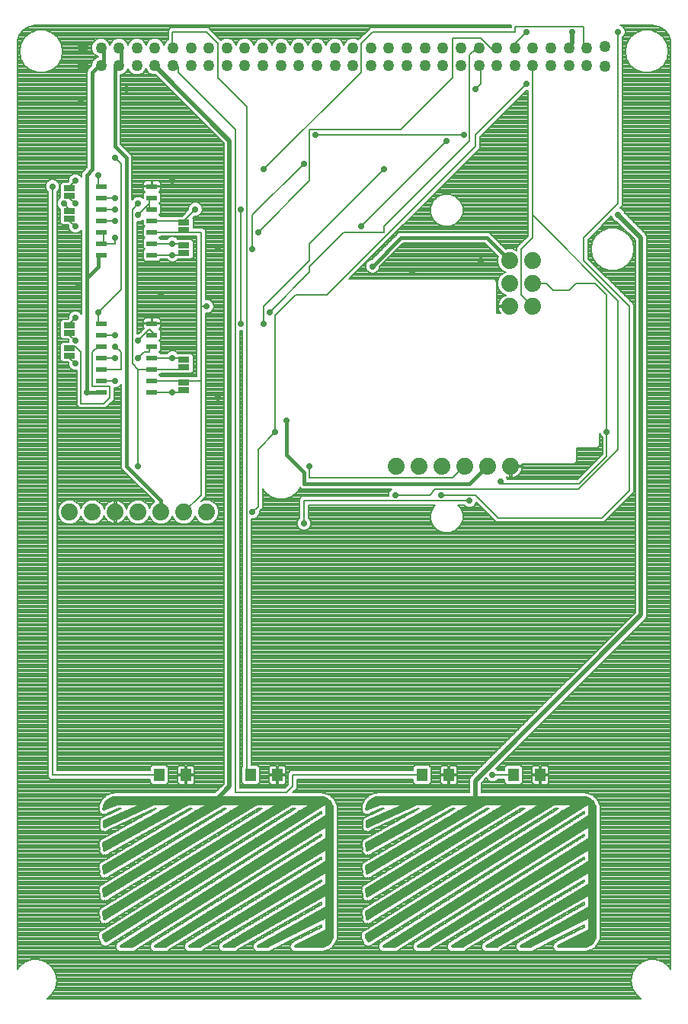
<source format=gtl>
G75*
%MOIN*%
%OFA0B0*%
%FSLAX25Y25*%
%IPPOS*%
%LPD*%
%AMOC8*
5,1,8,0,0,1.08239X$1,22.5*
%
%ADD10C,0.07400*%
%ADD11R,0.05020X0.05020*%
%ADD12C,0.05020*%
%ADD13R,0.04724X0.05512*%
%ADD14C,0.03400*%
%ADD15C,0.01200*%
%ADD16R,0.04724X0.02362*%
%ADD17R,0.05000X0.02500*%
%ADD18C,0.00800*%
%ADD19C,0.02900*%
%ADD20C,0.00700*%
%ADD21C,0.02000*%
%ADD22C,0.01500*%
D10*
X0168333Y0325000D03*
X0178333Y0325000D03*
X0188333Y0325000D03*
X0198333Y0325000D03*
X0208333Y0325000D03*
X0218333Y0325000D03*
X0228333Y0325000D03*
X0311333Y0345000D03*
X0321333Y0345000D03*
X0331333Y0345000D03*
X0341333Y0345000D03*
X0351333Y0345000D03*
X0361333Y0345000D03*
X0360833Y0415000D03*
X0360833Y0425000D03*
X0360833Y0435000D03*
X0370833Y0435000D03*
X0370833Y0425000D03*
X0370833Y0415000D03*
D11*
X0174160Y0519921D03*
D12*
X0182034Y0520315D03*
X0182034Y0528189D03*
X0174160Y0528583D03*
X0189908Y0528189D03*
X0189908Y0520315D03*
X0197782Y0520315D03*
X0197782Y0528189D03*
X0205656Y0528189D03*
X0205656Y0520315D03*
X0213530Y0520315D03*
X0213530Y0528189D03*
X0221404Y0528189D03*
X0221404Y0520315D03*
X0229278Y0520315D03*
X0229278Y0528189D03*
X0237152Y0528189D03*
X0237152Y0520315D03*
X0245026Y0520315D03*
X0245026Y0528189D03*
X0252900Y0528189D03*
X0252900Y0520315D03*
X0260774Y0520315D03*
X0260774Y0528189D03*
X0268648Y0528189D03*
X0268648Y0520315D03*
X0276522Y0520315D03*
X0276522Y0528189D03*
X0284396Y0528189D03*
X0284396Y0520315D03*
X0292270Y0520315D03*
X0292270Y0528189D03*
X0300144Y0528189D03*
X0300144Y0520315D03*
X0308018Y0520315D03*
X0308018Y0528189D03*
X0315892Y0528189D03*
X0315892Y0520315D03*
X0323766Y0520315D03*
X0323766Y0528189D03*
X0331640Y0528189D03*
X0331640Y0520315D03*
X0339514Y0520315D03*
X0339514Y0528189D03*
X0347388Y0528189D03*
X0347388Y0520315D03*
X0355262Y0520315D03*
X0355262Y0528189D03*
X0363136Y0528189D03*
X0363136Y0520315D03*
X0371010Y0520315D03*
X0371010Y0528189D03*
X0378885Y0528189D03*
X0378885Y0520315D03*
X0386759Y0520315D03*
X0386759Y0528189D03*
X0394633Y0528189D03*
X0394633Y0520315D03*
X0402507Y0519921D03*
X0402507Y0528583D03*
D13*
X0374239Y0210000D03*
X0362428Y0210000D03*
X0334239Y0210000D03*
X0322428Y0210000D03*
X0259239Y0210000D03*
X0247428Y0210000D03*
X0219239Y0210000D03*
X0207428Y0210000D03*
D14*
X0230633Y0197700D03*
X0345633Y0197700D03*
D15*
X0344733Y0197500D02*
X0298333Y0169900D01*
X0298633Y0167100D01*
X0350333Y0197500D01*
X0359733Y0197500D01*
X0298333Y0159900D01*
X0298633Y0157100D01*
X0365333Y0197500D01*
X0375233Y0197500D01*
X0298333Y0149900D01*
X0298633Y0147100D01*
X0380333Y0197500D01*
X0389733Y0197500D01*
X0298333Y0139900D01*
X0298133Y0139800D01*
X0298133Y0139200D01*
X0298533Y0138200D01*
X0298833Y0137600D01*
X0299033Y0137300D01*
X0395833Y0198000D01*
X0395833Y0192000D01*
X0305733Y0135000D01*
X0310733Y0135000D01*
X0395833Y0188000D01*
X0395833Y0182000D01*
X0320733Y0135000D01*
X0325233Y0135000D01*
X0395833Y0178000D01*
X0395833Y0172000D01*
X0335733Y0135000D01*
X0340233Y0135000D01*
X0395833Y0168000D01*
X0395833Y0162000D01*
X0350733Y0135000D01*
X0355233Y0135000D01*
X0395833Y0158000D01*
X0395833Y0152000D01*
X0365833Y0135000D01*
X0369733Y0135000D01*
X0395833Y0148000D01*
X0395833Y0142000D01*
X0382033Y0135000D01*
X0393333Y0135000D01*
X0394202Y0135076D01*
X0395043Y0135302D01*
X0395833Y0135670D01*
X0396547Y0136170D01*
X0397164Y0136786D01*
X0397663Y0137500D01*
X0398032Y0138290D01*
X0398257Y0139132D01*
X0398333Y0140000D01*
X0398333Y0195000D01*
X0398257Y0195868D01*
X0398032Y0196710D01*
X0397663Y0197500D01*
X0397164Y0198214D01*
X0396547Y0198830D01*
X0395833Y0199330D01*
X0395043Y0199698D01*
X0394202Y0199924D01*
X0393333Y0200000D01*
X0303333Y0200000D01*
X0302465Y0199924D01*
X0301623Y0199698D01*
X0300833Y0199330D01*
X0300119Y0198830D01*
X0299503Y0198214D01*
X0299003Y0197500D01*
X0298635Y0196710D01*
X0298409Y0195868D01*
X0298333Y0195000D01*
X0304333Y0197500D01*
X0316133Y0197500D01*
X0298633Y0189600D01*
X0298633Y0187400D01*
X0320333Y0197500D01*
X0329733Y0197500D01*
X0298333Y0179900D01*
X0298633Y0177100D01*
X0335333Y0197500D01*
X0344733Y0197500D01*
X0344719Y0197491D02*
X0350319Y0197491D01*
X0348280Y0196293D02*
X0342704Y0196293D01*
X0340689Y0195094D02*
X0346242Y0195094D01*
X0344204Y0193896D02*
X0338674Y0193896D01*
X0336659Y0192697D02*
X0342166Y0192697D01*
X0340127Y0191499D02*
X0334644Y0191499D01*
X0332629Y0190300D02*
X0338089Y0190300D01*
X0336051Y0189102D02*
X0330615Y0189102D01*
X0328600Y0187903D02*
X0334013Y0187903D01*
X0331974Y0186705D02*
X0326585Y0186705D01*
X0324570Y0185506D02*
X0329936Y0185506D01*
X0327898Y0184308D02*
X0322555Y0184308D01*
X0320540Y0183109D02*
X0325859Y0183109D01*
X0323821Y0181911D02*
X0318525Y0181911D01*
X0316510Y0180712D02*
X0321783Y0180712D01*
X0319745Y0179514D02*
X0314495Y0179514D01*
X0312481Y0178315D02*
X0317706Y0178315D01*
X0315668Y0177117D02*
X0310466Y0177117D01*
X0308451Y0175918D02*
X0313630Y0175918D01*
X0311592Y0174720D02*
X0306436Y0174720D01*
X0304421Y0173521D02*
X0309553Y0173521D01*
X0307515Y0172323D02*
X0302406Y0172323D01*
X0300391Y0171124D02*
X0305477Y0171124D01*
X0303439Y0169926D02*
X0298376Y0169926D01*
X0298459Y0168727D02*
X0301400Y0168727D01*
X0299362Y0167529D02*
X0298587Y0167529D01*
X0301005Y0161536D02*
X0305957Y0161536D01*
X0303978Y0160337D02*
X0299048Y0160337D01*
X0298415Y0159139D02*
X0302000Y0159139D01*
X0300021Y0157940D02*
X0298543Y0157940D01*
X0302962Y0162734D02*
X0307936Y0162734D01*
X0309915Y0163933D02*
X0304919Y0163933D01*
X0306876Y0165132D02*
X0311893Y0165132D01*
X0313872Y0166330D02*
X0308833Y0166330D01*
X0310791Y0167529D02*
X0315851Y0167529D01*
X0317829Y0168727D02*
X0312748Y0168727D01*
X0314705Y0169926D02*
X0319808Y0169926D01*
X0321787Y0171124D02*
X0316662Y0171124D01*
X0318619Y0172323D02*
X0323766Y0172323D01*
X0325744Y0173521D02*
X0320576Y0173521D01*
X0322533Y0174720D02*
X0327723Y0174720D01*
X0329702Y0175918D02*
X0324491Y0175918D01*
X0326448Y0177117D02*
X0331681Y0177117D01*
X0333659Y0178315D02*
X0328405Y0178315D01*
X0330362Y0179514D02*
X0335638Y0179514D01*
X0337617Y0180712D02*
X0332319Y0180712D01*
X0334276Y0181911D02*
X0339596Y0181911D01*
X0341574Y0183109D02*
X0336233Y0183109D01*
X0338191Y0184308D02*
X0343553Y0184308D01*
X0345532Y0185506D02*
X0340148Y0185506D01*
X0342105Y0186705D02*
X0347510Y0186705D01*
X0349489Y0187903D02*
X0344062Y0187903D01*
X0346019Y0189102D02*
X0351468Y0189102D01*
X0353447Y0190300D02*
X0347976Y0190300D01*
X0349933Y0191499D02*
X0355425Y0191499D01*
X0357404Y0192697D02*
X0351891Y0192697D01*
X0353848Y0193896D02*
X0359383Y0193896D01*
X0361362Y0195094D02*
X0355805Y0195094D01*
X0357762Y0196293D02*
X0363340Y0196293D01*
X0365319Y0197491D02*
X0359719Y0197491D01*
X0363602Y0190300D02*
X0368662Y0190300D01*
X0366719Y0189102D02*
X0361666Y0189102D01*
X0359729Y0187903D02*
X0364777Y0187903D01*
X0362834Y0186705D02*
X0357793Y0186705D01*
X0355857Y0185506D02*
X0360891Y0185506D01*
X0358948Y0184308D02*
X0353921Y0184308D01*
X0351984Y0183109D02*
X0357005Y0183109D01*
X0355063Y0181911D02*
X0350048Y0181911D01*
X0348112Y0180712D02*
X0353120Y0180712D01*
X0351177Y0179514D02*
X0346176Y0179514D01*
X0344239Y0178315D02*
X0349234Y0178315D01*
X0347291Y0177117D02*
X0342303Y0177117D01*
X0340367Y0175918D02*
X0345348Y0175918D01*
X0343406Y0174720D02*
X0338431Y0174720D01*
X0336494Y0173521D02*
X0341463Y0173521D01*
X0339520Y0172323D02*
X0334558Y0172323D01*
X0332622Y0171124D02*
X0337577Y0171124D01*
X0335634Y0169926D02*
X0330686Y0169926D01*
X0328749Y0168727D02*
X0333691Y0168727D01*
X0331749Y0167529D02*
X0326813Y0167529D01*
X0324877Y0166330D02*
X0329806Y0166330D01*
X0327863Y0165132D02*
X0322941Y0165132D01*
X0321004Y0163933D02*
X0325920Y0163933D01*
X0323977Y0162734D02*
X0319068Y0162734D01*
X0317132Y0161536D02*
X0322035Y0161536D01*
X0320092Y0160337D02*
X0315196Y0160337D01*
X0313259Y0159139D02*
X0318149Y0159139D01*
X0316206Y0157940D02*
X0311323Y0157940D01*
X0309387Y0156742D02*
X0314263Y0156742D01*
X0312320Y0155543D02*
X0307451Y0155543D01*
X0305514Y0154345D02*
X0310378Y0154345D01*
X0308435Y0153146D02*
X0303578Y0153146D01*
X0301642Y0151948D02*
X0306492Y0151948D01*
X0304549Y0150749D02*
X0299706Y0150749D01*
X0298371Y0149551D02*
X0302606Y0149551D01*
X0300663Y0148352D02*
X0298499Y0148352D01*
X0298628Y0147154D02*
X0298721Y0147154D01*
X0302237Y0142360D02*
X0307102Y0142360D01*
X0305191Y0141161D02*
X0300335Y0141161D01*
X0298433Y0139963D02*
X0303280Y0139963D01*
X0301368Y0138764D02*
X0298308Y0138764D01*
X0298856Y0137566D02*
X0299457Y0137566D01*
X0304138Y0143558D02*
X0309014Y0143558D01*
X0310925Y0144757D02*
X0306040Y0144757D01*
X0307942Y0145955D02*
X0312836Y0145955D01*
X0314748Y0147154D02*
X0309844Y0147154D01*
X0311746Y0148352D02*
X0316659Y0148352D01*
X0318570Y0149551D02*
X0313647Y0149551D01*
X0315549Y0150749D02*
X0320481Y0150749D01*
X0322393Y0151948D02*
X0317451Y0151948D01*
X0319353Y0153146D02*
X0324304Y0153146D01*
X0326215Y0154345D02*
X0321255Y0154345D01*
X0323156Y0155543D02*
X0328127Y0155543D01*
X0330038Y0156742D02*
X0325058Y0156742D01*
X0326960Y0157940D02*
X0331949Y0157940D01*
X0333861Y0159139D02*
X0328862Y0159139D01*
X0330764Y0160337D02*
X0335772Y0160337D01*
X0337683Y0161536D02*
X0332665Y0161536D01*
X0334567Y0162734D02*
X0339594Y0162734D01*
X0341506Y0163933D02*
X0336469Y0163933D01*
X0338371Y0165132D02*
X0343417Y0165132D01*
X0345328Y0166330D02*
X0340273Y0166330D01*
X0342174Y0167529D02*
X0347240Y0167529D01*
X0349151Y0168727D02*
X0344076Y0168727D01*
X0345978Y0169926D02*
X0351062Y0169926D01*
X0352974Y0171124D02*
X0347880Y0171124D01*
X0349782Y0172323D02*
X0354885Y0172323D01*
X0356796Y0173521D02*
X0351683Y0173521D01*
X0353585Y0174720D02*
X0358707Y0174720D01*
X0360619Y0175918D02*
X0355487Y0175918D01*
X0357389Y0177117D02*
X0362530Y0177117D01*
X0364441Y0178315D02*
X0359291Y0178315D01*
X0361193Y0179514D02*
X0366353Y0179514D01*
X0368264Y0180712D02*
X0363094Y0180712D01*
X0364996Y0181911D02*
X0370175Y0181911D01*
X0372087Y0183109D02*
X0366898Y0183109D01*
X0368800Y0184308D02*
X0373998Y0184308D01*
X0375909Y0185506D02*
X0370702Y0185506D01*
X0372603Y0186705D02*
X0377820Y0186705D01*
X0379732Y0187903D02*
X0374505Y0187903D01*
X0376407Y0189102D02*
X0381643Y0189102D01*
X0383554Y0190300D02*
X0378309Y0190300D01*
X0380211Y0191499D02*
X0385466Y0191499D01*
X0387377Y0192697D02*
X0382112Y0192697D01*
X0384014Y0193896D02*
X0389288Y0193896D01*
X0391200Y0195094D02*
X0385916Y0195094D01*
X0387818Y0196293D02*
X0393111Y0196293D01*
X0395022Y0197491D02*
X0389720Y0197491D01*
X0394335Y0199888D02*
X0302332Y0199888D01*
X0299979Y0198690D02*
X0396688Y0198690D01*
X0395833Y0197491D02*
X0397668Y0197491D01*
X0398144Y0196293D02*
X0395833Y0196293D01*
X0395833Y0195094D02*
X0398325Y0195094D01*
X0398333Y0193896D02*
X0395833Y0193896D01*
X0395833Y0192697D02*
X0398333Y0192697D01*
X0398333Y0191499D02*
X0395041Y0191499D01*
X0393147Y0190300D02*
X0398333Y0190300D01*
X0398333Y0189102D02*
X0391252Y0189102D01*
X0389358Y0187903D02*
X0395678Y0187903D01*
X0395833Y0187903D02*
X0398333Y0187903D01*
X0398333Y0186705D02*
X0395833Y0186705D01*
X0395833Y0185506D02*
X0398333Y0185506D01*
X0398333Y0184308D02*
X0395833Y0184308D01*
X0395833Y0183109D02*
X0398333Y0183109D01*
X0398333Y0181911D02*
X0395691Y0181911D01*
X0393776Y0180712D02*
X0398333Y0180712D01*
X0398333Y0179514D02*
X0391860Y0179514D01*
X0389945Y0178315D02*
X0398333Y0178315D01*
X0398333Y0177117D02*
X0395833Y0177117D01*
X0395833Y0175918D02*
X0398333Y0175918D01*
X0398333Y0174720D02*
X0395833Y0174720D01*
X0395833Y0173521D02*
X0398333Y0173521D01*
X0398333Y0172323D02*
X0395833Y0172323D01*
X0394411Y0171124D02*
X0398333Y0171124D01*
X0398333Y0169926D02*
X0392464Y0169926D01*
X0390517Y0168727D02*
X0398333Y0168727D01*
X0398333Y0167529D02*
X0395833Y0167529D01*
X0395039Y0167529D02*
X0388570Y0167529D01*
X0386623Y0166330D02*
X0393020Y0166330D01*
X0391000Y0165132D02*
X0384677Y0165132D01*
X0382730Y0163933D02*
X0388981Y0163933D01*
X0386962Y0162734D02*
X0380783Y0162734D01*
X0378836Y0161536D02*
X0384942Y0161536D01*
X0382923Y0160337D02*
X0376890Y0160337D01*
X0374943Y0159139D02*
X0380904Y0159139D01*
X0378885Y0157940D02*
X0372996Y0157940D01*
X0371049Y0156742D02*
X0376865Y0156742D01*
X0374846Y0155543D02*
X0369103Y0155543D01*
X0367156Y0154345D02*
X0372827Y0154345D01*
X0370807Y0153146D02*
X0365209Y0153146D01*
X0363262Y0151948D02*
X0368788Y0151948D01*
X0366769Y0150749D02*
X0361315Y0150749D01*
X0359369Y0149551D02*
X0364749Y0149551D01*
X0362730Y0148352D02*
X0357422Y0148352D01*
X0355475Y0147154D02*
X0360711Y0147154D01*
X0358691Y0145955D02*
X0353528Y0145955D01*
X0351582Y0144757D02*
X0356672Y0144757D01*
X0354653Y0143558D02*
X0349635Y0143558D01*
X0347688Y0142360D02*
X0352633Y0142360D01*
X0350614Y0141161D02*
X0345741Y0141161D01*
X0343795Y0139963D02*
X0348595Y0139963D01*
X0346576Y0138764D02*
X0341848Y0138764D01*
X0339901Y0137566D02*
X0344556Y0137566D01*
X0342537Y0136367D02*
X0337954Y0136367D01*
X0336007Y0135169D02*
X0340518Y0135169D01*
X0337317Y0142360D02*
X0332493Y0142360D01*
X0330578Y0141161D02*
X0335349Y0141161D01*
X0333382Y0139963D02*
X0328663Y0139963D01*
X0326748Y0138764D02*
X0331414Y0138764D01*
X0329446Y0137566D02*
X0324833Y0137566D01*
X0322918Y0136367D02*
X0327478Y0136367D01*
X0325510Y0135169D02*
X0321003Y0135169D01*
X0318702Y0139963D02*
X0313578Y0139963D01*
X0315473Y0141161D02*
X0320626Y0141161D01*
X0322551Y0142360D02*
X0317367Y0142360D01*
X0319261Y0143558D02*
X0324475Y0143558D01*
X0326399Y0144757D02*
X0321156Y0144757D01*
X0323050Y0145955D02*
X0328324Y0145955D01*
X0330248Y0147154D02*
X0324945Y0147154D01*
X0326839Y0148352D02*
X0332173Y0148352D01*
X0334097Y0149551D02*
X0328734Y0149551D01*
X0330628Y0150749D02*
X0336021Y0150749D01*
X0337946Y0151948D02*
X0332523Y0151948D01*
X0334417Y0153146D02*
X0339870Y0153146D01*
X0341795Y0154345D02*
X0336312Y0154345D01*
X0338206Y0155543D02*
X0343719Y0155543D01*
X0345643Y0156742D02*
X0340101Y0156742D01*
X0341995Y0157940D02*
X0347568Y0157940D01*
X0349492Y0159139D02*
X0343890Y0159139D01*
X0345784Y0160337D02*
X0351417Y0160337D01*
X0353341Y0161536D02*
X0347679Y0161536D01*
X0349573Y0162734D02*
X0355266Y0162734D01*
X0357190Y0163933D02*
X0351468Y0163933D01*
X0353362Y0165132D02*
X0359114Y0165132D01*
X0361039Y0166330D02*
X0355257Y0166330D01*
X0357151Y0167529D02*
X0362963Y0167529D01*
X0364888Y0168727D02*
X0359046Y0168727D01*
X0360940Y0169926D02*
X0366812Y0169926D01*
X0368736Y0171124D02*
X0362835Y0171124D01*
X0364729Y0172323D02*
X0370661Y0172323D01*
X0372585Y0173521D02*
X0366624Y0173521D01*
X0368518Y0174720D02*
X0374510Y0174720D01*
X0376434Y0175918D02*
X0370413Y0175918D01*
X0372307Y0177117D02*
X0378358Y0177117D01*
X0380283Y0178315D02*
X0374202Y0178315D01*
X0376096Y0179514D02*
X0382207Y0179514D01*
X0384132Y0180712D02*
X0377991Y0180712D01*
X0379885Y0181911D02*
X0386056Y0181911D01*
X0387980Y0183109D02*
X0381780Y0183109D01*
X0383674Y0184308D02*
X0389905Y0184308D01*
X0391829Y0185506D02*
X0385569Y0185506D01*
X0387463Y0186705D02*
X0393754Y0186705D01*
X0394383Y0177117D02*
X0388030Y0177117D01*
X0386115Y0175918D02*
X0392415Y0175918D01*
X0390447Y0174720D02*
X0384200Y0174720D01*
X0382285Y0173521D02*
X0388480Y0173521D01*
X0386512Y0172323D02*
X0380370Y0172323D01*
X0378455Y0171124D02*
X0384544Y0171124D01*
X0382576Y0169926D02*
X0376540Y0169926D01*
X0374625Y0168727D02*
X0380608Y0168727D01*
X0378641Y0167529D02*
X0372710Y0167529D01*
X0370795Y0166330D02*
X0376673Y0166330D01*
X0374705Y0165132D02*
X0368880Y0165132D01*
X0366965Y0163933D02*
X0372737Y0163933D01*
X0370770Y0162734D02*
X0365050Y0162734D01*
X0363134Y0161536D02*
X0368802Y0161536D01*
X0366834Y0160337D02*
X0361219Y0160337D01*
X0359304Y0159139D02*
X0364866Y0159139D01*
X0362898Y0157940D02*
X0357389Y0157940D01*
X0355474Y0156742D02*
X0360931Y0156742D01*
X0358963Y0155543D02*
X0353559Y0155543D01*
X0351644Y0154345D02*
X0356995Y0154345D01*
X0355027Y0153146D02*
X0349729Y0153146D01*
X0347814Y0151948D02*
X0353059Y0151948D01*
X0351092Y0150749D02*
X0345899Y0150749D01*
X0343984Y0149551D02*
X0349124Y0149551D01*
X0347156Y0148352D02*
X0342069Y0148352D01*
X0340154Y0147154D02*
X0345188Y0147154D01*
X0343220Y0145955D02*
X0338239Y0145955D01*
X0336323Y0144757D02*
X0341253Y0144757D01*
X0339285Y0143558D02*
X0334408Y0143558D01*
X0351015Y0135169D02*
X0355531Y0135169D01*
X0357647Y0136367D02*
X0353017Y0136367D01*
X0355019Y0137566D02*
X0359762Y0137566D01*
X0361878Y0138764D02*
X0357021Y0138764D01*
X0359023Y0139963D02*
X0363994Y0139963D01*
X0366109Y0141161D02*
X0361025Y0141161D01*
X0363027Y0142360D02*
X0368225Y0142360D01*
X0370341Y0143558D02*
X0365029Y0143558D01*
X0367031Y0144757D02*
X0372456Y0144757D01*
X0374572Y0145955D02*
X0369033Y0145955D01*
X0371035Y0147154D02*
X0376688Y0147154D01*
X0378803Y0148352D02*
X0373037Y0148352D01*
X0375039Y0149551D02*
X0380919Y0149551D01*
X0383034Y0150749D02*
X0377041Y0150749D01*
X0379043Y0151948D02*
X0385150Y0151948D01*
X0387266Y0153146D02*
X0381045Y0153146D01*
X0383047Y0154345D02*
X0389381Y0154345D01*
X0391497Y0155543D02*
X0385048Y0155543D01*
X0387050Y0156742D02*
X0393613Y0156742D01*
X0395833Y0156742D02*
X0398333Y0156742D01*
X0398333Y0157940D02*
X0395833Y0157940D01*
X0395728Y0157940D02*
X0389052Y0157940D01*
X0391054Y0159139D02*
X0398333Y0159139D01*
X0398333Y0160337D02*
X0393056Y0160337D01*
X0395058Y0161536D02*
X0398333Y0161536D01*
X0398333Y0162734D02*
X0395833Y0162734D01*
X0395833Y0163933D02*
X0398333Y0163933D01*
X0398333Y0165132D02*
X0395833Y0165132D01*
X0395833Y0166330D02*
X0398333Y0166330D01*
X0398333Y0155543D02*
X0395833Y0155543D01*
X0395833Y0154345D02*
X0398333Y0154345D01*
X0398333Y0153146D02*
X0395833Y0153146D01*
X0395741Y0151948D02*
X0398333Y0151948D01*
X0398333Y0150749D02*
X0393626Y0150749D01*
X0391511Y0149551D02*
X0398333Y0149551D01*
X0398333Y0148352D02*
X0389396Y0148352D01*
X0387281Y0147154D02*
X0394135Y0147154D01*
X0395833Y0147154D02*
X0398333Y0147154D01*
X0398333Y0145955D02*
X0395833Y0145955D01*
X0395833Y0144757D02*
X0398333Y0144757D01*
X0398333Y0143558D02*
X0395833Y0143558D01*
X0395833Y0142360D02*
X0398333Y0142360D01*
X0398333Y0141161D02*
X0394180Y0141161D01*
X0391817Y0139963D02*
X0398330Y0139963D01*
X0398159Y0138764D02*
X0389454Y0138764D01*
X0387092Y0137566D02*
X0397694Y0137566D01*
X0396745Y0136367D02*
X0384729Y0136367D01*
X0382366Y0135169D02*
X0394548Y0135169D01*
X0391728Y0145955D02*
X0385166Y0145955D01*
X0383051Y0144757D02*
X0389322Y0144757D01*
X0386916Y0143558D02*
X0380936Y0143558D01*
X0378821Y0142360D02*
X0384510Y0142360D01*
X0382103Y0141161D02*
X0376706Y0141161D01*
X0374591Y0139963D02*
X0379697Y0139963D01*
X0377291Y0138764D02*
X0372476Y0138764D01*
X0372478Y0136367D02*
X0368246Y0136367D01*
X0370072Y0135169D02*
X0366131Y0135169D01*
X0370361Y0137566D02*
X0374885Y0137566D01*
X0370605Y0191499D02*
X0365538Y0191499D01*
X0367474Y0192697D02*
X0372548Y0192697D01*
X0374491Y0193896D02*
X0369411Y0193896D01*
X0371347Y0195094D02*
X0376434Y0195094D01*
X0378376Y0196293D02*
X0373283Y0196293D01*
X0375219Y0197491D02*
X0380319Y0197491D01*
X0335318Y0197491D02*
X0329718Y0197491D01*
X0327580Y0196293D02*
X0333162Y0196293D01*
X0331005Y0195094D02*
X0325441Y0195094D01*
X0323303Y0193896D02*
X0328849Y0193896D01*
X0326693Y0192697D02*
X0321165Y0192697D01*
X0319027Y0191499D02*
X0324537Y0191499D01*
X0322381Y0190300D02*
X0316888Y0190300D01*
X0314750Y0189102D02*
X0320225Y0189102D01*
X0318069Y0187903D02*
X0312612Y0187903D01*
X0310474Y0186705D02*
X0315912Y0186705D01*
X0313756Y0185506D02*
X0308335Y0185506D01*
X0306197Y0184308D02*
X0311600Y0184308D01*
X0309444Y0183109D02*
X0304059Y0183109D01*
X0301921Y0181911D02*
X0307288Y0181911D01*
X0305132Y0180712D02*
X0299782Y0180712D01*
X0298375Y0179514D02*
X0302976Y0179514D01*
X0300819Y0178315D02*
X0298503Y0178315D01*
X0298632Y0177117D02*
X0298663Y0177117D01*
X0298633Y0187903D02*
X0299715Y0187903D01*
X0298633Y0189102D02*
X0302290Y0189102D01*
X0300185Y0190300D02*
X0304865Y0190300D01*
X0302839Y0191499D02*
X0307440Y0191499D01*
X0305494Y0192697D02*
X0310015Y0192697D01*
X0308149Y0193896D02*
X0312590Y0193896D01*
X0310804Y0195094D02*
X0315165Y0195094D01*
X0313459Y0196293D02*
X0317740Y0196293D01*
X0316114Y0197491D02*
X0320315Y0197491D01*
X0304313Y0197491D02*
X0298999Y0197491D01*
X0298523Y0196293D02*
X0301436Y0196293D01*
X0298560Y0195094D02*
X0298342Y0195094D01*
X0283333Y0195000D02*
X0283257Y0195868D01*
X0283032Y0196710D01*
X0282663Y0197500D01*
X0282164Y0198214D01*
X0281547Y0198830D01*
X0280833Y0199330D01*
X0280043Y0199698D01*
X0279202Y0199924D01*
X0278333Y0200000D01*
X0188333Y0200000D01*
X0187465Y0199924D01*
X0186623Y0199698D01*
X0185833Y0199330D01*
X0185119Y0198830D01*
X0184503Y0198214D01*
X0184003Y0197500D01*
X0183635Y0196710D01*
X0183409Y0195868D01*
X0183333Y0195000D01*
X0189333Y0197500D01*
X0201133Y0197500D01*
X0183633Y0189600D01*
X0183633Y0187400D01*
X0205333Y0197500D01*
X0214733Y0197500D01*
X0183333Y0179900D01*
X0183633Y0177100D01*
X0220333Y0197500D01*
X0229733Y0197500D01*
X0183333Y0169900D01*
X0183633Y0167100D01*
X0235333Y0197500D01*
X0244733Y0197500D01*
X0183333Y0159900D01*
X0183633Y0157100D01*
X0250333Y0197500D01*
X0260233Y0197500D01*
X0183333Y0149900D01*
X0183633Y0147100D01*
X0265333Y0197500D01*
X0274733Y0197500D01*
X0183333Y0139900D01*
X0183133Y0139800D01*
X0183133Y0139200D01*
X0183533Y0138200D01*
X0183833Y0137600D01*
X0184033Y0137300D01*
X0280833Y0198000D01*
X0280833Y0192000D01*
X0190733Y0135000D01*
X0195733Y0135000D01*
X0280833Y0188000D01*
X0280833Y0182000D01*
X0205733Y0135000D01*
X0210233Y0135000D01*
X0280833Y0178000D01*
X0280833Y0172000D01*
X0220733Y0135000D01*
X0225233Y0135000D01*
X0280833Y0168000D01*
X0280833Y0162000D01*
X0235733Y0135000D01*
X0240233Y0135000D01*
X0280833Y0158000D01*
X0280833Y0152000D01*
X0250833Y0135000D01*
X0254733Y0135000D01*
X0280833Y0148000D01*
X0280833Y0142000D01*
X0267033Y0135000D01*
X0278333Y0135000D01*
X0279202Y0135076D01*
X0280043Y0135302D01*
X0280833Y0135670D01*
X0281547Y0136170D01*
X0282164Y0136786D01*
X0282663Y0137500D01*
X0283032Y0138290D01*
X0283257Y0139132D01*
X0283333Y0140000D01*
X0283333Y0195000D01*
X0283325Y0195094D02*
X0280833Y0195094D01*
X0280833Y0193896D02*
X0283333Y0193896D01*
X0283333Y0192697D02*
X0280833Y0192697D01*
X0280041Y0191499D02*
X0283333Y0191499D01*
X0283333Y0190300D02*
X0278147Y0190300D01*
X0276252Y0189102D02*
X0283333Y0189102D01*
X0283333Y0187903D02*
X0280833Y0187903D01*
X0280678Y0187903D02*
X0274358Y0187903D01*
X0272463Y0186705D02*
X0278754Y0186705D01*
X0280833Y0186705D02*
X0283333Y0186705D01*
X0283333Y0185506D02*
X0280833Y0185506D01*
X0280833Y0184308D02*
X0283333Y0184308D01*
X0283333Y0183109D02*
X0280833Y0183109D01*
X0280691Y0181911D02*
X0283333Y0181911D01*
X0283333Y0180712D02*
X0278776Y0180712D01*
X0276860Y0179514D02*
X0283333Y0179514D01*
X0283333Y0178315D02*
X0274945Y0178315D01*
X0273030Y0177117D02*
X0279383Y0177117D01*
X0280833Y0177117D02*
X0283333Y0177117D01*
X0283333Y0175918D02*
X0280833Y0175918D01*
X0280833Y0174720D02*
X0283333Y0174720D01*
X0283333Y0173521D02*
X0280833Y0173521D01*
X0280833Y0172323D02*
X0283333Y0172323D01*
X0283333Y0171124D02*
X0279411Y0171124D01*
X0277464Y0169926D02*
X0283333Y0169926D01*
X0283333Y0168727D02*
X0275517Y0168727D01*
X0273570Y0167529D02*
X0280039Y0167529D01*
X0280833Y0167529D02*
X0283333Y0167529D01*
X0283333Y0166330D02*
X0280833Y0166330D01*
X0280833Y0165132D02*
X0283333Y0165132D01*
X0283333Y0163933D02*
X0280833Y0163933D01*
X0280833Y0162734D02*
X0283333Y0162734D01*
X0283333Y0161536D02*
X0280058Y0161536D01*
X0278056Y0160337D02*
X0283333Y0160337D01*
X0283333Y0159139D02*
X0276054Y0159139D01*
X0274052Y0157940D02*
X0280728Y0157940D01*
X0280833Y0157940D02*
X0283333Y0157940D01*
X0283333Y0156742D02*
X0280833Y0156742D01*
X0280833Y0155543D02*
X0283333Y0155543D01*
X0283333Y0154345D02*
X0280833Y0154345D01*
X0280833Y0153146D02*
X0283333Y0153146D01*
X0283333Y0151948D02*
X0280741Y0151948D01*
X0278626Y0150749D02*
X0283333Y0150749D01*
X0283333Y0149551D02*
X0276511Y0149551D01*
X0274396Y0148352D02*
X0283333Y0148352D01*
X0283333Y0147154D02*
X0280833Y0147154D01*
X0280833Y0145955D02*
X0283333Y0145955D01*
X0283333Y0144757D02*
X0280833Y0144757D01*
X0280833Y0143558D02*
X0283333Y0143558D01*
X0283333Y0142360D02*
X0280833Y0142360D01*
X0279180Y0141161D02*
X0283333Y0141161D01*
X0283330Y0139963D02*
X0276817Y0139963D01*
X0274454Y0138764D02*
X0283159Y0138764D01*
X0282694Y0137566D02*
X0272092Y0137566D01*
X0269729Y0136367D02*
X0281745Y0136367D01*
X0279548Y0135169D02*
X0267366Y0135169D01*
X0264697Y0139963D02*
X0259591Y0139963D01*
X0259885Y0137566D02*
X0255361Y0137566D01*
X0255072Y0135169D02*
X0251131Y0135169D01*
X0253246Y0136367D02*
X0257478Y0136367D01*
X0257476Y0138764D02*
X0262291Y0138764D01*
X0261706Y0141161D02*
X0267103Y0141161D01*
X0265936Y0143558D02*
X0271916Y0143558D01*
X0274322Y0144757D02*
X0268051Y0144757D01*
X0270166Y0145955D02*
X0276728Y0145955D01*
X0279135Y0147154D02*
X0272281Y0147154D01*
X0270150Y0151948D02*
X0264043Y0151948D01*
X0266045Y0153146D02*
X0272266Y0153146D01*
X0274381Y0154345D02*
X0268047Y0154345D01*
X0270048Y0155543D02*
X0276497Y0155543D01*
X0278613Y0156742D02*
X0272050Y0156742D01*
X0269942Y0161536D02*
X0263836Y0161536D01*
X0261890Y0160337D02*
X0267923Y0160337D01*
X0265904Y0159139D02*
X0259943Y0159139D01*
X0257996Y0157940D02*
X0263885Y0157940D01*
X0261865Y0156742D02*
X0256049Y0156742D01*
X0254103Y0155543D02*
X0259846Y0155543D01*
X0257827Y0154345D02*
X0252156Y0154345D01*
X0250209Y0153146D02*
X0255807Y0153146D01*
X0253788Y0151948D02*
X0248262Y0151948D01*
X0246315Y0150749D02*
X0251769Y0150749D01*
X0249749Y0149551D02*
X0244369Y0149551D01*
X0242422Y0148352D02*
X0247730Y0148352D01*
X0245711Y0147154D02*
X0240475Y0147154D01*
X0238528Y0145955D02*
X0243691Y0145955D01*
X0241672Y0144757D02*
X0236582Y0144757D01*
X0234635Y0143558D02*
X0239653Y0143558D01*
X0237633Y0142360D02*
X0232688Y0142360D01*
X0230741Y0141161D02*
X0235614Y0141161D01*
X0233595Y0139963D02*
X0228795Y0139963D01*
X0226848Y0138764D02*
X0231576Y0138764D01*
X0229556Y0137566D02*
X0224901Y0137566D01*
X0222954Y0136367D02*
X0227537Y0136367D01*
X0225518Y0135169D02*
X0221007Y0135169D01*
X0218382Y0139963D02*
X0213663Y0139963D01*
X0211748Y0138764D02*
X0216414Y0138764D01*
X0214446Y0137566D02*
X0209833Y0137566D01*
X0207918Y0136367D02*
X0212478Y0136367D01*
X0210510Y0135169D02*
X0206003Y0135169D01*
X0203702Y0139963D02*
X0198578Y0139963D01*
X0200473Y0141161D02*
X0205626Y0141161D01*
X0207551Y0142360D02*
X0202367Y0142360D01*
X0204261Y0143558D02*
X0209475Y0143558D01*
X0211399Y0144757D02*
X0206156Y0144757D01*
X0208050Y0145955D02*
X0213324Y0145955D01*
X0215248Y0147154D02*
X0209945Y0147154D01*
X0211839Y0148352D02*
X0217173Y0148352D01*
X0219097Y0149551D02*
X0213734Y0149551D01*
X0215628Y0150749D02*
X0221021Y0150749D01*
X0222946Y0151948D02*
X0217523Y0151948D01*
X0219417Y0153146D02*
X0224870Y0153146D01*
X0226795Y0154345D02*
X0221312Y0154345D01*
X0223206Y0155543D02*
X0228719Y0155543D01*
X0230643Y0156742D02*
X0225101Y0156742D01*
X0226995Y0157940D02*
X0232568Y0157940D01*
X0234492Y0159139D02*
X0228890Y0159139D01*
X0230784Y0160337D02*
X0236417Y0160337D01*
X0238341Y0161536D02*
X0232679Y0161536D01*
X0234573Y0162734D02*
X0240266Y0162734D01*
X0242190Y0163933D02*
X0236468Y0163933D01*
X0238362Y0165132D02*
X0244114Y0165132D01*
X0246039Y0166330D02*
X0240257Y0166330D01*
X0242151Y0167529D02*
X0247963Y0167529D01*
X0249888Y0168727D02*
X0244046Y0168727D01*
X0245940Y0169926D02*
X0251812Y0169926D01*
X0253736Y0171124D02*
X0247835Y0171124D01*
X0249729Y0172323D02*
X0255661Y0172323D01*
X0257585Y0173521D02*
X0251624Y0173521D01*
X0253518Y0174720D02*
X0259510Y0174720D01*
X0261434Y0175918D02*
X0255413Y0175918D01*
X0257307Y0177117D02*
X0263358Y0177117D01*
X0265283Y0178315D02*
X0259202Y0178315D01*
X0261096Y0179514D02*
X0267207Y0179514D01*
X0269132Y0180712D02*
X0262991Y0180712D01*
X0264885Y0181911D02*
X0271056Y0181911D01*
X0272980Y0183109D02*
X0266780Y0183109D01*
X0268674Y0184308D02*
X0274905Y0184308D01*
X0276829Y0185506D02*
X0270569Y0185506D01*
X0268554Y0190300D02*
X0263309Y0190300D01*
X0265211Y0191499D02*
X0270466Y0191499D01*
X0272377Y0192697D02*
X0267112Y0192697D01*
X0269014Y0193896D02*
X0274288Y0193896D01*
X0276200Y0195094D02*
X0270916Y0195094D01*
X0272818Y0196293D02*
X0278111Y0196293D01*
X0280022Y0197491D02*
X0274720Y0197491D01*
X0279335Y0199888D02*
X0187332Y0199888D01*
X0184979Y0198690D02*
X0281688Y0198690D01*
X0280833Y0197491D02*
X0282668Y0197491D01*
X0283144Y0196293D02*
X0280833Y0196293D01*
X0277415Y0175918D02*
X0271115Y0175918D01*
X0269200Y0174720D02*
X0275447Y0174720D01*
X0273480Y0173521D02*
X0267285Y0173521D01*
X0265370Y0172323D02*
X0271512Y0172323D01*
X0269544Y0171124D02*
X0263455Y0171124D01*
X0261540Y0169926D02*
X0267576Y0169926D01*
X0265608Y0168727D02*
X0259625Y0168727D01*
X0257710Y0167529D02*
X0263641Y0167529D01*
X0261673Y0166330D02*
X0255795Y0166330D01*
X0253880Y0165132D02*
X0259705Y0165132D01*
X0257737Y0163933D02*
X0251965Y0163933D01*
X0250050Y0162734D02*
X0255770Y0162734D01*
X0253802Y0161536D02*
X0248134Y0161536D01*
X0246219Y0160337D02*
X0251834Y0160337D01*
X0249866Y0159139D02*
X0244304Y0159139D01*
X0242389Y0157940D02*
X0247898Y0157940D01*
X0245931Y0156742D02*
X0240474Y0156742D01*
X0238559Y0155543D02*
X0243963Y0155543D01*
X0241995Y0154345D02*
X0236644Y0154345D01*
X0234729Y0153146D02*
X0240027Y0153146D01*
X0238059Y0151948D02*
X0232814Y0151948D01*
X0230899Y0150749D02*
X0236092Y0150749D01*
X0234124Y0149551D02*
X0228984Y0149551D01*
X0227069Y0148352D02*
X0232156Y0148352D01*
X0230188Y0147154D02*
X0225154Y0147154D01*
X0223239Y0145955D02*
X0228220Y0145955D01*
X0226253Y0144757D02*
X0221323Y0144757D01*
X0219408Y0143558D02*
X0224285Y0143558D01*
X0222317Y0142360D02*
X0217493Y0142360D01*
X0215578Y0141161D02*
X0220349Y0141161D01*
X0211215Y0154345D02*
X0206255Y0154345D01*
X0208156Y0155543D02*
X0213127Y0155543D01*
X0215038Y0156742D02*
X0210058Y0156742D01*
X0211960Y0157940D02*
X0216949Y0157940D01*
X0218861Y0159139D02*
X0213862Y0159139D01*
X0215764Y0160337D02*
X0220772Y0160337D01*
X0222683Y0161536D02*
X0217665Y0161536D01*
X0219567Y0162734D02*
X0224594Y0162734D01*
X0226506Y0163933D02*
X0221469Y0163933D01*
X0223371Y0165132D02*
X0228417Y0165132D01*
X0230328Y0166330D02*
X0225273Y0166330D01*
X0227174Y0167529D02*
X0232240Y0167529D01*
X0234151Y0168727D02*
X0229076Y0168727D01*
X0230978Y0169926D02*
X0236062Y0169926D01*
X0237974Y0171124D02*
X0232880Y0171124D01*
X0234782Y0172323D02*
X0239885Y0172323D01*
X0241796Y0173521D02*
X0236683Y0173521D01*
X0238585Y0174720D02*
X0243707Y0174720D01*
X0245619Y0175918D02*
X0240487Y0175918D01*
X0242389Y0177117D02*
X0247530Y0177117D01*
X0249441Y0178315D02*
X0244291Y0178315D01*
X0246193Y0179514D02*
X0251353Y0179514D01*
X0253264Y0180712D02*
X0248094Y0180712D01*
X0249996Y0181911D02*
X0255175Y0181911D01*
X0257087Y0183109D02*
X0251898Y0183109D01*
X0253800Y0184308D02*
X0258998Y0184308D01*
X0260909Y0185506D02*
X0255702Y0185506D01*
X0257603Y0186705D02*
X0262820Y0186705D01*
X0264732Y0187903D02*
X0259505Y0187903D01*
X0261407Y0189102D02*
X0266643Y0189102D01*
X0263376Y0196293D02*
X0258283Y0196293D01*
X0260219Y0197491D02*
X0265319Y0197491D01*
X0261434Y0195094D02*
X0256347Y0195094D01*
X0254411Y0193896D02*
X0259491Y0193896D01*
X0257548Y0192697D02*
X0252474Y0192697D01*
X0250538Y0191499D02*
X0255605Y0191499D01*
X0253662Y0190300D02*
X0248602Y0190300D01*
X0246666Y0189102D02*
X0251719Y0189102D01*
X0249777Y0187903D02*
X0244729Y0187903D01*
X0242793Y0186705D02*
X0247834Y0186705D01*
X0245891Y0185506D02*
X0240857Y0185506D01*
X0238921Y0184308D02*
X0243948Y0184308D01*
X0242005Y0183109D02*
X0236984Y0183109D01*
X0235048Y0181911D02*
X0240063Y0181911D01*
X0238120Y0180712D02*
X0233112Y0180712D01*
X0231176Y0179514D02*
X0236177Y0179514D01*
X0234234Y0178315D02*
X0229239Y0178315D01*
X0227303Y0177117D02*
X0232291Y0177117D01*
X0230348Y0175918D02*
X0225367Y0175918D01*
X0223431Y0174720D02*
X0228406Y0174720D01*
X0226463Y0173521D02*
X0221494Y0173521D01*
X0219558Y0172323D02*
X0224520Y0172323D01*
X0222577Y0171124D02*
X0217622Y0171124D01*
X0215686Y0169926D02*
X0220634Y0169926D01*
X0218691Y0168727D02*
X0213749Y0168727D01*
X0211813Y0167529D02*
X0216749Y0167529D01*
X0214806Y0166330D02*
X0209877Y0166330D01*
X0207941Y0165132D02*
X0212863Y0165132D01*
X0210920Y0163933D02*
X0206004Y0163933D01*
X0204068Y0162734D02*
X0208977Y0162734D01*
X0207035Y0161536D02*
X0202132Y0161536D01*
X0200196Y0160337D02*
X0205092Y0160337D01*
X0203149Y0159139D02*
X0198259Y0159139D01*
X0196323Y0157940D02*
X0201206Y0157940D01*
X0199263Y0156742D02*
X0194387Y0156742D01*
X0192451Y0155543D02*
X0197320Y0155543D01*
X0195378Y0154345D02*
X0190514Y0154345D01*
X0188578Y0153146D02*
X0193435Y0153146D01*
X0191492Y0151948D02*
X0186642Y0151948D01*
X0184706Y0150749D02*
X0189549Y0150749D01*
X0187606Y0149551D02*
X0183371Y0149551D01*
X0183499Y0148352D02*
X0185663Y0148352D01*
X0183721Y0147154D02*
X0183628Y0147154D01*
X0187237Y0142360D02*
X0192102Y0142360D01*
X0190191Y0141161D02*
X0185335Y0141161D01*
X0183433Y0139963D02*
X0188280Y0139963D01*
X0186368Y0138764D02*
X0183308Y0138764D01*
X0183856Y0137566D02*
X0184457Y0137566D01*
X0191000Y0135169D02*
X0196004Y0135169D01*
X0197929Y0136367D02*
X0192895Y0136367D01*
X0194789Y0137566D02*
X0199853Y0137566D01*
X0201777Y0138764D02*
X0196684Y0138764D01*
X0194014Y0143558D02*
X0189138Y0143558D01*
X0191040Y0144757D02*
X0195925Y0144757D01*
X0197836Y0145955D02*
X0192942Y0145955D01*
X0194844Y0147154D02*
X0199748Y0147154D01*
X0201659Y0148352D02*
X0196746Y0148352D01*
X0198647Y0149551D02*
X0203570Y0149551D01*
X0205481Y0150749D02*
X0200549Y0150749D01*
X0202451Y0151948D02*
X0207393Y0151948D01*
X0209304Y0153146D02*
X0204353Y0153146D01*
X0198872Y0166330D02*
X0193833Y0166330D01*
X0191876Y0165132D02*
X0196893Y0165132D01*
X0194915Y0163933D02*
X0189919Y0163933D01*
X0187962Y0162734D02*
X0192936Y0162734D01*
X0190957Y0161536D02*
X0186005Y0161536D01*
X0184048Y0160337D02*
X0188978Y0160337D01*
X0187000Y0159139D02*
X0183415Y0159139D01*
X0183543Y0157940D02*
X0185021Y0157940D01*
X0184362Y0167529D02*
X0183587Y0167529D01*
X0183459Y0168727D02*
X0186400Y0168727D01*
X0188439Y0169926D02*
X0183376Y0169926D01*
X0185391Y0171124D02*
X0190477Y0171124D01*
X0192515Y0172323D02*
X0187406Y0172323D01*
X0189421Y0173521D02*
X0194553Y0173521D01*
X0196592Y0174720D02*
X0191436Y0174720D01*
X0193451Y0175918D02*
X0198630Y0175918D01*
X0200668Y0177117D02*
X0195466Y0177117D01*
X0197481Y0178315D02*
X0202706Y0178315D01*
X0204745Y0179514D02*
X0199495Y0179514D01*
X0201510Y0180712D02*
X0206783Y0180712D01*
X0208821Y0181911D02*
X0203525Y0181911D01*
X0205540Y0183109D02*
X0210859Y0183109D01*
X0212898Y0184308D02*
X0207555Y0184308D01*
X0209570Y0185506D02*
X0214936Y0185506D01*
X0216974Y0186705D02*
X0211585Y0186705D01*
X0213600Y0187903D02*
X0219013Y0187903D01*
X0221051Y0189102D02*
X0215615Y0189102D01*
X0217629Y0190300D02*
X0223089Y0190300D01*
X0225127Y0191499D02*
X0219644Y0191499D01*
X0221659Y0192697D02*
X0227166Y0192697D01*
X0229204Y0193896D02*
X0223674Y0193896D01*
X0225689Y0195094D02*
X0231242Y0195094D01*
X0233280Y0196293D02*
X0227704Y0196293D01*
X0229719Y0197491D02*
X0235319Y0197491D01*
X0238848Y0193896D02*
X0244383Y0193896D01*
X0246362Y0195094D02*
X0240805Y0195094D01*
X0242762Y0196293D02*
X0248340Y0196293D01*
X0250319Y0197491D02*
X0244719Y0197491D01*
X0242404Y0192697D02*
X0236891Y0192697D01*
X0234933Y0191499D02*
X0240425Y0191499D01*
X0238447Y0190300D02*
X0232976Y0190300D01*
X0231019Y0189102D02*
X0236468Y0189102D01*
X0234489Y0187903D02*
X0229062Y0187903D01*
X0227105Y0186705D02*
X0232510Y0186705D01*
X0230532Y0185506D02*
X0225148Y0185506D01*
X0223191Y0184308D02*
X0228553Y0184308D01*
X0226574Y0183109D02*
X0221233Y0183109D01*
X0219276Y0181911D02*
X0224596Y0181911D01*
X0222617Y0180712D02*
X0217319Y0180712D01*
X0215362Y0179514D02*
X0220638Y0179514D01*
X0218659Y0178315D02*
X0213405Y0178315D01*
X0211448Y0177117D02*
X0216681Y0177117D01*
X0214702Y0175918D02*
X0209491Y0175918D01*
X0207533Y0174720D02*
X0212723Y0174720D01*
X0210744Y0173521D02*
X0205576Y0173521D01*
X0203619Y0172323D02*
X0208766Y0172323D01*
X0206787Y0171124D02*
X0201662Y0171124D01*
X0199705Y0169926D02*
X0204808Y0169926D01*
X0202829Y0168727D02*
X0197748Y0168727D01*
X0195791Y0167529D02*
X0200851Y0167529D01*
X0194444Y0183109D02*
X0189059Y0183109D01*
X0191197Y0184308D02*
X0196600Y0184308D01*
X0198756Y0185506D02*
X0193335Y0185506D01*
X0195474Y0186705D02*
X0200912Y0186705D01*
X0203069Y0187903D02*
X0197612Y0187903D01*
X0199750Y0189102D02*
X0205225Y0189102D01*
X0207381Y0190300D02*
X0201888Y0190300D01*
X0204027Y0191499D02*
X0209537Y0191499D01*
X0211693Y0192697D02*
X0206165Y0192697D01*
X0208303Y0193896D02*
X0213849Y0193896D01*
X0216005Y0195094D02*
X0210441Y0195094D01*
X0212580Y0196293D02*
X0218162Y0196293D01*
X0220318Y0197491D02*
X0214718Y0197491D01*
X0205315Y0197491D02*
X0201114Y0197491D01*
X0202740Y0196293D02*
X0198459Y0196293D01*
X0200165Y0195094D02*
X0195804Y0195094D01*
X0197590Y0193896D02*
X0193149Y0193896D01*
X0195015Y0192697D02*
X0190494Y0192697D01*
X0192440Y0191499D02*
X0187839Y0191499D01*
X0189865Y0190300D02*
X0185185Y0190300D01*
X0183633Y0189102D02*
X0187290Y0189102D01*
X0184715Y0187903D02*
X0183633Y0187903D01*
X0186921Y0181911D02*
X0192288Y0181911D01*
X0190132Y0180712D02*
X0184782Y0180712D01*
X0183375Y0179514D02*
X0187976Y0179514D01*
X0185819Y0178315D02*
X0183503Y0178315D01*
X0183632Y0177117D02*
X0183663Y0177117D01*
X0183560Y0195094D02*
X0183342Y0195094D01*
X0183523Y0196293D02*
X0186436Y0196293D01*
X0183999Y0197491D02*
X0189313Y0197491D01*
X0236015Y0135169D02*
X0240531Y0135169D01*
X0242647Y0136367D02*
X0238017Y0136367D01*
X0240019Y0137566D02*
X0244762Y0137566D01*
X0246878Y0138764D02*
X0242021Y0138764D01*
X0244023Y0139963D02*
X0248994Y0139963D01*
X0251109Y0141161D02*
X0246025Y0141161D01*
X0248027Y0142360D02*
X0253225Y0142360D01*
X0255341Y0143558D02*
X0250029Y0143558D01*
X0252031Y0144757D02*
X0257456Y0144757D01*
X0259572Y0145955D02*
X0254033Y0145955D01*
X0256035Y0147154D02*
X0261688Y0147154D01*
X0263803Y0148352D02*
X0258037Y0148352D01*
X0260039Y0149551D02*
X0265919Y0149551D01*
X0268034Y0150749D02*
X0262041Y0150749D01*
X0263821Y0142360D02*
X0269510Y0142360D01*
X0271962Y0162734D02*
X0265783Y0162734D01*
X0267730Y0163933D02*
X0273981Y0163933D01*
X0276000Y0165132D02*
X0269677Y0165132D01*
X0271623Y0166330D02*
X0278020Y0166330D01*
X0306000Y0135169D02*
X0311004Y0135169D01*
X0312929Y0136367D02*
X0307895Y0136367D01*
X0309789Y0137566D02*
X0314853Y0137566D01*
X0316777Y0138764D02*
X0311684Y0138764D01*
D16*
X0204357Y0377500D03*
X0204357Y0382500D03*
X0204357Y0387500D03*
X0204357Y0392500D03*
X0204357Y0397500D03*
X0204357Y0402500D03*
X0204357Y0407500D03*
X0204357Y0437500D03*
X0204357Y0442500D03*
X0204357Y0447500D03*
X0204357Y0452500D03*
X0204357Y0457500D03*
X0204357Y0462500D03*
X0204357Y0467500D03*
X0182310Y0467500D03*
X0182310Y0462500D03*
X0182310Y0457500D03*
X0182310Y0452500D03*
X0182310Y0447500D03*
X0182310Y0442500D03*
X0182310Y0437500D03*
X0182310Y0407500D03*
X0182310Y0402500D03*
X0182310Y0397500D03*
X0182310Y0392500D03*
X0182310Y0387500D03*
X0182310Y0382500D03*
X0182310Y0377500D03*
D17*
X0168333Y0393400D03*
X0168333Y0396600D03*
X0168333Y0403400D03*
X0168333Y0406600D03*
X0168333Y0453400D03*
X0168333Y0456600D03*
X0168333Y0463400D03*
X0168333Y0466600D03*
X0218333Y0451600D03*
X0218333Y0448400D03*
X0218333Y0441600D03*
X0218333Y0438400D03*
X0218333Y0391600D03*
X0218333Y0388400D03*
X0218333Y0381600D03*
X0218333Y0378400D03*
D18*
X0145433Y0530000D02*
X0145433Y0124917D01*
X0146099Y0126070D01*
X0146099Y0126070D01*
X0148612Y0128178D01*
X0151693Y0129300D01*
X0151693Y0129300D01*
X0154973Y0129300D01*
X0158055Y0128178D01*
X0158055Y0128178D01*
X0160567Y0126070D01*
X0160567Y0126070D01*
X0162207Y0123230D01*
X0162207Y0123230D01*
X0162777Y0120000D01*
X0162777Y0120000D01*
X0162207Y0116770D01*
X0162207Y0116770D01*
X0160567Y0113930D01*
X0160567Y0113930D01*
X0160567Y0113930D01*
X0158387Y0112100D01*
X0418280Y0112100D01*
X0416099Y0113930D01*
X0416099Y0113930D01*
X0414459Y0116770D01*
X0414459Y0116770D01*
X0413890Y0120000D01*
X0413890Y0120000D01*
X0414459Y0123230D01*
X0414459Y0123230D01*
X0416099Y0126070D01*
X0416099Y0126070D01*
X0416099Y0126070D01*
X0418612Y0128178D01*
X0418612Y0128178D01*
X0421693Y0129300D01*
X0424973Y0129300D01*
X0428055Y0128178D01*
X0428055Y0128178D01*
X0430567Y0126070D01*
X0430567Y0126070D01*
X0431233Y0124917D01*
X0431233Y0530000D01*
X0431136Y0531236D01*
X0430372Y0533587D01*
X0428919Y0535586D01*
X0426920Y0537039D01*
X0424569Y0537803D01*
X0423333Y0537900D01*
X0409302Y0537900D01*
X0410061Y0537586D01*
X0410919Y0536728D01*
X0411383Y0535607D01*
X0411383Y0534393D01*
X0410919Y0533272D01*
X0410283Y0532637D01*
X0410283Y0459192D01*
X0409082Y0457991D01*
X0410061Y0457586D01*
X0410919Y0456728D01*
X0411369Y0455641D01*
X0419806Y0447204D01*
X0420537Y0446473D01*
X0420933Y0445517D01*
X0420933Y0279483D01*
X0420537Y0278527D01*
X0354732Y0212722D01*
X0355061Y0212586D01*
X0355697Y0211950D01*
X0358466Y0211950D01*
X0358466Y0213419D01*
X0359403Y0214356D01*
X0365453Y0214356D01*
X0366390Y0213419D01*
X0366390Y0206581D01*
X0365453Y0205644D01*
X0359403Y0205644D01*
X0358466Y0206581D01*
X0358466Y0208050D01*
X0355697Y0208050D01*
X0355061Y0207414D01*
X0353940Y0206950D01*
X0352727Y0206950D01*
X0351606Y0207414D01*
X0350748Y0208272D01*
X0350611Y0208601D01*
X0348433Y0206423D01*
X0348433Y0202200D01*
X0392533Y0202200D01*
X0392617Y0202271D01*
X0393429Y0202200D01*
X0393744Y0202200D01*
X0393891Y0202285D01*
X0394208Y0202200D01*
X0394245Y0202200D01*
X0394258Y0202186D01*
X0394585Y0202099D01*
X0395086Y0202055D01*
X0395147Y0202077D01*
X0395221Y0202043D01*
X0395301Y0202036D01*
X0395343Y0201986D01*
X0395799Y0201774D01*
X0396284Y0201644D01*
X0396349Y0201655D01*
X0396415Y0201609D01*
X0396493Y0201588D01*
X0396526Y0201531D01*
X0396938Y0201243D01*
X0397393Y0201030D01*
X0397459Y0201030D01*
X0397516Y0200973D01*
X0397589Y0200939D01*
X0397611Y0200877D01*
X0397967Y0200522D01*
X0398379Y0200234D01*
X0398443Y0200222D01*
X0398489Y0200156D01*
X0398556Y0200110D01*
X0398567Y0200045D01*
X0398855Y0199633D01*
X0399211Y0199278D01*
X0399272Y0199256D01*
X0399306Y0199182D01*
X0399364Y0199125D01*
X0399364Y0199060D01*
X0399576Y0198604D01*
X0399864Y0198192D01*
X0399921Y0198160D01*
X0399942Y0198082D01*
X0399988Y0198015D01*
X0399977Y0197951D01*
X0400107Y0197465D01*
X0400319Y0197010D01*
X0400370Y0196968D01*
X0400377Y0196887D01*
X0400411Y0196814D01*
X0400388Y0196752D01*
X0400432Y0196252D01*
X0400520Y0195925D01*
X0400533Y0195911D01*
X0400533Y0195874D01*
X0400618Y0195557D01*
X0400533Y0195410D01*
X0400533Y0195096D01*
X0400604Y0194284D01*
X0400533Y0194199D01*
X0400533Y0140801D01*
X0400604Y0140716D01*
X0400533Y0139904D01*
X0400533Y0139590D01*
X0400618Y0139443D01*
X0400533Y0139126D01*
X0400533Y0139089D01*
X0400520Y0139075D01*
X0400432Y0138748D01*
X0400388Y0138248D01*
X0400411Y0138186D01*
X0400377Y0138113D01*
X0400370Y0138032D01*
X0400319Y0137990D01*
X0400107Y0137535D01*
X0399977Y0137049D01*
X0399988Y0136985D01*
X0399942Y0136918D01*
X0399921Y0136840D01*
X0399864Y0136808D01*
X0399576Y0136396D01*
X0399364Y0135940D01*
X0399364Y0135875D01*
X0399306Y0135818D01*
X0399272Y0135744D01*
X0399211Y0135722D01*
X0398855Y0135366D01*
X0398567Y0134955D01*
X0398556Y0134890D01*
X0398489Y0134844D01*
X0398443Y0134778D01*
X0398379Y0134766D01*
X0397967Y0134478D01*
X0397611Y0134123D01*
X0397589Y0134061D01*
X0397516Y0134027D01*
X0397459Y0133970D01*
X0397393Y0133970D01*
X0396938Y0133757D01*
X0396526Y0133469D01*
X0396493Y0133412D01*
X0396415Y0133391D01*
X0396349Y0133345D01*
X0396284Y0133356D01*
X0395799Y0133226D01*
X0395343Y0133014D01*
X0395301Y0132964D01*
X0395221Y0132957D01*
X0395147Y0132923D01*
X0395086Y0132945D01*
X0394585Y0132901D01*
X0394258Y0132813D01*
X0394245Y0132800D01*
X0394208Y0132800D01*
X0393891Y0132715D01*
X0393744Y0132800D01*
X0393429Y0132800D01*
X0392617Y0132729D01*
X0392533Y0132800D01*
X0382559Y0132800D01*
X0382216Y0132626D01*
X0381683Y0132800D01*
X0381122Y0132800D01*
X0380850Y0133072D01*
X0380484Y0133192D01*
X0380230Y0133692D01*
X0379833Y0134089D01*
X0379833Y0134474D01*
X0379659Y0134817D01*
X0379833Y0135350D01*
X0379833Y0135911D01*
X0380106Y0136184D01*
X0380225Y0136550D01*
X0380726Y0136803D01*
X0381122Y0137200D01*
X0381507Y0137200D01*
X0393633Y0143351D01*
X0393633Y0144446D01*
X0371035Y0133191D01*
X0370645Y0132800D01*
X0370251Y0132800D01*
X0369898Y0132624D01*
X0369375Y0132800D01*
X0366413Y0132800D01*
X0366125Y0132637D01*
X0365535Y0132800D01*
X0364922Y0132800D01*
X0364688Y0133034D01*
X0364369Y0133123D01*
X0364067Y0133656D01*
X0363633Y0134089D01*
X0363633Y0134420D01*
X0363470Y0134708D01*
X0363633Y0135299D01*
X0363633Y0135911D01*
X0363868Y0136146D01*
X0363956Y0136465D01*
X0364489Y0136767D01*
X0364922Y0137200D01*
X0365253Y0137200D01*
X0393633Y0153282D01*
X0393633Y0154225D01*
X0356578Y0133233D01*
X0356145Y0132800D01*
X0355813Y0132800D01*
X0355525Y0132637D01*
X0354935Y0132800D01*
X0351342Y0132800D01*
X0351082Y0132644D01*
X0350461Y0132800D01*
X0349822Y0132800D01*
X0349608Y0133014D01*
X0349314Y0133088D01*
X0348985Y0133637D01*
X0348533Y0134089D01*
X0348533Y0134392D01*
X0348378Y0134652D01*
X0348533Y0135272D01*
X0348533Y0135911D01*
X0348748Y0136126D01*
X0348821Y0136420D01*
X0349370Y0136748D01*
X0349822Y0137200D01*
X0350125Y0137200D01*
X0393633Y0163247D01*
X0393633Y0164136D01*
X0341594Y0133249D01*
X0341145Y0132800D01*
X0340837Y0132800D01*
X0340573Y0132643D01*
X0339957Y0132800D01*
X0336356Y0132800D01*
X0336111Y0132649D01*
X0335475Y0132800D01*
X0334822Y0132800D01*
X0334618Y0133004D01*
X0334338Y0133071D01*
X0333995Y0133627D01*
X0333533Y0134089D01*
X0333533Y0134377D01*
X0333382Y0134623D01*
X0333533Y0135258D01*
X0333533Y0135911D01*
X0333737Y0136115D01*
X0333804Y0136396D01*
X0334360Y0136738D01*
X0334822Y0137200D01*
X0335110Y0137200D01*
X0393633Y0173229D01*
X0393633Y0174084D01*
X0326603Y0133258D01*
X0326145Y0132800D01*
X0325851Y0132800D01*
X0325599Y0132647D01*
X0324970Y0132800D01*
X0321365Y0132800D01*
X0321128Y0132652D01*
X0320483Y0132800D01*
X0319822Y0132800D01*
X0319624Y0132998D01*
X0319352Y0133060D01*
X0319001Y0133621D01*
X0318533Y0134089D01*
X0318533Y0134368D01*
X0318385Y0134605D01*
X0318533Y0135250D01*
X0318533Y0135911D01*
X0318731Y0136109D01*
X0318794Y0136381D01*
X0319354Y0136732D01*
X0319822Y0137200D01*
X0320102Y0137200D01*
X0393633Y0183218D01*
X0393633Y0184038D01*
X0312111Y0133266D01*
X0311645Y0132800D01*
X0311362Y0132800D01*
X0311123Y0132651D01*
X0310481Y0132800D01*
X0306371Y0132800D01*
X0306139Y0132654D01*
X0305489Y0132800D01*
X0304822Y0132800D01*
X0304628Y0132994D01*
X0304361Y0133054D01*
X0304005Y0133617D01*
X0303533Y0134089D01*
X0303533Y0134363D01*
X0303387Y0134594D01*
X0303533Y0135244D01*
X0303533Y0135911D01*
X0303727Y0136105D01*
X0303787Y0136372D01*
X0304351Y0136728D01*
X0304822Y0137200D01*
X0305096Y0137200D01*
X0393633Y0193211D01*
X0393633Y0194024D01*
X0300228Y0135452D01*
X0299495Y0134964D01*
X0299460Y0134971D01*
X0299430Y0134952D01*
X0298572Y0135149D01*
X0297708Y0135321D01*
X0297688Y0135351D01*
X0297654Y0135359D01*
X0297404Y0135757D01*
X0297273Y0135801D01*
X0296927Y0136494D01*
X0296926Y0136496D01*
X0296829Y0136537D01*
X0296726Y0136795D01*
X0296497Y0137138D01*
X0296528Y0137290D01*
X0296525Y0137298D01*
X0296158Y0138031D01*
X0296166Y0138056D01*
X0295933Y0138289D01*
X0295933Y0138776D01*
X0295752Y0139229D01*
X0295848Y0139452D01*
X0295758Y0139631D01*
X0295933Y0140157D01*
X0295933Y0140711D01*
X0296210Y0140988D01*
X0296334Y0141360D01*
X0296830Y0141608D01*
X0297222Y0142000D01*
X0297539Y0142000D01*
X0382116Y0195300D01*
X0380957Y0195300D01*
X0300109Y0145426D01*
X0299774Y0145010D01*
X0299364Y0144966D01*
X0299013Y0144749D01*
X0298493Y0144872D01*
X0297962Y0144815D01*
X0297641Y0145074D01*
X0297239Y0145169D01*
X0296959Y0145624D01*
X0296543Y0145960D01*
X0296499Y0146370D01*
X0296283Y0146720D01*
X0296406Y0147240D01*
X0296199Y0149168D01*
X0295983Y0149517D01*
X0296106Y0150039D01*
X0296049Y0150572D01*
X0296307Y0150891D01*
X0296401Y0151291D01*
X0296856Y0151573D01*
X0297193Y0151990D01*
X0297601Y0152034D01*
X0367499Y0195300D01*
X0365948Y0195300D01*
X0300103Y0155418D01*
X0299774Y0155010D01*
X0299354Y0154965D01*
X0298994Y0154746D01*
X0298484Y0154871D01*
X0297962Y0154815D01*
X0297633Y0155080D01*
X0297224Y0155181D01*
X0296952Y0155630D01*
X0296543Y0155960D01*
X0296498Y0156379D01*
X0296279Y0156740D01*
X0296405Y0157250D01*
X0296199Y0159173D01*
X0295981Y0159528D01*
X0296105Y0160044D01*
X0296049Y0160572D01*
X0296310Y0160896D01*
X0296407Y0161300D01*
X0296860Y0161577D01*
X0297193Y0161990D01*
X0297607Y0162035D01*
X0351928Y0195300D01*
X0350932Y0195300D01*
X0300094Y0165407D01*
X0299774Y0165010D01*
X0299339Y0164963D01*
X0298963Y0164742D01*
X0298469Y0164870D01*
X0297962Y0164815D01*
X0297622Y0165090D01*
X0297199Y0165199D01*
X0296940Y0165639D01*
X0296543Y0165960D01*
X0296496Y0166394D01*
X0296275Y0166770D01*
X0296403Y0167264D01*
X0296197Y0169188D01*
X0295977Y0169558D01*
X0296104Y0170059D01*
X0296049Y0170572D01*
X0296319Y0170907D01*
X0296425Y0171325D01*
X0296869Y0171589D01*
X0297193Y0171990D01*
X0297621Y0172036D01*
X0336731Y0195300D01*
X0335904Y0195300D01*
X0300077Y0175385D01*
X0299774Y0175010D01*
X0299312Y0174960D01*
X0298906Y0174734D01*
X0298442Y0174867D01*
X0297962Y0174815D01*
X0297600Y0175107D01*
X0297153Y0175235D01*
X0296919Y0175657D01*
X0296543Y0175960D01*
X0296493Y0176422D01*
X0296268Y0176828D01*
X0296400Y0177292D01*
X0296194Y0179217D01*
X0295969Y0179619D01*
X0296101Y0180088D01*
X0296049Y0180572D01*
X0296338Y0180930D01*
X0296463Y0181374D01*
X0296887Y0181612D01*
X0297193Y0181990D01*
X0297651Y0182039D01*
X0321309Y0195300D01*
X0320820Y0195300D01*
X0299914Y0185570D01*
X0299545Y0185200D01*
X0299120Y0185200D01*
X0298735Y0185021D01*
X0298245Y0185200D01*
X0297722Y0185200D01*
X0297422Y0185500D01*
X0297023Y0185645D01*
X0296803Y0186119D01*
X0296433Y0186489D01*
X0296433Y0186913D01*
X0296254Y0187298D01*
X0296433Y0187789D01*
X0296433Y0189126D01*
X0296253Y0189525D01*
X0296433Y0190002D01*
X0296433Y0190511D01*
X0296743Y0190821D01*
X0296898Y0191230D01*
X0297362Y0191440D01*
X0297722Y0191800D01*
X0298160Y0191800D01*
X0305913Y0195300D01*
X0304773Y0195300D01*
X0299490Y0193099D01*
X0299049Y0192729D01*
X0298680Y0192761D01*
X0298338Y0192619D01*
X0297807Y0192838D01*
X0297234Y0192888D01*
X0296996Y0193172D01*
X0296653Y0193313D01*
X0296432Y0193843D01*
X0296062Y0194284D01*
X0296095Y0194653D01*
X0295952Y0194995D01*
X0296127Y0195421D01*
X0296048Y0195557D01*
X0296234Y0196252D01*
X0296278Y0196752D01*
X0296256Y0196814D01*
X0296290Y0196887D01*
X0296297Y0196968D01*
X0296347Y0197010D01*
X0296560Y0197465D01*
X0296690Y0197951D01*
X0296678Y0198015D01*
X0296725Y0198082D01*
X0296746Y0198160D01*
X0296802Y0198192D01*
X0297091Y0198604D01*
X0297303Y0199060D01*
X0297303Y0199125D01*
X0297360Y0199182D01*
X0297394Y0199256D01*
X0297456Y0199278D01*
X0297811Y0199633D01*
X0298100Y0200045D01*
X0298111Y0200110D01*
X0298177Y0200156D01*
X0298224Y0200222D01*
X0298288Y0200234D01*
X0298700Y0200522D01*
X0299055Y0200877D01*
X0299078Y0200939D01*
X0299151Y0200973D01*
X0299208Y0201030D01*
X0299274Y0201030D01*
X0282393Y0201030D01*
X0281938Y0201243D01*
X0281526Y0201531D01*
X0281493Y0201588D01*
X0281415Y0201609D01*
X0281349Y0201655D01*
X0281284Y0201644D01*
X0280799Y0201774D01*
X0280343Y0201986D01*
X0280301Y0202036D01*
X0280221Y0202043D01*
X0280147Y0202077D01*
X0280086Y0202055D01*
X0279585Y0202099D01*
X0279258Y0202186D01*
X0279245Y0202200D01*
X0279208Y0202200D01*
X0278891Y0202285D01*
X0278744Y0202200D01*
X0278429Y0202200D01*
X0277617Y0202271D01*
X0277533Y0202200D01*
X0265791Y0202200D01*
X0267783Y0204192D01*
X0267783Y0208050D01*
X0318466Y0208050D01*
X0318466Y0206581D01*
X0319403Y0205644D01*
X0325453Y0205644D01*
X0326390Y0206581D01*
X0326390Y0213419D01*
X0325453Y0214356D01*
X0319403Y0214356D01*
X0318466Y0213419D01*
X0318466Y0211950D01*
X0265026Y0211950D01*
X0263883Y0210808D01*
X0263883Y0205808D01*
X0262526Y0204450D01*
X0242783Y0204450D01*
X0242783Y0404450D01*
X0243883Y0404450D01*
X0243883Y0213836D01*
X0243466Y0213419D01*
X0243466Y0206581D01*
X0244403Y0205644D01*
X0250453Y0205644D01*
X0251390Y0206581D01*
X0251390Y0213419D01*
X0250453Y0214356D01*
X0247783Y0214356D01*
X0247783Y0321950D01*
X0248940Y0321950D01*
X0250061Y0322414D01*
X0250919Y0323272D01*
X0251383Y0324393D01*
X0251383Y0325292D01*
X0251641Y0325550D01*
X0252783Y0326692D01*
X0252783Y0335343D01*
X0253599Y0333930D01*
X0256112Y0331822D01*
X0259193Y0330700D01*
X0262473Y0330700D01*
X0265555Y0331822D01*
X0268067Y0333930D01*
X0269170Y0335840D01*
X0269860Y0335150D01*
X0309261Y0335150D01*
X0309106Y0335086D01*
X0308248Y0334228D01*
X0307783Y0333107D01*
X0307783Y0331950D01*
X0270026Y0331950D01*
X0268883Y0330808D01*
X0268883Y0322363D01*
X0268248Y0321728D01*
X0267783Y0320607D01*
X0267783Y0319393D01*
X0268248Y0318272D01*
X0269106Y0317414D01*
X0270227Y0316950D01*
X0271440Y0316950D01*
X0272561Y0317414D01*
X0273419Y0318272D01*
X0273883Y0319393D01*
X0273883Y0320607D01*
X0273419Y0321728D01*
X0272783Y0322363D01*
X0272783Y0328050D01*
X0328342Y0328050D01*
X0327314Y0327022D01*
X0326233Y0324412D01*
X0326233Y0321588D01*
X0327314Y0318978D01*
X0329311Y0316981D01*
X0331921Y0315900D01*
X0334746Y0315900D01*
X0337355Y0316981D01*
X0339352Y0318978D01*
X0340433Y0321588D01*
X0340433Y0324412D01*
X0339352Y0327022D01*
X0338324Y0328050D01*
X0340970Y0328050D01*
X0341606Y0327414D01*
X0342727Y0326950D01*
X0343940Y0326950D01*
X0345061Y0327414D01*
X0345919Y0328272D01*
X0346324Y0329251D01*
X0355026Y0320550D01*
X0402141Y0320550D01*
X0403283Y0321692D01*
X0415283Y0333692D01*
X0415283Y0415808D01*
X0414141Y0416950D01*
X0395283Y0435808D01*
X0395283Y0444192D01*
X0405342Y0454251D01*
X0405748Y0453272D01*
X0406606Y0452414D01*
X0407692Y0451964D01*
X0415733Y0443923D01*
X0415733Y0281077D01*
X0344361Y0209704D01*
X0343629Y0208973D01*
X0343233Y0208017D01*
X0343233Y0202200D01*
X0304134Y0202200D01*
X0304049Y0202271D01*
X0303237Y0202200D01*
X0302923Y0202200D01*
X0302776Y0202285D01*
X0302459Y0202200D01*
X0302422Y0202200D01*
X0302409Y0202186D01*
X0302082Y0202099D01*
X0301581Y0202055D01*
X0301519Y0202077D01*
X0301446Y0202043D01*
X0301366Y0202036D01*
X0301323Y0201986D01*
X0300868Y0201774D01*
X0300382Y0201644D01*
X0300318Y0201655D01*
X0300252Y0201609D01*
X0300174Y0201588D01*
X0300141Y0201531D01*
X0299729Y0201243D01*
X0299274Y0201030D01*
X0298278Y0200232D02*
X0283389Y0200232D01*
X0283379Y0200234D02*
X0282967Y0200522D01*
X0282611Y0200877D01*
X0282589Y0200939D01*
X0282516Y0200973D01*
X0282459Y0201030D01*
X0282393Y0201030D01*
X0283379Y0200234D02*
X0283443Y0200222D01*
X0283489Y0200156D01*
X0283556Y0200110D01*
X0283567Y0200045D01*
X0283855Y0199633D01*
X0284211Y0199278D01*
X0284272Y0199256D01*
X0284306Y0199182D01*
X0284364Y0199125D01*
X0284364Y0199060D01*
X0284576Y0198604D01*
X0284864Y0198192D01*
X0284921Y0198160D01*
X0284942Y0198082D01*
X0284988Y0198015D01*
X0284977Y0197951D01*
X0285107Y0197465D01*
X0285319Y0197010D01*
X0285370Y0196968D01*
X0285377Y0196887D01*
X0285411Y0196814D01*
X0285388Y0196752D01*
X0285432Y0196252D01*
X0285520Y0195925D01*
X0285533Y0195911D01*
X0285533Y0195874D01*
X0285618Y0195557D01*
X0285533Y0195410D01*
X0285533Y0195096D01*
X0285604Y0194284D01*
X0285533Y0194199D01*
X0285533Y0140801D01*
X0285604Y0140716D01*
X0285533Y0139904D01*
X0285533Y0139590D01*
X0285618Y0139443D01*
X0285533Y0139126D01*
X0285533Y0139089D01*
X0285520Y0139075D01*
X0285432Y0138748D01*
X0285388Y0138248D01*
X0285411Y0138186D01*
X0285377Y0138113D01*
X0285370Y0138032D01*
X0285319Y0137990D01*
X0285107Y0137535D01*
X0284977Y0137049D01*
X0284988Y0136985D01*
X0284942Y0136918D01*
X0284921Y0136840D01*
X0284864Y0136808D01*
X0284576Y0136396D01*
X0284364Y0135940D01*
X0284364Y0135875D01*
X0284306Y0135818D01*
X0284272Y0135744D01*
X0284211Y0135722D01*
X0283855Y0135366D01*
X0283567Y0134955D01*
X0283556Y0134890D01*
X0283489Y0134844D01*
X0283443Y0134778D01*
X0283379Y0134766D01*
X0282967Y0134478D01*
X0282611Y0134123D01*
X0282589Y0134061D01*
X0282516Y0134027D01*
X0282459Y0133970D01*
X0282393Y0133970D01*
X0281938Y0133757D01*
X0281526Y0133469D01*
X0281493Y0133412D01*
X0281415Y0133391D01*
X0281349Y0133345D01*
X0281284Y0133356D01*
X0280799Y0133226D01*
X0280343Y0133014D01*
X0280301Y0132964D01*
X0280221Y0132957D01*
X0280147Y0132923D01*
X0280086Y0132945D01*
X0279585Y0132901D01*
X0279258Y0132813D01*
X0279245Y0132800D01*
X0279208Y0132800D01*
X0278891Y0132715D01*
X0278744Y0132800D01*
X0278429Y0132800D01*
X0277617Y0132729D01*
X0277533Y0132800D01*
X0267559Y0132800D01*
X0267216Y0132626D01*
X0266683Y0132800D01*
X0266122Y0132800D01*
X0265850Y0133072D01*
X0265484Y0133192D01*
X0265230Y0133692D01*
X0264833Y0134089D01*
X0264833Y0134474D01*
X0264659Y0134817D01*
X0264833Y0135350D01*
X0264833Y0135911D01*
X0265106Y0136184D01*
X0265225Y0136550D01*
X0265726Y0136803D01*
X0266122Y0137200D01*
X0266507Y0137200D01*
X0278633Y0143351D01*
X0278633Y0144446D01*
X0256035Y0133191D01*
X0255645Y0132800D01*
X0255251Y0132800D01*
X0254898Y0132624D01*
X0254375Y0132800D01*
X0251413Y0132800D01*
X0251125Y0132637D01*
X0250535Y0132800D01*
X0249922Y0132800D01*
X0249688Y0133034D01*
X0249369Y0133123D01*
X0249067Y0133656D01*
X0248633Y0134089D01*
X0248633Y0134420D01*
X0248470Y0134708D01*
X0248633Y0135299D01*
X0248633Y0135911D01*
X0248868Y0136146D01*
X0248956Y0136465D01*
X0249489Y0136767D01*
X0249922Y0137200D01*
X0250253Y0137200D01*
X0278633Y0153282D01*
X0278633Y0154225D01*
X0241578Y0133233D01*
X0241145Y0132800D01*
X0240813Y0132800D01*
X0240525Y0132637D01*
X0239935Y0132800D01*
X0236342Y0132800D01*
X0236082Y0132644D01*
X0235461Y0132800D01*
X0234822Y0132800D01*
X0234608Y0133014D01*
X0234314Y0133088D01*
X0233985Y0133637D01*
X0233533Y0134089D01*
X0233533Y0134392D01*
X0233378Y0134652D01*
X0233533Y0135272D01*
X0233533Y0135911D01*
X0233748Y0136126D01*
X0233821Y0136420D01*
X0234370Y0136748D01*
X0234822Y0137200D01*
X0235125Y0137200D01*
X0278633Y0163247D01*
X0278633Y0164136D01*
X0226594Y0133249D01*
X0226145Y0132800D01*
X0225837Y0132800D01*
X0225573Y0132643D01*
X0224957Y0132800D01*
X0221356Y0132800D01*
X0221111Y0132649D01*
X0220475Y0132800D01*
X0219822Y0132800D01*
X0219618Y0133004D01*
X0219338Y0133071D01*
X0218995Y0133627D01*
X0218533Y0134089D01*
X0218533Y0134377D01*
X0218382Y0134623D01*
X0218533Y0135258D01*
X0218533Y0135911D01*
X0218737Y0136115D01*
X0218804Y0136396D01*
X0219360Y0136738D01*
X0219822Y0137200D01*
X0220110Y0137200D01*
X0278633Y0173229D01*
X0278633Y0174084D01*
X0211603Y0133258D01*
X0211145Y0132800D01*
X0210851Y0132800D01*
X0210599Y0132647D01*
X0209970Y0132800D01*
X0206365Y0132800D01*
X0206128Y0132652D01*
X0205483Y0132800D01*
X0204822Y0132800D01*
X0204624Y0132998D01*
X0204352Y0133060D01*
X0204001Y0133621D01*
X0203533Y0134089D01*
X0203533Y0134368D01*
X0203385Y0134605D01*
X0203533Y0135250D01*
X0203533Y0135911D01*
X0203731Y0136109D01*
X0203794Y0136381D01*
X0204354Y0136732D01*
X0204822Y0137200D01*
X0205102Y0137200D01*
X0278633Y0183218D01*
X0278633Y0184038D01*
X0197111Y0133266D01*
X0196645Y0132800D01*
X0196362Y0132800D01*
X0196123Y0132651D01*
X0195481Y0132800D01*
X0191371Y0132800D01*
X0191139Y0132654D01*
X0190489Y0132800D01*
X0189822Y0132800D01*
X0189628Y0132994D01*
X0189361Y0133054D01*
X0189005Y0133617D01*
X0188533Y0134089D01*
X0188533Y0134363D01*
X0188387Y0134594D01*
X0188533Y0135244D01*
X0188533Y0135911D01*
X0188727Y0136105D01*
X0188787Y0136372D01*
X0189351Y0136728D01*
X0189822Y0137200D01*
X0190096Y0137200D01*
X0278633Y0193211D01*
X0278633Y0194024D01*
X0185228Y0135452D01*
X0184495Y0134964D01*
X0184460Y0134971D01*
X0184430Y0134952D01*
X0183572Y0135149D01*
X0182708Y0135321D01*
X0182688Y0135351D01*
X0182654Y0135359D01*
X0182404Y0135757D01*
X0182273Y0135801D01*
X0181927Y0136494D01*
X0181926Y0136496D01*
X0181829Y0136537D01*
X0181726Y0136795D01*
X0181497Y0137138D01*
X0181528Y0137290D01*
X0181525Y0137298D01*
X0181158Y0138031D01*
X0181166Y0138056D01*
X0180933Y0138289D01*
X0180933Y0138776D01*
X0180752Y0139229D01*
X0180848Y0139452D01*
X0180758Y0139631D01*
X0180933Y0140157D01*
X0180933Y0140711D01*
X0181210Y0140988D01*
X0181334Y0141360D01*
X0181830Y0141608D01*
X0182222Y0142000D01*
X0182539Y0142000D01*
X0267116Y0195300D01*
X0265957Y0195300D01*
X0185109Y0145426D01*
X0184774Y0145010D01*
X0184364Y0144966D01*
X0184013Y0144749D01*
X0183493Y0144872D01*
X0182962Y0144815D01*
X0182641Y0145074D01*
X0182239Y0145169D01*
X0181959Y0145624D01*
X0181543Y0145960D01*
X0181499Y0146370D01*
X0181283Y0146720D01*
X0181406Y0147240D01*
X0181199Y0149168D01*
X0180983Y0149517D01*
X0181106Y0150039D01*
X0181049Y0150572D01*
X0181307Y0150891D01*
X0181401Y0151291D01*
X0181856Y0151573D01*
X0182193Y0151990D01*
X0182601Y0152034D01*
X0252499Y0195300D01*
X0250948Y0195300D01*
X0185103Y0155418D01*
X0184774Y0155010D01*
X0184354Y0154965D01*
X0183994Y0154746D01*
X0183484Y0154871D01*
X0182962Y0154815D01*
X0182633Y0155080D01*
X0182224Y0155181D01*
X0181952Y0155630D01*
X0181543Y0155960D01*
X0181498Y0156379D01*
X0181279Y0156740D01*
X0181405Y0157250D01*
X0181199Y0159173D01*
X0180981Y0159528D01*
X0181105Y0160044D01*
X0181049Y0160572D01*
X0181310Y0160896D01*
X0181407Y0161300D01*
X0181860Y0161577D01*
X0182193Y0161990D01*
X0182607Y0162035D01*
X0236928Y0195300D01*
X0235932Y0195300D01*
X0185094Y0165407D01*
X0184774Y0165010D01*
X0184339Y0164963D01*
X0183963Y0164742D01*
X0183469Y0164870D01*
X0182962Y0164815D01*
X0182622Y0165090D01*
X0182199Y0165199D01*
X0181940Y0165639D01*
X0181543Y0165960D01*
X0181496Y0166394D01*
X0181275Y0166770D01*
X0181403Y0167264D01*
X0181197Y0169188D01*
X0180977Y0169558D01*
X0181104Y0170059D01*
X0181049Y0170572D01*
X0181319Y0170907D01*
X0181425Y0171325D01*
X0181869Y0171589D01*
X0182193Y0171990D01*
X0182621Y0172036D01*
X0221731Y0195300D01*
X0220904Y0195300D01*
X0185077Y0175385D01*
X0184774Y0175010D01*
X0184312Y0174960D01*
X0183906Y0174734D01*
X0183442Y0174867D01*
X0182962Y0174815D01*
X0182600Y0175107D01*
X0182153Y0175235D01*
X0181919Y0175657D01*
X0181543Y0175960D01*
X0181493Y0176422D01*
X0181268Y0176828D01*
X0181400Y0177292D01*
X0181194Y0179217D01*
X0180969Y0179619D01*
X0181101Y0180088D01*
X0181049Y0180572D01*
X0181338Y0180930D01*
X0181463Y0181374D01*
X0181887Y0181612D01*
X0182193Y0181990D01*
X0182651Y0182039D01*
X0206309Y0195300D01*
X0205820Y0195300D01*
X0184914Y0185570D01*
X0184545Y0185200D01*
X0184120Y0185200D01*
X0183735Y0185021D01*
X0183245Y0185200D01*
X0182722Y0185200D01*
X0182422Y0185500D01*
X0182023Y0185645D01*
X0181803Y0186119D01*
X0181433Y0186489D01*
X0181433Y0186913D01*
X0181254Y0187298D01*
X0181433Y0187789D01*
X0181433Y0189126D01*
X0181253Y0189525D01*
X0181433Y0190002D01*
X0181433Y0190511D01*
X0181743Y0190821D01*
X0181898Y0191230D01*
X0182362Y0191440D01*
X0182722Y0191800D01*
X0183160Y0191800D01*
X0190913Y0195300D01*
X0189773Y0195300D01*
X0184490Y0193099D01*
X0184049Y0192729D01*
X0183680Y0192761D01*
X0183338Y0192619D01*
X0182807Y0192838D01*
X0182234Y0192888D01*
X0181996Y0193172D01*
X0181653Y0193313D01*
X0181432Y0193843D01*
X0181062Y0194284D01*
X0181095Y0194653D01*
X0180952Y0194995D01*
X0181127Y0195421D01*
X0181048Y0195557D01*
X0181234Y0196252D01*
X0181278Y0196752D01*
X0181256Y0196814D01*
X0181290Y0196887D01*
X0181297Y0196968D01*
X0181347Y0197010D01*
X0181560Y0197465D01*
X0181690Y0197951D01*
X0181678Y0198015D01*
X0181725Y0198082D01*
X0181746Y0198160D01*
X0181802Y0198192D01*
X0182091Y0198604D01*
X0182303Y0199060D01*
X0182303Y0199125D01*
X0182360Y0199182D01*
X0182394Y0199256D01*
X0182456Y0199278D01*
X0182811Y0199633D01*
X0183100Y0200045D01*
X0183111Y0200110D01*
X0183177Y0200156D01*
X0183224Y0200222D01*
X0183288Y0200234D01*
X0183700Y0200522D01*
X0184055Y0200877D01*
X0184078Y0200939D01*
X0184151Y0200973D01*
X0184208Y0201030D01*
X0184274Y0201030D01*
X0145433Y0201030D01*
X0145433Y0200232D02*
X0183278Y0200232D01*
X0182611Y0199433D02*
X0145433Y0199433D01*
X0145433Y0198635D02*
X0182105Y0198635D01*
X0181659Y0197836D02*
X0145433Y0197836D01*
X0145433Y0197038D02*
X0181360Y0197038D01*
X0181231Y0196239D02*
X0145433Y0196239D01*
X0145433Y0195441D02*
X0181116Y0195441D01*
X0181094Y0194642D02*
X0145433Y0194642D01*
X0145433Y0193844D02*
X0181432Y0193844D01*
X0182102Y0193045D02*
X0145433Y0193045D01*
X0145433Y0192247D02*
X0184149Y0192247D01*
X0184426Y0193045D02*
X0185918Y0193045D01*
X0186278Y0193844D02*
X0187687Y0193844D01*
X0188195Y0194642D02*
X0189456Y0194642D01*
X0192398Y0189053D02*
X0195163Y0189053D01*
X0194113Y0189851D02*
X0196588Y0189851D01*
X0195829Y0190650D02*
X0198012Y0190650D01*
X0197544Y0191448D02*
X0199437Y0191448D01*
X0199260Y0192247D02*
X0200861Y0192247D01*
X0200976Y0193045D02*
X0202286Y0193045D01*
X0202691Y0193844D02*
X0203711Y0193844D01*
X0204407Y0194642D02*
X0205135Y0194642D01*
X0208228Y0188254D02*
X0209886Y0188254D01*
X0209665Y0189053D02*
X0211229Y0189053D01*
X0211101Y0189851D02*
X0212571Y0189851D01*
X0212538Y0190650D02*
X0213913Y0190650D01*
X0213974Y0191448D02*
X0215256Y0191448D01*
X0215411Y0192247D02*
X0216598Y0192247D01*
X0216847Y0193045D02*
X0217941Y0193045D01*
X0218284Y0193844D02*
X0219283Y0193844D01*
X0219720Y0194642D02*
X0220626Y0194642D01*
X0223950Y0188254D02*
X0225422Y0188254D01*
X0225308Y0189053D02*
X0226726Y0189053D01*
X0226666Y0189851D02*
X0228030Y0189851D01*
X0228024Y0190650D02*
X0229334Y0190650D01*
X0229382Y0191448D02*
X0230638Y0191448D01*
X0230740Y0192247D02*
X0231942Y0192247D01*
X0232098Y0193045D02*
X0233246Y0193045D01*
X0233455Y0193844D02*
X0234550Y0193844D01*
X0234813Y0194642D02*
X0235854Y0194642D01*
X0239315Y0188254D02*
X0241116Y0188254D01*
X0240633Y0189053D02*
X0242406Y0189053D01*
X0241952Y0189851D02*
X0243696Y0189851D01*
X0243270Y0190650D02*
X0244986Y0190650D01*
X0244588Y0191448D02*
X0246276Y0191448D01*
X0245907Y0192247D02*
X0247566Y0192247D01*
X0247225Y0193045D02*
X0248856Y0193045D01*
X0248543Y0193844D02*
X0250146Y0193844D01*
X0249862Y0194642D02*
X0251436Y0194642D01*
X0254536Y0188254D02*
X0255936Y0188254D01*
X0255830Y0189053D02*
X0257203Y0189053D01*
X0257125Y0189851D02*
X0258470Y0189851D01*
X0258419Y0190650D02*
X0259737Y0190650D01*
X0259713Y0191448D02*
X0261004Y0191448D01*
X0261008Y0192247D02*
X0262271Y0192247D01*
X0262302Y0193045D02*
X0263538Y0193045D01*
X0263597Y0193844D02*
X0264805Y0193844D01*
X0264891Y0194642D02*
X0266072Y0194642D01*
X0269432Y0188254D02*
X0270797Y0188254D01*
X0270706Y0189053D02*
X0272059Y0189053D01*
X0271979Y0189851D02*
X0273322Y0189851D01*
X0273253Y0190650D02*
X0274584Y0190650D01*
X0274526Y0191448D02*
X0275846Y0191448D01*
X0275799Y0192247D02*
X0277108Y0192247D01*
X0277073Y0193045D02*
X0278370Y0193045D01*
X0278346Y0193844D02*
X0278633Y0193844D01*
X0285533Y0193844D02*
X0296432Y0193844D01*
X0296094Y0194642D02*
X0285573Y0194642D01*
X0285551Y0195441D02*
X0296116Y0195441D01*
X0296231Y0196239D02*
X0285436Y0196239D01*
X0285306Y0197038D02*
X0296360Y0197038D01*
X0296659Y0197836D02*
X0285008Y0197836D01*
X0284562Y0198635D02*
X0297105Y0198635D01*
X0297611Y0199433D02*
X0284055Y0199433D01*
X0280681Y0201829D02*
X0300986Y0201829D01*
X0303195Y0194642D02*
X0304456Y0194642D01*
X0302687Y0193844D02*
X0301278Y0193844D01*
X0300918Y0193045D02*
X0299426Y0193045D01*
X0299149Y0192247D02*
X0285533Y0192247D01*
X0285533Y0193045D02*
X0297102Y0193045D01*
X0297370Y0191448D02*
X0285533Y0191448D01*
X0285533Y0190650D02*
X0296572Y0190650D01*
X0296376Y0189851D02*
X0285533Y0189851D01*
X0285533Y0189053D02*
X0296433Y0189053D01*
X0296433Y0188254D02*
X0285533Y0188254D01*
X0285533Y0187456D02*
X0296312Y0187456D01*
X0296433Y0186657D02*
X0285533Y0186657D01*
X0285533Y0185859D02*
X0296924Y0185859D01*
X0298628Y0185060D02*
X0285533Y0185060D01*
X0285533Y0184262D02*
X0301615Y0184262D01*
X0303040Y0185060D02*
X0298820Y0185060D01*
X0300535Y0185859D02*
X0304464Y0185859D01*
X0305889Y0186657D02*
X0302251Y0186657D01*
X0303966Y0187456D02*
X0307314Y0187456D01*
X0307398Y0189053D02*
X0310163Y0189053D01*
X0309113Y0189851D02*
X0311588Y0189851D01*
X0310829Y0190650D02*
X0313012Y0190650D01*
X0312544Y0191448D02*
X0314437Y0191448D01*
X0314260Y0192247D02*
X0315861Y0192247D01*
X0315976Y0193045D02*
X0317286Y0193045D01*
X0317691Y0193844D02*
X0318711Y0193844D01*
X0319407Y0194642D02*
X0320135Y0194642D01*
X0323228Y0188254D02*
X0324886Y0188254D01*
X0324665Y0189053D02*
X0326229Y0189053D01*
X0326101Y0189851D02*
X0327571Y0189851D01*
X0327538Y0190650D02*
X0328913Y0190650D01*
X0328974Y0191448D02*
X0330256Y0191448D01*
X0330411Y0192247D02*
X0331598Y0192247D01*
X0331847Y0193045D02*
X0332941Y0193045D01*
X0333284Y0193844D02*
X0334283Y0193844D01*
X0334720Y0194642D02*
X0335626Y0194642D01*
X0338950Y0188254D02*
X0340422Y0188254D01*
X0340308Y0189053D02*
X0341726Y0189053D01*
X0341666Y0189851D02*
X0343030Y0189851D01*
X0343024Y0190650D02*
X0344334Y0190650D01*
X0344382Y0191448D02*
X0345638Y0191448D01*
X0345740Y0192247D02*
X0346942Y0192247D01*
X0347098Y0193045D02*
X0348246Y0193045D01*
X0348455Y0193844D02*
X0349550Y0193844D01*
X0349813Y0194642D02*
X0350854Y0194642D01*
X0354315Y0188254D02*
X0356116Y0188254D01*
X0355633Y0189053D02*
X0357406Y0189053D01*
X0356952Y0189851D02*
X0358696Y0189851D01*
X0358270Y0190650D02*
X0359986Y0190650D01*
X0359588Y0191448D02*
X0361276Y0191448D01*
X0360907Y0192247D02*
X0362566Y0192247D01*
X0362225Y0193045D02*
X0363856Y0193045D01*
X0363543Y0193844D02*
X0365146Y0193844D01*
X0364862Y0194642D02*
X0366436Y0194642D01*
X0369536Y0188254D02*
X0370936Y0188254D01*
X0370830Y0189053D02*
X0372203Y0189053D01*
X0372125Y0189851D02*
X0373470Y0189851D01*
X0373419Y0190650D02*
X0374737Y0190650D01*
X0374713Y0191448D02*
X0376004Y0191448D01*
X0376008Y0192247D02*
X0377271Y0192247D01*
X0377302Y0193045D02*
X0378538Y0193045D01*
X0378597Y0193844D02*
X0379805Y0193844D01*
X0379891Y0194642D02*
X0381072Y0194642D01*
X0384432Y0188254D02*
X0385797Y0188254D01*
X0385706Y0189053D02*
X0387059Y0189053D01*
X0386979Y0189851D02*
X0388322Y0189851D01*
X0388253Y0190650D02*
X0389584Y0190650D01*
X0389526Y0191448D02*
X0390846Y0191448D01*
X0390799Y0192247D02*
X0392108Y0192247D01*
X0392073Y0193045D02*
X0393370Y0193045D01*
X0393346Y0193844D02*
X0393633Y0193844D01*
X0399055Y0199433D02*
X0431233Y0199433D01*
X0431233Y0198635D02*
X0399562Y0198635D01*
X0400008Y0197836D02*
X0431233Y0197836D01*
X0431233Y0197038D02*
X0400306Y0197038D01*
X0400436Y0196239D02*
X0431233Y0196239D01*
X0431233Y0195441D02*
X0400551Y0195441D01*
X0400573Y0194642D02*
X0431233Y0194642D01*
X0431233Y0193844D02*
X0400533Y0193844D01*
X0400533Y0193045D02*
X0431233Y0193045D01*
X0431233Y0192247D02*
X0400533Y0192247D01*
X0400533Y0191448D02*
X0431233Y0191448D01*
X0431233Y0190650D02*
X0400533Y0190650D01*
X0400533Y0189851D02*
X0431233Y0189851D01*
X0431233Y0189053D02*
X0400533Y0189053D01*
X0400533Y0188254D02*
X0431233Y0188254D01*
X0431233Y0187456D02*
X0400533Y0187456D01*
X0400533Y0186657D02*
X0431233Y0186657D01*
X0431233Y0185859D02*
X0400533Y0185859D01*
X0400533Y0185060D02*
X0431233Y0185060D01*
X0431233Y0184262D02*
X0400533Y0184262D01*
X0400533Y0183463D02*
X0431233Y0183463D01*
X0431233Y0182665D02*
X0400533Y0182665D01*
X0400533Y0181866D02*
X0431233Y0181866D01*
X0431233Y0181068D02*
X0400533Y0181068D01*
X0400533Y0180269D02*
X0431233Y0180269D01*
X0431233Y0179470D02*
X0400533Y0179470D01*
X0400533Y0178672D02*
X0431233Y0178672D01*
X0431233Y0177873D02*
X0400533Y0177873D01*
X0400533Y0177075D02*
X0431233Y0177075D01*
X0431233Y0176276D02*
X0400533Y0176276D01*
X0400533Y0175478D02*
X0431233Y0175478D01*
X0431233Y0174679D02*
X0400533Y0174679D01*
X0400533Y0173881D02*
X0431233Y0173881D01*
X0431233Y0173082D02*
X0400533Y0173082D01*
X0400533Y0172284D02*
X0431233Y0172284D01*
X0431233Y0171485D02*
X0400533Y0171485D01*
X0400533Y0170687D02*
X0431233Y0170687D01*
X0431233Y0169888D02*
X0400533Y0169888D01*
X0400533Y0169090D02*
X0431233Y0169090D01*
X0431233Y0168291D02*
X0400533Y0168291D01*
X0400533Y0167493D02*
X0431233Y0167493D01*
X0431233Y0166694D02*
X0400533Y0166694D01*
X0400533Y0165896D02*
X0431233Y0165896D01*
X0431233Y0165097D02*
X0400533Y0165097D01*
X0400533Y0164299D02*
X0431233Y0164299D01*
X0431233Y0163500D02*
X0400533Y0163500D01*
X0400533Y0162702D02*
X0431233Y0162702D01*
X0431233Y0161903D02*
X0400533Y0161903D01*
X0400533Y0161105D02*
X0431233Y0161105D01*
X0431233Y0160306D02*
X0400533Y0160306D01*
X0400533Y0159508D02*
X0431233Y0159508D01*
X0431233Y0158709D02*
X0400533Y0158709D01*
X0400533Y0157911D02*
X0431233Y0157911D01*
X0431233Y0157112D02*
X0400533Y0157112D01*
X0400533Y0156314D02*
X0431233Y0156314D01*
X0431233Y0155515D02*
X0400533Y0155515D01*
X0400533Y0154717D02*
X0431233Y0154717D01*
X0431233Y0153918D02*
X0400533Y0153918D01*
X0400533Y0153120D02*
X0431233Y0153120D01*
X0431233Y0152321D02*
X0400533Y0152321D01*
X0400533Y0151523D02*
X0431233Y0151523D01*
X0431233Y0150724D02*
X0400533Y0150724D01*
X0400533Y0149926D02*
X0431233Y0149926D01*
X0431233Y0149127D02*
X0400533Y0149127D01*
X0400533Y0148329D02*
X0431233Y0148329D01*
X0431233Y0147530D02*
X0400533Y0147530D01*
X0400533Y0146732D02*
X0431233Y0146732D01*
X0431233Y0145933D02*
X0400533Y0145933D01*
X0400533Y0145134D02*
X0431233Y0145134D01*
X0431233Y0144336D02*
X0400533Y0144336D01*
X0400533Y0143537D02*
X0431233Y0143537D01*
X0431233Y0142739D02*
X0400533Y0142739D01*
X0400533Y0141940D02*
X0431233Y0141940D01*
X0431233Y0141142D02*
X0400533Y0141142D01*
X0400572Y0140343D02*
X0431233Y0140343D01*
X0431233Y0139545D02*
X0400559Y0139545D01*
X0400432Y0138746D02*
X0431233Y0138746D01*
X0431233Y0137948D02*
X0400300Y0137948D01*
X0400004Y0137149D02*
X0431233Y0137149D01*
X0431233Y0136351D02*
X0399555Y0136351D01*
X0399041Y0135552D02*
X0431233Y0135552D01*
X0431233Y0134754D02*
X0398361Y0134754D01*
X0397362Y0133955D02*
X0431233Y0133955D01*
X0431233Y0133157D02*
X0395650Y0133157D01*
X0390853Y0141940D02*
X0388602Y0141940D01*
X0389279Y0141142D02*
X0386999Y0141142D01*
X0387704Y0140343D02*
X0385396Y0140343D01*
X0386130Y0139545D02*
X0383793Y0139545D01*
X0384556Y0138746D02*
X0382189Y0138746D01*
X0382982Y0137948D02*
X0380586Y0137948D01*
X0381071Y0137149D02*
X0378983Y0137149D01*
X0380160Y0136351D02*
X0377380Y0136351D01*
X0375777Y0135552D02*
X0379833Y0135552D01*
X0379691Y0134754D02*
X0374174Y0134754D01*
X0372570Y0133955D02*
X0379967Y0133955D01*
X0380591Y0133157D02*
X0371001Y0133157D01*
X0367982Y0138746D02*
X0366310Y0138746D01*
X0366573Y0137948D02*
X0364900Y0137948D01*
X0364871Y0137149D02*
X0363491Y0137149D01*
X0363924Y0136351D02*
X0362081Y0136351D01*
X0360672Y0135552D02*
X0363633Y0135552D01*
X0363483Y0134754D02*
X0359262Y0134754D01*
X0357853Y0133955D02*
X0363767Y0133955D01*
X0364349Y0133157D02*
X0356501Y0133157D01*
X0352708Y0138746D02*
X0350856Y0138746D01*
X0351374Y0137948D02*
X0349510Y0137948D01*
X0349771Y0137149D02*
X0348165Y0137149D01*
X0348804Y0136351D02*
X0346820Y0136351D01*
X0345474Y0135552D02*
X0348533Y0135552D01*
X0348403Y0134754D02*
X0344129Y0134754D01*
X0342784Y0133955D02*
X0348667Y0133955D01*
X0349273Y0133157D02*
X0341501Y0133157D01*
X0337622Y0138746D02*
X0335614Y0138746D01*
X0336325Y0137948D02*
X0334303Y0137948D01*
X0334771Y0137149D02*
X0332992Y0137149D01*
X0333793Y0136351D02*
X0331681Y0136351D01*
X0330370Y0135552D02*
X0333533Y0135552D01*
X0333413Y0134754D02*
X0329058Y0134754D01*
X0327747Y0133955D02*
X0333667Y0133955D01*
X0334285Y0133157D02*
X0326501Y0133157D01*
X0322573Y0138746D02*
X0320910Y0138746D01*
X0321297Y0137948D02*
X0319628Y0137948D01*
X0319771Y0137149D02*
X0318346Y0137149D01*
X0318787Y0136351D02*
X0317064Y0136351D01*
X0315782Y0135552D02*
X0318533Y0135552D01*
X0318419Y0134754D02*
X0314500Y0134754D01*
X0313217Y0133955D02*
X0318667Y0133955D01*
X0319292Y0133157D02*
X0312001Y0133157D01*
X0308802Y0139545D02*
X0306754Y0139545D01*
X0307540Y0138746D02*
X0305481Y0138746D01*
X0306278Y0137948D02*
X0304208Y0137948D01*
X0304771Y0137149D02*
X0302934Y0137149D01*
X0303782Y0136351D02*
X0301661Y0136351D01*
X0300387Y0135552D02*
X0303533Y0135552D01*
X0303423Y0134754D02*
X0283361Y0134754D01*
X0284041Y0135552D02*
X0297532Y0135552D01*
X0296998Y0136351D02*
X0284555Y0136351D01*
X0285004Y0137149D02*
X0296500Y0137149D01*
X0296200Y0137948D02*
X0285300Y0137948D01*
X0285432Y0138746D02*
X0295933Y0138746D01*
X0295801Y0139545D02*
X0285559Y0139545D01*
X0285572Y0140343D02*
X0295933Y0140343D01*
X0296262Y0141142D02*
X0285533Y0141142D01*
X0285533Y0141940D02*
X0297163Y0141940D01*
X0298712Y0142739D02*
X0285533Y0142739D01*
X0285533Y0143537D02*
X0299979Y0143537D01*
X0301246Y0144336D02*
X0285533Y0144336D01*
X0285533Y0145134D02*
X0297387Y0145134D01*
X0296576Y0145933D02*
X0285533Y0145933D01*
X0285533Y0146732D02*
X0296285Y0146732D01*
X0296375Y0147530D02*
X0285533Y0147530D01*
X0285533Y0148329D02*
X0296289Y0148329D01*
X0296204Y0149127D02*
X0285533Y0149127D01*
X0285533Y0149926D02*
X0296079Y0149926D01*
X0296172Y0150724D02*
X0285533Y0150724D01*
X0285533Y0151523D02*
X0296775Y0151523D01*
X0298065Y0152321D02*
X0285533Y0152321D01*
X0285533Y0153120D02*
X0299355Y0153120D01*
X0300645Y0153918D02*
X0285533Y0153918D01*
X0285533Y0154717D02*
X0301935Y0154717D01*
X0303225Y0155515D02*
X0300263Y0155515D01*
X0301582Y0156314D02*
X0304515Y0156314D01*
X0305805Y0157112D02*
X0302900Y0157112D01*
X0304218Y0157911D02*
X0307095Y0157911D01*
X0308385Y0158709D02*
X0305537Y0158709D01*
X0306855Y0159508D02*
X0309675Y0159508D01*
X0310965Y0160306D02*
X0308173Y0160306D01*
X0309492Y0161105D02*
X0312255Y0161105D01*
X0313545Y0161903D02*
X0310810Y0161903D01*
X0312128Y0162702D02*
X0314835Y0162702D01*
X0316125Y0163500D02*
X0313447Y0163500D01*
X0314765Y0164299D02*
X0317415Y0164299D01*
X0318705Y0165097D02*
X0316083Y0165097D01*
X0317402Y0165896D02*
X0319995Y0165896D01*
X0318720Y0166694D02*
X0321285Y0166694D01*
X0320038Y0167493D02*
X0322575Y0167493D01*
X0321357Y0168291D02*
X0323865Y0168291D01*
X0322675Y0169090D02*
X0325155Y0169090D01*
X0323993Y0169888D02*
X0326445Y0169888D01*
X0325312Y0170687D02*
X0327736Y0170687D01*
X0326630Y0171485D02*
X0329026Y0171485D01*
X0327948Y0172284D02*
X0330316Y0172284D01*
X0329267Y0173082D02*
X0331606Y0173082D01*
X0330585Y0173881D02*
X0332896Y0173881D01*
X0331903Y0174679D02*
X0334186Y0174679D01*
X0333222Y0175478D02*
X0335476Y0175478D01*
X0334540Y0176276D02*
X0336766Y0176276D01*
X0335858Y0177075D02*
X0338056Y0177075D01*
X0337177Y0177873D02*
X0339346Y0177873D01*
X0338495Y0178672D02*
X0340636Y0178672D01*
X0339813Y0179470D02*
X0341926Y0179470D01*
X0341132Y0180269D02*
X0343216Y0180269D01*
X0342450Y0181068D02*
X0344506Y0181068D01*
X0343768Y0181866D02*
X0345796Y0181866D01*
X0345087Y0182665D02*
X0347086Y0182665D01*
X0346405Y0183463D02*
X0348376Y0183463D01*
X0347723Y0184262D02*
X0349666Y0184262D01*
X0349042Y0185060D02*
X0350956Y0185060D01*
X0350360Y0185859D02*
X0352246Y0185859D01*
X0351678Y0186657D02*
X0353536Y0186657D01*
X0352997Y0187456D02*
X0354826Y0187456D01*
X0357886Y0181068D02*
X0359532Y0181068D01*
X0359180Y0181866D02*
X0360799Y0181866D01*
X0360475Y0182665D02*
X0362066Y0182665D01*
X0361769Y0183463D02*
X0363333Y0183463D01*
X0363064Y0184262D02*
X0364600Y0184262D01*
X0364358Y0185060D02*
X0365867Y0185060D01*
X0365652Y0185859D02*
X0367134Y0185859D01*
X0366947Y0186657D02*
X0368401Y0186657D01*
X0368241Y0187456D02*
X0369668Y0187456D01*
X0372972Y0181068D02*
X0374437Y0181068D01*
X0374245Y0181866D02*
X0375700Y0181866D01*
X0375519Y0182665D02*
X0376962Y0182665D01*
X0376792Y0183463D02*
X0378224Y0183463D01*
X0378065Y0184262D02*
X0379486Y0184262D01*
X0379339Y0185060D02*
X0380748Y0185060D01*
X0380612Y0185859D02*
X0382011Y0185859D01*
X0381886Y0186657D02*
X0383273Y0186657D01*
X0383159Y0187456D02*
X0384535Y0187456D01*
X0388864Y0181068D02*
X0390196Y0181068D01*
X0390146Y0181866D02*
X0391472Y0181866D01*
X0391428Y0182665D02*
X0392748Y0182665D01*
X0392710Y0183463D02*
X0393633Y0183463D01*
X0388920Y0180269D02*
X0387581Y0180269D01*
X0387645Y0179470D02*
X0386299Y0179470D01*
X0386369Y0178672D02*
X0385017Y0178672D01*
X0385093Y0177873D02*
X0383735Y0177873D01*
X0383817Y0177075D02*
X0382453Y0177075D01*
X0382541Y0176276D02*
X0381171Y0176276D01*
X0381265Y0175478D02*
X0379889Y0175478D01*
X0379989Y0174679D02*
X0378607Y0174679D01*
X0378713Y0173881D02*
X0377324Y0173881D01*
X0377437Y0173082D02*
X0376042Y0173082D01*
X0376161Y0172284D02*
X0374760Y0172284D01*
X0374885Y0171485D02*
X0373478Y0171485D01*
X0373609Y0170687D02*
X0372196Y0170687D01*
X0372334Y0169888D02*
X0370914Y0169888D01*
X0371058Y0169090D02*
X0369632Y0169090D01*
X0369782Y0168291D02*
X0368349Y0168291D01*
X0368506Y0167493D02*
X0367067Y0167493D01*
X0367230Y0166694D02*
X0365785Y0166694D01*
X0365954Y0165896D02*
X0364503Y0165896D01*
X0364678Y0165097D02*
X0363221Y0165097D01*
X0363402Y0164299D02*
X0361939Y0164299D01*
X0362126Y0163500D02*
X0360657Y0163500D01*
X0360850Y0162702D02*
X0359374Y0162702D01*
X0359574Y0161903D02*
X0358092Y0161903D01*
X0358298Y0161105D02*
X0356810Y0161105D01*
X0357022Y0160306D02*
X0355528Y0160306D01*
X0355747Y0159508D02*
X0354246Y0159508D01*
X0354471Y0158709D02*
X0352964Y0158709D01*
X0353195Y0157911D02*
X0351682Y0157911D01*
X0351919Y0157112D02*
X0350399Y0157112D01*
X0350643Y0156314D02*
X0349117Y0156314D01*
X0349367Y0155515D02*
X0347835Y0155515D01*
X0348091Y0154717D02*
X0346553Y0154717D01*
X0346815Y0153918D02*
X0345271Y0153918D01*
X0345539Y0153120D02*
X0343989Y0153120D01*
X0344263Y0152321D02*
X0342707Y0152321D01*
X0342987Y0151523D02*
X0341424Y0151523D01*
X0341711Y0150724D02*
X0340142Y0150724D01*
X0340436Y0149926D02*
X0338860Y0149926D01*
X0339160Y0149127D02*
X0337578Y0149127D01*
X0337884Y0148329D02*
X0336296Y0148329D01*
X0336608Y0147530D02*
X0335014Y0147530D01*
X0335332Y0146732D02*
X0333732Y0146732D01*
X0334056Y0145933D02*
X0332450Y0145933D01*
X0332780Y0145134D02*
X0331167Y0145134D01*
X0331504Y0144336D02*
X0329885Y0144336D01*
X0330228Y0143537D02*
X0328603Y0143537D01*
X0328952Y0142739D02*
X0327321Y0142739D01*
X0327676Y0141940D02*
X0326039Y0141940D01*
X0326400Y0141142D02*
X0324757Y0141142D01*
X0325124Y0140343D02*
X0323475Y0140343D01*
X0323849Y0139545D02*
X0322192Y0139545D01*
X0318900Y0145933D02*
X0316942Y0145933D01*
X0317638Y0145134D02*
X0315668Y0145134D01*
X0316376Y0144336D02*
X0314395Y0144336D01*
X0315114Y0143537D02*
X0313122Y0143537D01*
X0313851Y0142739D02*
X0311848Y0142739D01*
X0312589Y0141940D02*
X0310575Y0141940D01*
X0311327Y0141142D02*
X0309301Y0141142D01*
X0310065Y0140343D02*
X0308028Y0140343D01*
X0303780Y0145933D02*
X0300932Y0145933D01*
X0299874Y0145134D02*
X0302513Y0145134D01*
X0302226Y0146732D02*
X0305047Y0146732D01*
X0306314Y0147530D02*
X0303521Y0147530D01*
X0304815Y0148329D02*
X0307581Y0148329D01*
X0308849Y0149127D02*
X0306109Y0149127D01*
X0307404Y0149926D02*
X0310116Y0149926D01*
X0311383Y0150724D02*
X0308698Y0150724D01*
X0309993Y0151523D02*
X0312650Y0151523D01*
X0313917Y0152321D02*
X0311287Y0152321D01*
X0312582Y0153120D02*
X0315184Y0153120D01*
X0316451Y0153918D02*
X0313876Y0153918D01*
X0315170Y0154717D02*
X0317718Y0154717D01*
X0316465Y0155515D02*
X0318985Y0155515D01*
X0317759Y0156314D02*
X0320252Y0156314D01*
X0319054Y0157112D02*
X0321519Y0157112D01*
X0320348Y0157911D02*
X0322786Y0157911D01*
X0321642Y0158709D02*
X0324054Y0158709D01*
X0322937Y0159508D02*
X0325321Y0159508D01*
X0324231Y0160306D02*
X0326588Y0160306D01*
X0325526Y0161105D02*
X0327855Y0161105D01*
X0326820Y0161903D02*
X0329122Y0161903D01*
X0328114Y0162702D02*
X0330389Y0162702D01*
X0329409Y0163500D02*
X0331656Y0163500D01*
X0330703Y0164299D02*
X0332923Y0164299D01*
X0331998Y0165097D02*
X0334190Y0165097D01*
X0333292Y0165896D02*
X0335457Y0165896D01*
X0334587Y0166694D02*
X0336724Y0166694D01*
X0335881Y0167493D02*
X0337991Y0167493D01*
X0337175Y0168291D02*
X0339259Y0168291D01*
X0338470Y0169090D02*
X0340526Y0169090D01*
X0339764Y0169888D02*
X0341793Y0169888D01*
X0341059Y0170687D02*
X0343060Y0170687D01*
X0342353Y0171485D02*
X0344327Y0171485D01*
X0343647Y0172284D02*
X0345594Y0172284D01*
X0344942Y0173082D02*
X0346861Y0173082D01*
X0346236Y0173881D02*
X0348128Y0173881D01*
X0347531Y0174679D02*
X0349395Y0174679D01*
X0348825Y0175478D02*
X0350662Y0175478D01*
X0350120Y0176276D02*
X0351929Y0176276D01*
X0351414Y0177075D02*
X0353196Y0177075D01*
X0352708Y0177873D02*
X0354463Y0177873D01*
X0354003Y0178672D02*
X0355731Y0178672D01*
X0355297Y0179470D02*
X0356998Y0179470D01*
X0356592Y0180269D02*
X0358265Y0180269D01*
X0361511Y0173881D02*
X0363077Y0173881D01*
X0362784Y0174679D02*
X0364340Y0174679D01*
X0364058Y0175478D02*
X0365602Y0175478D01*
X0365331Y0176276D02*
X0366864Y0176276D01*
X0366605Y0177075D02*
X0368126Y0177075D01*
X0367878Y0177873D02*
X0369388Y0177873D01*
X0369151Y0178672D02*
X0370651Y0178672D01*
X0370425Y0179470D02*
X0371913Y0179470D01*
X0371698Y0180269D02*
X0373175Y0180269D01*
X0361815Y0173082D02*
X0360238Y0173082D01*
X0360553Y0172284D02*
X0358964Y0172284D01*
X0359291Y0171485D02*
X0357691Y0171485D01*
X0358029Y0170687D02*
X0356417Y0170687D01*
X0356766Y0169888D02*
X0355144Y0169888D01*
X0355504Y0169090D02*
X0353871Y0169090D01*
X0354242Y0168291D02*
X0352597Y0168291D01*
X0352980Y0167493D02*
X0351324Y0167493D01*
X0351718Y0166694D02*
X0350050Y0166694D01*
X0350455Y0165896D02*
X0348777Y0165896D01*
X0349193Y0165097D02*
X0347504Y0165097D01*
X0347931Y0164299D02*
X0346230Y0164299D01*
X0346669Y0163500D02*
X0344957Y0163500D01*
X0345407Y0162702D02*
X0343683Y0162702D01*
X0344144Y0161903D02*
X0342410Y0161903D01*
X0342882Y0161105D02*
X0341136Y0161105D01*
X0341620Y0160306D02*
X0339863Y0160306D01*
X0340358Y0159508D02*
X0338590Y0159508D01*
X0339095Y0158709D02*
X0337316Y0158709D01*
X0337833Y0157911D02*
X0336043Y0157911D01*
X0336571Y0157112D02*
X0334769Y0157112D01*
X0335309Y0156314D02*
X0333496Y0156314D01*
X0334047Y0155515D02*
X0332223Y0155515D01*
X0332784Y0154717D02*
X0330949Y0154717D01*
X0331522Y0153918D02*
X0329676Y0153918D01*
X0330260Y0153120D02*
X0328402Y0153120D01*
X0328998Y0152321D02*
X0327129Y0152321D01*
X0327736Y0151523D02*
X0325856Y0151523D01*
X0326473Y0150724D02*
X0324582Y0150724D01*
X0325211Y0149926D02*
X0323309Y0149926D01*
X0323949Y0149127D02*
X0322035Y0149127D01*
X0322687Y0148329D02*
X0320762Y0148329D01*
X0321425Y0147530D02*
X0319489Y0147530D01*
X0320162Y0146732D02*
X0318215Y0146732D01*
X0303667Y0133955D02*
X0282362Y0133955D01*
X0280650Y0133157D02*
X0304296Y0133157D01*
X0297021Y0155515D02*
X0285533Y0155515D01*
X0285533Y0156314D02*
X0296505Y0156314D01*
X0296371Y0157112D02*
X0285533Y0157112D01*
X0285533Y0157911D02*
X0296334Y0157911D01*
X0296248Y0158709D02*
X0285533Y0158709D01*
X0285533Y0159508D02*
X0295994Y0159508D01*
X0296077Y0160306D02*
X0285533Y0160306D01*
X0285533Y0161105D02*
X0296360Y0161105D01*
X0297123Y0161903D02*
X0285533Y0161903D01*
X0285533Y0162702D02*
X0298696Y0162702D01*
X0300000Y0163500D02*
X0285533Y0163500D01*
X0285533Y0164299D02*
X0301304Y0164299D01*
X0302608Y0165097D02*
X0299844Y0165097D01*
X0300926Y0165896D02*
X0303912Y0165896D01*
X0305216Y0166694D02*
X0302284Y0166694D01*
X0303642Y0167493D02*
X0306520Y0167493D01*
X0307824Y0168291D02*
X0305000Y0168291D01*
X0306358Y0169090D02*
X0309128Y0169090D01*
X0310431Y0169888D02*
X0307716Y0169888D01*
X0309074Y0170687D02*
X0311735Y0170687D01*
X0310432Y0171485D02*
X0313039Y0171485D01*
X0311790Y0172284D02*
X0314343Y0172284D01*
X0313148Y0173082D02*
X0315647Y0173082D01*
X0314506Y0173881D02*
X0316951Y0173881D01*
X0315864Y0174679D02*
X0318255Y0174679D01*
X0317222Y0175478D02*
X0319559Y0175478D01*
X0318580Y0176276D02*
X0320863Y0176276D01*
X0319938Y0177075D02*
X0322167Y0177075D01*
X0321296Y0177873D02*
X0323471Y0177873D01*
X0322654Y0178672D02*
X0324775Y0178672D01*
X0324012Y0179470D02*
X0326079Y0179470D01*
X0325370Y0180269D02*
X0327383Y0180269D01*
X0326728Y0181068D02*
X0328687Y0181068D01*
X0328086Y0181866D02*
X0329991Y0181866D01*
X0329444Y0182665D02*
X0331295Y0182665D01*
X0330802Y0183463D02*
X0332599Y0183463D01*
X0332160Y0184262D02*
X0333903Y0184262D01*
X0333518Y0185060D02*
X0335207Y0185060D01*
X0334876Y0185859D02*
X0336511Y0185859D01*
X0336234Y0186657D02*
X0337814Y0186657D01*
X0337592Y0187456D02*
X0339118Y0187456D01*
X0343233Y0202627D02*
X0266218Y0202627D01*
X0267017Y0203426D02*
X0343233Y0203426D01*
X0343233Y0204224D02*
X0267783Y0204224D01*
X0267783Y0205023D02*
X0343233Y0205023D01*
X0343233Y0205821D02*
X0325630Y0205821D01*
X0326390Y0206620D02*
X0330620Y0206620D01*
X0330572Y0206704D02*
X0330756Y0206384D01*
X0331017Y0206124D01*
X0331336Y0205940D01*
X0331692Y0205844D01*
X0333839Y0205844D01*
X0333839Y0209600D01*
X0334639Y0209600D01*
X0334639Y0210400D01*
X0338001Y0210400D01*
X0338001Y0212940D01*
X0337906Y0213296D01*
X0337721Y0213616D01*
X0337461Y0213876D01*
X0337141Y0214060D01*
X0336785Y0214156D01*
X0334639Y0214156D01*
X0334639Y0210400D01*
X0333839Y0210400D01*
X0333839Y0214156D01*
X0331692Y0214156D01*
X0331336Y0214060D01*
X0331017Y0213876D01*
X0330756Y0213616D01*
X0330572Y0213296D01*
X0330477Y0212940D01*
X0330477Y0210400D01*
X0333839Y0210400D01*
X0333839Y0209600D01*
X0330477Y0209600D01*
X0330477Y0207060D01*
X0330572Y0206704D01*
X0330477Y0207418D02*
X0326390Y0207418D01*
X0326390Y0208217D02*
X0330477Y0208217D01*
X0330477Y0209015D02*
X0326390Y0209015D01*
X0326390Y0209814D02*
X0333839Y0209814D01*
X0333839Y0210612D02*
X0334639Y0210612D01*
X0334639Y0209814D02*
X0344470Y0209814D01*
X0343672Y0209015D02*
X0338001Y0209015D01*
X0338001Y0209600D02*
X0334639Y0209600D01*
X0334639Y0205844D01*
X0336785Y0205844D01*
X0337141Y0205940D01*
X0337461Y0206124D01*
X0337721Y0206384D01*
X0337906Y0206704D01*
X0338001Y0207060D01*
X0338001Y0209600D01*
X0338001Y0210612D02*
X0345269Y0210612D01*
X0346067Y0211411D02*
X0338001Y0211411D01*
X0338001Y0212209D02*
X0346866Y0212209D01*
X0347664Y0213008D02*
X0337983Y0213008D01*
X0337530Y0213806D02*
X0348463Y0213806D01*
X0349261Y0214605D02*
X0247783Y0214605D01*
X0247783Y0215403D02*
X0350060Y0215403D01*
X0350858Y0216202D02*
X0247783Y0216202D01*
X0247783Y0217001D02*
X0351657Y0217001D01*
X0352455Y0217799D02*
X0247783Y0217799D01*
X0247783Y0218598D02*
X0353254Y0218598D01*
X0354052Y0219396D02*
X0247783Y0219396D01*
X0247783Y0220195D02*
X0354851Y0220195D01*
X0355649Y0220993D02*
X0247783Y0220993D01*
X0247783Y0221792D02*
X0356448Y0221792D01*
X0357246Y0222590D02*
X0247783Y0222590D01*
X0247783Y0223389D02*
X0358045Y0223389D01*
X0358844Y0224187D02*
X0247783Y0224187D01*
X0247783Y0224986D02*
X0359642Y0224986D01*
X0360441Y0225784D02*
X0247783Y0225784D01*
X0247783Y0226583D02*
X0361239Y0226583D01*
X0362038Y0227381D02*
X0247783Y0227381D01*
X0247783Y0228180D02*
X0362836Y0228180D01*
X0363635Y0228978D02*
X0247783Y0228978D01*
X0247783Y0229777D02*
X0364433Y0229777D01*
X0365232Y0230575D02*
X0247783Y0230575D01*
X0247783Y0231374D02*
X0366030Y0231374D01*
X0366829Y0232172D02*
X0247783Y0232172D01*
X0247783Y0232971D02*
X0367627Y0232971D01*
X0368426Y0233769D02*
X0247783Y0233769D01*
X0247783Y0234568D02*
X0369224Y0234568D01*
X0370023Y0235366D02*
X0247783Y0235366D01*
X0247783Y0236165D02*
X0370821Y0236165D01*
X0371620Y0236963D02*
X0247783Y0236963D01*
X0247783Y0237762D02*
X0372418Y0237762D01*
X0373217Y0238560D02*
X0247783Y0238560D01*
X0247783Y0239359D02*
X0374015Y0239359D01*
X0374814Y0240157D02*
X0247783Y0240157D01*
X0247783Y0240956D02*
X0375612Y0240956D01*
X0376411Y0241754D02*
X0247783Y0241754D01*
X0247783Y0242553D02*
X0377209Y0242553D01*
X0378008Y0243351D02*
X0247783Y0243351D01*
X0247783Y0244150D02*
X0378806Y0244150D01*
X0379605Y0244948D02*
X0247783Y0244948D01*
X0247783Y0245747D02*
X0380403Y0245747D01*
X0381202Y0246545D02*
X0247783Y0246545D01*
X0247783Y0247344D02*
X0382000Y0247344D01*
X0382799Y0248142D02*
X0247783Y0248142D01*
X0247783Y0248941D02*
X0383597Y0248941D01*
X0384396Y0249739D02*
X0247783Y0249739D01*
X0247783Y0250538D02*
X0385194Y0250538D01*
X0385993Y0251337D02*
X0247783Y0251337D01*
X0247783Y0252135D02*
X0386791Y0252135D01*
X0387590Y0252934D02*
X0247783Y0252934D01*
X0247783Y0253732D02*
X0388388Y0253732D01*
X0389187Y0254531D02*
X0247783Y0254531D01*
X0247783Y0255329D02*
X0389985Y0255329D01*
X0390784Y0256128D02*
X0247783Y0256128D01*
X0247783Y0256926D02*
X0391582Y0256926D01*
X0392381Y0257725D02*
X0247783Y0257725D01*
X0247783Y0258523D02*
X0393179Y0258523D01*
X0393978Y0259322D02*
X0247783Y0259322D01*
X0247783Y0260120D02*
X0394777Y0260120D01*
X0395575Y0260919D02*
X0247783Y0260919D01*
X0247783Y0261717D02*
X0396374Y0261717D01*
X0397172Y0262516D02*
X0247783Y0262516D01*
X0247783Y0263314D02*
X0397971Y0263314D01*
X0398769Y0264113D02*
X0247783Y0264113D01*
X0247783Y0264911D02*
X0399568Y0264911D01*
X0400366Y0265710D02*
X0247783Y0265710D01*
X0247783Y0266508D02*
X0401165Y0266508D01*
X0401963Y0267307D02*
X0247783Y0267307D01*
X0247783Y0268105D02*
X0402762Y0268105D01*
X0403560Y0268904D02*
X0247783Y0268904D01*
X0247783Y0269702D02*
X0404359Y0269702D01*
X0405157Y0270501D02*
X0247783Y0270501D01*
X0247783Y0271299D02*
X0405956Y0271299D01*
X0406754Y0272098D02*
X0247783Y0272098D01*
X0247783Y0272896D02*
X0407553Y0272896D01*
X0408351Y0273695D02*
X0247783Y0273695D01*
X0247783Y0274493D02*
X0409150Y0274493D01*
X0409948Y0275292D02*
X0247783Y0275292D01*
X0247783Y0276090D02*
X0410747Y0276090D01*
X0411545Y0276889D02*
X0247783Y0276889D01*
X0247783Y0277687D02*
X0412344Y0277687D01*
X0413142Y0278486D02*
X0247783Y0278486D01*
X0247783Y0279284D02*
X0413941Y0279284D01*
X0414739Y0280083D02*
X0247783Y0280083D01*
X0247783Y0280881D02*
X0415538Y0280881D01*
X0415733Y0281680D02*
X0247783Y0281680D01*
X0247783Y0282478D02*
X0415733Y0282478D01*
X0415733Y0283277D02*
X0247783Y0283277D01*
X0247783Y0284075D02*
X0415733Y0284075D01*
X0415733Y0284874D02*
X0247783Y0284874D01*
X0247783Y0285672D02*
X0415733Y0285672D01*
X0415733Y0286471D02*
X0247783Y0286471D01*
X0247783Y0287270D02*
X0415733Y0287270D01*
X0415733Y0288068D02*
X0247783Y0288068D01*
X0247783Y0288867D02*
X0415733Y0288867D01*
X0415733Y0289665D02*
X0247783Y0289665D01*
X0247783Y0290464D02*
X0415733Y0290464D01*
X0415733Y0291262D02*
X0247783Y0291262D01*
X0247783Y0292061D02*
X0415733Y0292061D01*
X0415733Y0292859D02*
X0247783Y0292859D01*
X0247783Y0293658D02*
X0415733Y0293658D01*
X0415733Y0294456D02*
X0247783Y0294456D01*
X0247783Y0295255D02*
X0415733Y0295255D01*
X0415733Y0296053D02*
X0247783Y0296053D01*
X0247783Y0296852D02*
X0415733Y0296852D01*
X0415733Y0297650D02*
X0247783Y0297650D01*
X0247783Y0298449D02*
X0415733Y0298449D01*
X0415733Y0299247D02*
X0247783Y0299247D01*
X0247783Y0300046D02*
X0415733Y0300046D01*
X0415733Y0300844D02*
X0247783Y0300844D01*
X0247783Y0301643D02*
X0415733Y0301643D01*
X0415733Y0302441D02*
X0247783Y0302441D01*
X0247783Y0303240D02*
X0415733Y0303240D01*
X0415733Y0304038D02*
X0247783Y0304038D01*
X0247783Y0304837D02*
X0415733Y0304837D01*
X0415733Y0305635D02*
X0247783Y0305635D01*
X0247783Y0306434D02*
X0415733Y0306434D01*
X0415733Y0307232D02*
X0247783Y0307232D01*
X0247783Y0308031D02*
X0415733Y0308031D01*
X0415733Y0308829D02*
X0247783Y0308829D01*
X0247783Y0309628D02*
X0415733Y0309628D01*
X0415733Y0310426D02*
X0247783Y0310426D01*
X0247783Y0311225D02*
X0415733Y0311225D01*
X0415733Y0312023D02*
X0247783Y0312023D01*
X0247783Y0312822D02*
X0415733Y0312822D01*
X0415733Y0313620D02*
X0247783Y0313620D01*
X0247783Y0314419D02*
X0415733Y0314419D01*
X0415733Y0315217D02*
X0247783Y0315217D01*
X0247783Y0316016D02*
X0331641Y0316016D01*
X0329713Y0316814D02*
X0247783Y0316814D01*
X0247783Y0317613D02*
X0268907Y0317613D01*
X0268190Y0318411D02*
X0247783Y0318411D01*
X0247783Y0319210D02*
X0267859Y0319210D01*
X0267783Y0320008D02*
X0247783Y0320008D01*
X0247783Y0320807D02*
X0267866Y0320807D01*
X0268197Y0321605D02*
X0247783Y0321605D01*
X0250036Y0322404D02*
X0268883Y0322404D01*
X0268883Y0323203D02*
X0250849Y0323203D01*
X0251221Y0324001D02*
X0268883Y0324001D01*
X0268883Y0324800D02*
X0251383Y0324800D01*
X0251689Y0325598D02*
X0268883Y0325598D01*
X0268883Y0326397D02*
X0252488Y0326397D01*
X0252783Y0327195D02*
X0268883Y0327195D01*
X0268883Y0327994D02*
X0252783Y0327994D01*
X0252783Y0328792D02*
X0268883Y0328792D01*
X0268883Y0329591D02*
X0252783Y0329591D01*
X0252783Y0330389D02*
X0268883Y0330389D01*
X0269263Y0331188D02*
X0263813Y0331188D01*
X0265555Y0331822D02*
X0265555Y0331822D01*
X0265751Y0331986D02*
X0307783Y0331986D01*
X0307783Y0332785D02*
X0266703Y0332785D01*
X0267654Y0333583D02*
X0307981Y0333583D01*
X0308402Y0334382D02*
X0268328Y0334382D01*
X0268067Y0333930D02*
X0268067Y0333930D01*
X0268067Y0333930D01*
X0268789Y0335180D02*
X0269830Y0335180D01*
X0272783Y0327994D02*
X0328286Y0327994D01*
X0327488Y0327195D02*
X0272783Y0327195D01*
X0272783Y0326397D02*
X0327055Y0326397D01*
X0326724Y0325598D02*
X0272783Y0325598D01*
X0272783Y0324800D02*
X0326394Y0324800D01*
X0326233Y0324001D02*
X0272783Y0324001D01*
X0272783Y0323203D02*
X0326233Y0323203D01*
X0326233Y0322404D02*
X0272783Y0322404D01*
X0273470Y0321605D02*
X0326233Y0321605D01*
X0326557Y0320807D02*
X0273800Y0320807D01*
X0273883Y0320008D02*
X0326887Y0320008D01*
X0327218Y0319210D02*
X0273807Y0319210D01*
X0273477Y0318411D02*
X0327881Y0318411D01*
X0328679Y0317613D02*
X0272760Y0317613D01*
X0257854Y0331188D02*
X0252783Y0331188D01*
X0252783Y0331986D02*
X0255916Y0331986D01*
X0256112Y0331822D02*
X0256112Y0331822D01*
X0254964Y0332785D02*
X0252783Y0332785D01*
X0252783Y0333583D02*
X0254012Y0333583D01*
X0253599Y0333930D02*
X0253599Y0333930D01*
X0253338Y0334382D02*
X0252783Y0334382D01*
X0252783Y0335180D02*
X0252877Y0335180D01*
X0243883Y0335180D02*
X0242783Y0335180D01*
X0242783Y0334382D02*
X0243883Y0334382D01*
X0243883Y0333583D02*
X0242783Y0333583D01*
X0242783Y0332785D02*
X0243883Y0332785D01*
X0243883Y0331986D02*
X0242783Y0331986D01*
X0242783Y0331188D02*
X0243883Y0331188D01*
X0243883Y0330389D02*
X0242783Y0330389D01*
X0242783Y0329591D02*
X0243883Y0329591D01*
X0243883Y0328792D02*
X0242783Y0328792D01*
X0242783Y0327994D02*
X0243883Y0327994D01*
X0243883Y0327195D02*
X0242783Y0327195D01*
X0242783Y0326397D02*
X0243883Y0326397D01*
X0243883Y0325598D02*
X0242783Y0325598D01*
X0242783Y0324800D02*
X0243883Y0324800D01*
X0243883Y0324001D02*
X0242783Y0324001D01*
X0242783Y0323203D02*
X0243883Y0323203D01*
X0243883Y0322404D02*
X0242783Y0322404D01*
X0242783Y0321605D02*
X0243883Y0321605D01*
X0243883Y0320807D02*
X0242783Y0320807D01*
X0242783Y0320008D02*
X0243883Y0320008D01*
X0243883Y0319210D02*
X0242783Y0319210D01*
X0242783Y0318411D02*
X0243883Y0318411D01*
X0243883Y0317613D02*
X0242783Y0317613D01*
X0242783Y0316814D02*
X0243883Y0316814D01*
X0243883Y0316016D02*
X0242783Y0316016D01*
X0242783Y0315217D02*
X0243883Y0315217D01*
X0243883Y0314419D02*
X0242783Y0314419D01*
X0242783Y0313620D02*
X0243883Y0313620D01*
X0243883Y0312822D02*
X0242783Y0312822D01*
X0242783Y0312023D02*
X0243883Y0312023D01*
X0243883Y0311225D02*
X0242783Y0311225D01*
X0242783Y0310426D02*
X0243883Y0310426D01*
X0243883Y0309628D02*
X0242783Y0309628D01*
X0242783Y0308829D02*
X0243883Y0308829D01*
X0243883Y0308031D02*
X0242783Y0308031D01*
X0242783Y0307232D02*
X0243883Y0307232D01*
X0243883Y0306434D02*
X0242783Y0306434D01*
X0242783Y0305635D02*
X0243883Y0305635D01*
X0243883Y0304837D02*
X0242783Y0304837D01*
X0242783Y0304038D02*
X0243883Y0304038D01*
X0243883Y0303240D02*
X0242783Y0303240D01*
X0242783Y0302441D02*
X0243883Y0302441D01*
X0243883Y0301643D02*
X0242783Y0301643D01*
X0242783Y0300844D02*
X0243883Y0300844D01*
X0243883Y0300046D02*
X0242783Y0300046D01*
X0242783Y0299247D02*
X0243883Y0299247D01*
X0243883Y0298449D02*
X0242783Y0298449D01*
X0242783Y0297650D02*
X0243883Y0297650D01*
X0243883Y0296852D02*
X0242783Y0296852D01*
X0242783Y0296053D02*
X0243883Y0296053D01*
X0243883Y0295255D02*
X0242783Y0295255D01*
X0242783Y0294456D02*
X0243883Y0294456D01*
X0243883Y0293658D02*
X0242783Y0293658D01*
X0242783Y0292859D02*
X0243883Y0292859D01*
X0243883Y0292061D02*
X0242783Y0292061D01*
X0242783Y0291262D02*
X0243883Y0291262D01*
X0243883Y0290464D02*
X0242783Y0290464D01*
X0242783Y0289665D02*
X0243883Y0289665D01*
X0243883Y0288867D02*
X0242783Y0288867D01*
X0242783Y0288068D02*
X0243883Y0288068D01*
X0243883Y0287270D02*
X0242783Y0287270D01*
X0242783Y0286471D02*
X0243883Y0286471D01*
X0243883Y0285672D02*
X0242783Y0285672D01*
X0242783Y0284874D02*
X0243883Y0284874D01*
X0243883Y0284075D02*
X0242783Y0284075D01*
X0242783Y0283277D02*
X0243883Y0283277D01*
X0243883Y0282478D02*
X0242783Y0282478D01*
X0242783Y0281680D02*
X0243883Y0281680D01*
X0243883Y0280881D02*
X0242783Y0280881D01*
X0242783Y0280083D02*
X0243883Y0280083D01*
X0243883Y0279284D02*
X0242783Y0279284D01*
X0242783Y0278486D02*
X0243883Y0278486D01*
X0243883Y0277687D02*
X0242783Y0277687D01*
X0242783Y0276889D02*
X0243883Y0276889D01*
X0243883Y0276090D02*
X0242783Y0276090D01*
X0242783Y0275292D02*
X0243883Y0275292D01*
X0243883Y0274493D02*
X0242783Y0274493D01*
X0242783Y0273695D02*
X0243883Y0273695D01*
X0243883Y0272896D02*
X0242783Y0272896D01*
X0242783Y0272098D02*
X0243883Y0272098D01*
X0243883Y0271299D02*
X0242783Y0271299D01*
X0242783Y0270501D02*
X0243883Y0270501D01*
X0243883Y0269702D02*
X0242783Y0269702D01*
X0242783Y0268904D02*
X0243883Y0268904D01*
X0243883Y0268105D02*
X0242783Y0268105D01*
X0242783Y0267307D02*
X0243883Y0267307D01*
X0243883Y0266508D02*
X0242783Y0266508D01*
X0242783Y0265710D02*
X0243883Y0265710D01*
X0243883Y0264911D02*
X0242783Y0264911D01*
X0242783Y0264113D02*
X0243883Y0264113D01*
X0243883Y0263314D02*
X0242783Y0263314D01*
X0242783Y0262516D02*
X0243883Y0262516D01*
X0243883Y0261717D02*
X0242783Y0261717D01*
X0242783Y0260919D02*
X0243883Y0260919D01*
X0243883Y0260120D02*
X0242783Y0260120D01*
X0242783Y0259322D02*
X0243883Y0259322D01*
X0243883Y0258523D02*
X0242783Y0258523D01*
X0242783Y0257725D02*
X0243883Y0257725D01*
X0243883Y0256926D02*
X0242783Y0256926D01*
X0242783Y0256128D02*
X0243883Y0256128D01*
X0243883Y0255329D02*
X0242783Y0255329D01*
X0242783Y0254531D02*
X0243883Y0254531D01*
X0243883Y0253732D02*
X0242783Y0253732D01*
X0242783Y0252934D02*
X0243883Y0252934D01*
X0243883Y0252135D02*
X0242783Y0252135D01*
X0242783Y0251337D02*
X0243883Y0251337D01*
X0243883Y0250538D02*
X0242783Y0250538D01*
X0242783Y0249739D02*
X0243883Y0249739D01*
X0243883Y0248941D02*
X0242783Y0248941D01*
X0242783Y0248142D02*
X0243883Y0248142D01*
X0243883Y0247344D02*
X0242783Y0247344D01*
X0242783Y0246545D02*
X0243883Y0246545D01*
X0243883Y0245747D02*
X0242783Y0245747D01*
X0242783Y0244948D02*
X0243883Y0244948D01*
X0243883Y0244150D02*
X0242783Y0244150D01*
X0242783Y0243351D02*
X0243883Y0243351D01*
X0243883Y0242553D02*
X0242783Y0242553D01*
X0242783Y0241754D02*
X0243883Y0241754D01*
X0243883Y0240956D02*
X0242783Y0240956D01*
X0242783Y0240157D02*
X0243883Y0240157D01*
X0243883Y0239359D02*
X0242783Y0239359D01*
X0242783Y0238560D02*
X0243883Y0238560D01*
X0243883Y0237762D02*
X0242783Y0237762D01*
X0242783Y0236963D02*
X0243883Y0236963D01*
X0243883Y0236165D02*
X0242783Y0236165D01*
X0242783Y0235366D02*
X0243883Y0235366D01*
X0243883Y0234568D02*
X0242783Y0234568D01*
X0242783Y0233769D02*
X0243883Y0233769D01*
X0243883Y0232971D02*
X0242783Y0232971D01*
X0242783Y0232172D02*
X0243883Y0232172D01*
X0243883Y0231374D02*
X0242783Y0231374D01*
X0242783Y0230575D02*
X0243883Y0230575D01*
X0243883Y0229777D02*
X0242783Y0229777D01*
X0242783Y0228978D02*
X0243883Y0228978D01*
X0243883Y0228180D02*
X0242783Y0228180D01*
X0242783Y0227381D02*
X0243883Y0227381D01*
X0243883Y0226583D02*
X0242783Y0226583D01*
X0242783Y0225784D02*
X0243883Y0225784D01*
X0243883Y0224986D02*
X0242783Y0224986D01*
X0242783Y0224187D02*
X0243883Y0224187D01*
X0243883Y0223389D02*
X0242783Y0223389D01*
X0242783Y0222590D02*
X0243883Y0222590D01*
X0243883Y0221792D02*
X0242783Y0221792D01*
X0242783Y0220993D02*
X0243883Y0220993D01*
X0243883Y0220195D02*
X0242783Y0220195D01*
X0242783Y0219396D02*
X0243883Y0219396D01*
X0243883Y0218598D02*
X0242783Y0218598D01*
X0242783Y0217799D02*
X0243883Y0217799D01*
X0243883Y0217001D02*
X0242783Y0217001D01*
X0242783Y0216202D02*
X0243883Y0216202D01*
X0243883Y0215403D02*
X0242783Y0215403D01*
X0242783Y0214605D02*
X0243883Y0214605D01*
X0243853Y0213806D02*
X0242783Y0213806D01*
X0242783Y0213008D02*
X0243466Y0213008D01*
X0243466Y0212209D02*
X0242783Y0212209D01*
X0242783Y0211411D02*
X0243466Y0211411D01*
X0243466Y0210612D02*
X0242783Y0210612D01*
X0242783Y0209814D02*
X0243466Y0209814D01*
X0243466Y0209015D02*
X0242783Y0209015D01*
X0242783Y0208217D02*
X0243466Y0208217D01*
X0243466Y0207418D02*
X0242783Y0207418D01*
X0242783Y0206620D02*
X0243466Y0206620D01*
X0242783Y0205821D02*
X0244226Y0205821D01*
X0242783Y0205023D02*
X0263098Y0205023D01*
X0263883Y0205821D02*
X0250630Y0205821D01*
X0251390Y0206620D02*
X0255620Y0206620D01*
X0255572Y0206704D02*
X0255756Y0206384D01*
X0256017Y0206124D01*
X0256336Y0205940D01*
X0256692Y0205844D01*
X0258839Y0205844D01*
X0258839Y0209600D01*
X0259639Y0209600D01*
X0259639Y0210400D01*
X0263001Y0210400D01*
X0263001Y0212940D01*
X0262906Y0213296D01*
X0262721Y0213616D01*
X0262461Y0213876D01*
X0262141Y0214060D01*
X0261785Y0214156D01*
X0259639Y0214156D01*
X0259639Y0210400D01*
X0258839Y0210400D01*
X0258839Y0214156D01*
X0256692Y0214156D01*
X0256336Y0214060D01*
X0256017Y0213876D01*
X0255756Y0213616D01*
X0255572Y0213296D01*
X0255477Y0212940D01*
X0255477Y0210400D01*
X0258839Y0210400D01*
X0258839Y0209600D01*
X0255477Y0209600D01*
X0255477Y0207060D01*
X0255572Y0206704D01*
X0255477Y0207418D02*
X0251390Y0207418D01*
X0251390Y0208217D02*
X0255477Y0208217D01*
X0255477Y0209015D02*
X0251390Y0209015D01*
X0251390Y0209814D02*
X0258839Y0209814D01*
X0258839Y0210612D02*
X0259639Y0210612D01*
X0259639Y0209814D02*
X0263883Y0209814D01*
X0263883Y0210612D02*
X0263001Y0210612D01*
X0263001Y0211411D02*
X0264487Y0211411D01*
X0263001Y0212209D02*
X0318466Y0212209D01*
X0318466Y0213008D02*
X0262983Y0213008D01*
X0262530Y0213806D02*
X0318853Y0213806D01*
X0318466Y0207418D02*
X0267783Y0207418D01*
X0267783Y0206620D02*
X0318466Y0206620D01*
X0319226Y0205821D02*
X0267783Y0205821D01*
X0263883Y0206620D02*
X0262857Y0206620D01*
X0262906Y0206704D02*
X0263001Y0207060D01*
X0263001Y0209600D01*
X0259639Y0209600D01*
X0259639Y0205844D01*
X0261785Y0205844D01*
X0262141Y0205940D01*
X0262461Y0206124D01*
X0262721Y0206384D01*
X0262906Y0206704D01*
X0263001Y0207418D02*
X0263883Y0207418D01*
X0263883Y0208217D02*
X0263001Y0208217D01*
X0263001Y0209015D02*
X0263883Y0209015D01*
X0259639Y0209015D02*
X0258839Y0209015D01*
X0258839Y0208217D02*
X0259639Y0208217D01*
X0259639Y0207418D02*
X0258839Y0207418D01*
X0258839Y0206620D02*
X0259639Y0206620D01*
X0259639Y0211411D02*
X0258839Y0211411D01*
X0258839Y0212209D02*
X0259639Y0212209D01*
X0259639Y0213008D02*
X0258839Y0213008D01*
X0258839Y0213806D02*
X0259639Y0213806D01*
X0255947Y0213806D02*
X0251002Y0213806D01*
X0251390Y0213008D02*
X0255495Y0213008D01*
X0255477Y0212209D02*
X0251390Y0212209D01*
X0251390Y0211411D02*
X0255477Y0211411D01*
X0255477Y0210612D02*
X0251390Y0210612D01*
X0235733Y0210612D02*
X0223001Y0210612D01*
X0223001Y0210400D02*
X0223001Y0212940D01*
X0222906Y0213296D01*
X0222721Y0213616D01*
X0222461Y0213876D01*
X0222141Y0214060D01*
X0221785Y0214156D01*
X0219639Y0214156D01*
X0219639Y0210400D01*
X0223001Y0210400D01*
X0223001Y0209600D02*
X0219639Y0209600D01*
X0219639Y0210400D01*
X0218839Y0210400D01*
X0218839Y0214156D01*
X0216692Y0214156D01*
X0216336Y0214060D01*
X0216017Y0213876D01*
X0215756Y0213616D01*
X0215572Y0213296D01*
X0215477Y0212940D01*
X0215477Y0210400D01*
X0218839Y0210400D01*
X0218839Y0209600D01*
X0219639Y0209600D01*
X0219639Y0205844D01*
X0221785Y0205844D01*
X0222141Y0205940D01*
X0222461Y0206124D01*
X0222721Y0206384D01*
X0222906Y0206704D01*
X0223001Y0207060D01*
X0223001Y0209600D01*
X0223001Y0209015D02*
X0235733Y0209015D01*
X0235733Y0208217D02*
X0223001Y0208217D01*
X0223001Y0207418D02*
X0235733Y0207418D01*
X0235733Y0206620D02*
X0222857Y0206620D01*
X0219639Y0206620D02*
X0218839Y0206620D01*
X0218839Y0205844D02*
X0218839Y0209600D01*
X0215477Y0209600D01*
X0215477Y0207060D01*
X0215572Y0206704D01*
X0215756Y0206384D01*
X0216017Y0206124D01*
X0216336Y0205940D01*
X0216692Y0205844D01*
X0218839Y0205844D01*
X0218839Y0207418D02*
X0219639Y0207418D01*
X0219639Y0208217D02*
X0218839Y0208217D01*
X0218839Y0209015D02*
X0219639Y0209015D01*
X0219639Y0209814D02*
X0235733Y0209814D01*
X0235733Y0211411D02*
X0223001Y0211411D01*
X0223001Y0212209D02*
X0235733Y0212209D01*
X0235733Y0213008D02*
X0222983Y0213008D01*
X0222530Y0213806D02*
X0235733Y0213806D01*
X0235733Y0214605D02*
X0162783Y0214605D01*
X0162783Y0215403D02*
X0235733Y0215403D01*
X0235733Y0216202D02*
X0162783Y0216202D01*
X0162783Y0217001D02*
X0235733Y0217001D01*
X0235733Y0217799D02*
X0162783Y0217799D01*
X0162783Y0218598D02*
X0235733Y0218598D01*
X0235733Y0219396D02*
X0162783Y0219396D01*
X0162783Y0220195D02*
X0235733Y0220195D01*
X0235733Y0220993D02*
X0162783Y0220993D01*
X0162783Y0221792D02*
X0235733Y0221792D01*
X0235733Y0222590D02*
X0162783Y0222590D01*
X0162783Y0223389D02*
X0235733Y0223389D01*
X0235733Y0224187D02*
X0162783Y0224187D01*
X0162783Y0224986D02*
X0235733Y0224986D01*
X0235733Y0225784D02*
X0162783Y0225784D01*
X0162783Y0226583D02*
X0235733Y0226583D01*
X0235733Y0227381D02*
X0162783Y0227381D01*
X0162783Y0228180D02*
X0235733Y0228180D01*
X0235733Y0228978D02*
X0162783Y0228978D01*
X0162783Y0229777D02*
X0235733Y0229777D01*
X0235733Y0230575D02*
X0162783Y0230575D01*
X0162783Y0231374D02*
X0235733Y0231374D01*
X0235733Y0232172D02*
X0162783Y0232172D01*
X0162783Y0232971D02*
X0235733Y0232971D01*
X0235733Y0233769D02*
X0162783Y0233769D01*
X0162783Y0234568D02*
X0235733Y0234568D01*
X0235733Y0235366D02*
X0162783Y0235366D01*
X0162783Y0236165D02*
X0235733Y0236165D01*
X0235733Y0236963D02*
X0162783Y0236963D01*
X0162783Y0237762D02*
X0235733Y0237762D01*
X0235733Y0238560D02*
X0162783Y0238560D01*
X0162783Y0239359D02*
X0235733Y0239359D01*
X0235733Y0240157D02*
X0162783Y0240157D01*
X0162783Y0240956D02*
X0235733Y0240956D01*
X0235733Y0241754D02*
X0162783Y0241754D01*
X0162783Y0242553D02*
X0235733Y0242553D01*
X0235733Y0243351D02*
X0162783Y0243351D01*
X0162783Y0244150D02*
X0235733Y0244150D01*
X0235733Y0244948D02*
X0162783Y0244948D01*
X0162783Y0245747D02*
X0235733Y0245747D01*
X0235733Y0246545D02*
X0162783Y0246545D01*
X0162783Y0247344D02*
X0235733Y0247344D01*
X0235733Y0248142D02*
X0162783Y0248142D01*
X0162783Y0248941D02*
X0235733Y0248941D01*
X0235733Y0249739D02*
X0162783Y0249739D01*
X0162783Y0250538D02*
X0235733Y0250538D01*
X0235733Y0251337D02*
X0162783Y0251337D01*
X0162783Y0252135D02*
X0235733Y0252135D01*
X0235733Y0252934D02*
X0162783Y0252934D01*
X0162783Y0253732D02*
X0235733Y0253732D01*
X0235733Y0254531D02*
X0162783Y0254531D01*
X0162783Y0255329D02*
X0235733Y0255329D01*
X0235733Y0256128D02*
X0162783Y0256128D01*
X0162783Y0256926D02*
X0235733Y0256926D01*
X0235733Y0257725D02*
X0162783Y0257725D01*
X0162783Y0258523D02*
X0235733Y0258523D01*
X0235733Y0259322D02*
X0162783Y0259322D01*
X0162783Y0260120D02*
X0235733Y0260120D01*
X0235733Y0260919D02*
X0162783Y0260919D01*
X0162783Y0261717D02*
X0235733Y0261717D01*
X0235733Y0262516D02*
X0162783Y0262516D01*
X0162783Y0263314D02*
X0235733Y0263314D01*
X0235733Y0264113D02*
X0162783Y0264113D01*
X0162783Y0264911D02*
X0235733Y0264911D01*
X0235733Y0265710D02*
X0162783Y0265710D01*
X0162783Y0266508D02*
X0235733Y0266508D01*
X0235733Y0267307D02*
X0162783Y0267307D01*
X0162783Y0268105D02*
X0235733Y0268105D01*
X0235733Y0268904D02*
X0162783Y0268904D01*
X0162783Y0269702D02*
X0235733Y0269702D01*
X0235733Y0270501D02*
X0162783Y0270501D01*
X0162783Y0271299D02*
X0235733Y0271299D01*
X0235733Y0272098D02*
X0162783Y0272098D01*
X0162783Y0272896D02*
X0235733Y0272896D01*
X0235733Y0273695D02*
X0162783Y0273695D01*
X0162783Y0274493D02*
X0235733Y0274493D01*
X0235733Y0275292D02*
X0162783Y0275292D01*
X0162783Y0276090D02*
X0235733Y0276090D01*
X0235733Y0276889D02*
X0162783Y0276889D01*
X0162783Y0277687D02*
X0235733Y0277687D01*
X0235733Y0278486D02*
X0162783Y0278486D01*
X0162783Y0279284D02*
X0235733Y0279284D01*
X0235733Y0280083D02*
X0162783Y0280083D01*
X0162783Y0280881D02*
X0235733Y0280881D01*
X0235733Y0281680D02*
X0162783Y0281680D01*
X0162783Y0282478D02*
X0235733Y0282478D01*
X0235733Y0283277D02*
X0162783Y0283277D01*
X0162783Y0284075D02*
X0235733Y0284075D01*
X0235733Y0284874D02*
X0162783Y0284874D01*
X0162783Y0285672D02*
X0235733Y0285672D01*
X0235733Y0286471D02*
X0162783Y0286471D01*
X0162783Y0287270D02*
X0235733Y0287270D01*
X0235733Y0288068D02*
X0162783Y0288068D01*
X0162783Y0288867D02*
X0235733Y0288867D01*
X0235733Y0289665D02*
X0162783Y0289665D01*
X0162783Y0290464D02*
X0235733Y0290464D01*
X0235733Y0291262D02*
X0162783Y0291262D01*
X0162783Y0292061D02*
X0235733Y0292061D01*
X0235733Y0292859D02*
X0162783Y0292859D01*
X0162783Y0293658D02*
X0235733Y0293658D01*
X0235733Y0294456D02*
X0162783Y0294456D01*
X0162783Y0295255D02*
X0235733Y0295255D01*
X0235733Y0296053D02*
X0162783Y0296053D01*
X0162783Y0296852D02*
X0235733Y0296852D01*
X0235733Y0297650D02*
X0162783Y0297650D01*
X0162783Y0298449D02*
X0235733Y0298449D01*
X0235733Y0299247D02*
X0162783Y0299247D01*
X0162783Y0300046D02*
X0235733Y0300046D01*
X0235733Y0300844D02*
X0162783Y0300844D01*
X0162783Y0301643D02*
X0235733Y0301643D01*
X0235733Y0302441D02*
X0162783Y0302441D01*
X0162783Y0303240D02*
X0235733Y0303240D01*
X0235733Y0304038D02*
X0162783Y0304038D01*
X0162783Y0304837D02*
X0235733Y0304837D01*
X0235733Y0305635D02*
X0162783Y0305635D01*
X0162783Y0306434D02*
X0235733Y0306434D01*
X0235733Y0307232D02*
X0162783Y0307232D01*
X0162783Y0308031D02*
X0235733Y0308031D01*
X0235733Y0308829D02*
X0162783Y0308829D01*
X0162783Y0309628D02*
X0235733Y0309628D01*
X0235733Y0310426D02*
X0162783Y0310426D01*
X0162783Y0311225D02*
X0235733Y0311225D01*
X0235733Y0312023D02*
X0162783Y0312023D01*
X0162783Y0312822D02*
X0235733Y0312822D01*
X0235733Y0313620D02*
X0162783Y0313620D01*
X0162783Y0314419D02*
X0235733Y0314419D01*
X0235733Y0315217D02*
X0162783Y0315217D01*
X0162783Y0316016D02*
X0235733Y0316016D01*
X0235733Y0316814D02*
X0162783Y0316814D01*
X0162783Y0317613D02*
X0235733Y0317613D01*
X0235733Y0318411D02*
X0162783Y0318411D01*
X0162783Y0319210D02*
X0235733Y0319210D01*
X0235733Y0320008D02*
X0230132Y0320008D01*
X0229388Y0319700D02*
X0231336Y0320507D01*
X0232826Y0321998D01*
X0233633Y0323946D01*
X0233633Y0326054D01*
X0232826Y0328002D01*
X0231336Y0329493D01*
X0229388Y0330300D01*
X0227279Y0330300D01*
X0225763Y0329672D01*
X0227783Y0331692D01*
X0227783Y0411950D01*
X0228940Y0411950D01*
X0230061Y0412414D01*
X0230919Y0413272D01*
X0231383Y0414393D01*
X0231383Y0415607D01*
X0230919Y0416728D01*
X0230061Y0417586D01*
X0228940Y0418050D01*
X0227783Y0418050D01*
X0227783Y0448308D01*
X0226641Y0449450D01*
X0222433Y0449450D01*
X0222433Y0453513D01*
X0222269Y0453677D01*
X0223041Y0454450D01*
X0223940Y0454450D01*
X0225061Y0454914D01*
X0225919Y0455772D01*
X0226383Y0456893D01*
X0226383Y0458107D01*
X0225919Y0459228D01*
X0225061Y0460086D01*
X0223940Y0460550D01*
X0222727Y0460550D01*
X0221606Y0460086D01*
X0220748Y0459228D01*
X0220283Y0458107D01*
X0220283Y0457208D01*
X0217526Y0454450D01*
X0208213Y0454450D01*
X0207663Y0455000D01*
X0208319Y0455656D01*
X0208319Y0459344D01*
X0207663Y0460000D01*
X0208319Y0460656D01*
X0208319Y0464344D01*
X0207506Y0465157D01*
X0207579Y0465199D01*
X0207839Y0465459D01*
X0208024Y0465779D01*
X0208119Y0466135D01*
X0208119Y0467309D01*
X0204548Y0467309D01*
X0204548Y0467691D01*
X0208119Y0467691D01*
X0208119Y0468865D01*
X0208024Y0469221D01*
X0207839Y0469541D01*
X0207579Y0469801D01*
X0207260Y0469986D01*
X0206903Y0470081D01*
X0204548Y0470081D01*
X0204548Y0467691D01*
X0204166Y0467691D01*
X0204166Y0470081D01*
X0201810Y0470081D01*
X0201454Y0469986D01*
X0201135Y0469801D01*
X0200874Y0469541D01*
X0200690Y0469221D01*
X0200595Y0468865D01*
X0200595Y0467691D01*
X0204166Y0467691D01*
X0204166Y0467309D01*
X0200595Y0467309D01*
X0200595Y0466135D01*
X0200690Y0465779D01*
X0200874Y0465459D01*
X0201135Y0465199D01*
X0201208Y0465157D01*
X0200395Y0464344D01*
X0200395Y0462252D01*
X0200061Y0462586D01*
X0198940Y0463050D01*
X0197727Y0463050D01*
X0196606Y0462586D01*
X0195748Y0461728D01*
X0195683Y0461572D01*
X0195683Y0480973D01*
X0194307Y0482350D01*
X0190683Y0485973D01*
X0190683Y0516205D01*
X0190726Y0516205D01*
X0192236Y0516831D01*
X0193392Y0517987D01*
X0193845Y0519080D01*
X0194298Y0517987D01*
X0195454Y0516831D01*
X0196965Y0516205D01*
X0198600Y0516205D01*
X0200110Y0516831D01*
X0201266Y0517987D01*
X0201719Y0519080D01*
X0202172Y0517987D01*
X0203328Y0516831D01*
X0204839Y0516205D01*
X0205951Y0516205D01*
X0235733Y0486423D01*
X0235733Y0206077D01*
X0231856Y0202200D01*
X0189134Y0202200D01*
X0189049Y0202271D01*
X0188237Y0202200D01*
X0187923Y0202200D01*
X0187776Y0202285D01*
X0187459Y0202200D01*
X0187422Y0202200D01*
X0187409Y0202186D01*
X0187082Y0202099D01*
X0186581Y0202055D01*
X0186519Y0202077D01*
X0186446Y0202043D01*
X0186366Y0202036D01*
X0186323Y0201986D01*
X0185868Y0201774D01*
X0185382Y0201644D01*
X0185318Y0201655D01*
X0185252Y0201609D01*
X0185174Y0201588D01*
X0185141Y0201531D01*
X0184729Y0201243D01*
X0184274Y0201030D01*
X0185986Y0201829D02*
X0145433Y0201829D01*
X0145433Y0202627D02*
X0232284Y0202627D01*
X0233082Y0203426D02*
X0145433Y0203426D01*
X0145433Y0204224D02*
X0233881Y0204224D01*
X0234679Y0205023D02*
X0145433Y0205023D01*
X0145433Y0205821D02*
X0204226Y0205821D01*
X0204403Y0205644D02*
X0210453Y0205644D01*
X0211390Y0206581D01*
X0211390Y0213419D01*
X0210453Y0214356D01*
X0204403Y0214356D01*
X0203466Y0213419D01*
X0203466Y0211950D01*
X0162783Y0211950D01*
X0162783Y0465137D01*
X0163419Y0465772D01*
X0163883Y0466893D01*
X0163883Y0468107D01*
X0163419Y0469228D01*
X0162561Y0470086D01*
X0161440Y0470550D01*
X0160227Y0470550D01*
X0159106Y0470086D01*
X0158248Y0469228D01*
X0157783Y0468107D01*
X0157783Y0466893D01*
X0158248Y0465772D01*
X0158883Y0465137D01*
X0158883Y0209192D01*
X0160026Y0208050D01*
X0203466Y0208050D01*
X0203466Y0206581D01*
X0204403Y0205644D01*
X0203466Y0206620D02*
X0145433Y0206620D01*
X0145433Y0207418D02*
X0203466Y0207418D01*
X0203466Y0212209D02*
X0162783Y0212209D01*
X0162783Y0213008D02*
X0203466Y0213008D01*
X0203853Y0213806D02*
X0162783Y0213806D01*
X0158883Y0213806D02*
X0145433Y0213806D01*
X0145433Y0213008D02*
X0158883Y0213008D01*
X0158883Y0212209D02*
X0145433Y0212209D01*
X0145433Y0211411D02*
X0158883Y0211411D01*
X0158883Y0210612D02*
X0145433Y0210612D01*
X0145433Y0209814D02*
X0158883Y0209814D01*
X0159060Y0209015D02*
X0145433Y0209015D01*
X0145433Y0208217D02*
X0159859Y0208217D01*
X0158883Y0214605D02*
X0145433Y0214605D01*
X0145433Y0215403D02*
X0158883Y0215403D01*
X0158883Y0216202D02*
X0145433Y0216202D01*
X0145433Y0217001D02*
X0158883Y0217001D01*
X0158883Y0217799D02*
X0145433Y0217799D01*
X0145433Y0218598D02*
X0158883Y0218598D01*
X0158883Y0219396D02*
X0145433Y0219396D01*
X0145433Y0220195D02*
X0158883Y0220195D01*
X0158883Y0220993D02*
X0145433Y0220993D01*
X0145433Y0221792D02*
X0158883Y0221792D01*
X0158883Y0222590D02*
X0145433Y0222590D01*
X0145433Y0223389D02*
X0158883Y0223389D01*
X0158883Y0224187D02*
X0145433Y0224187D01*
X0145433Y0224986D02*
X0158883Y0224986D01*
X0158883Y0225784D02*
X0145433Y0225784D01*
X0145433Y0226583D02*
X0158883Y0226583D01*
X0158883Y0227381D02*
X0145433Y0227381D01*
X0145433Y0228180D02*
X0158883Y0228180D01*
X0158883Y0228978D02*
X0145433Y0228978D01*
X0145433Y0229777D02*
X0158883Y0229777D01*
X0158883Y0230575D02*
X0145433Y0230575D01*
X0145433Y0231374D02*
X0158883Y0231374D01*
X0158883Y0232172D02*
X0145433Y0232172D01*
X0145433Y0232971D02*
X0158883Y0232971D01*
X0158883Y0233769D02*
X0145433Y0233769D01*
X0145433Y0234568D02*
X0158883Y0234568D01*
X0158883Y0235366D02*
X0145433Y0235366D01*
X0145433Y0236165D02*
X0158883Y0236165D01*
X0158883Y0236963D02*
X0145433Y0236963D01*
X0145433Y0237762D02*
X0158883Y0237762D01*
X0158883Y0238560D02*
X0145433Y0238560D01*
X0145433Y0239359D02*
X0158883Y0239359D01*
X0158883Y0240157D02*
X0145433Y0240157D01*
X0145433Y0240956D02*
X0158883Y0240956D01*
X0158883Y0241754D02*
X0145433Y0241754D01*
X0145433Y0242553D02*
X0158883Y0242553D01*
X0158883Y0243351D02*
X0145433Y0243351D01*
X0145433Y0244150D02*
X0158883Y0244150D01*
X0158883Y0244948D02*
X0145433Y0244948D01*
X0145433Y0245747D02*
X0158883Y0245747D01*
X0158883Y0246545D02*
X0145433Y0246545D01*
X0145433Y0247344D02*
X0158883Y0247344D01*
X0158883Y0248142D02*
X0145433Y0248142D01*
X0145433Y0248941D02*
X0158883Y0248941D01*
X0158883Y0249739D02*
X0145433Y0249739D01*
X0145433Y0250538D02*
X0158883Y0250538D01*
X0158883Y0251337D02*
X0145433Y0251337D01*
X0145433Y0252135D02*
X0158883Y0252135D01*
X0158883Y0252934D02*
X0145433Y0252934D01*
X0145433Y0253732D02*
X0158883Y0253732D01*
X0158883Y0254531D02*
X0145433Y0254531D01*
X0145433Y0255329D02*
X0158883Y0255329D01*
X0158883Y0256128D02*
X0145433Y0256128D01*
X0145433Y0256926D02*
X0158883Y0256926D01*
X0158883Y0257725D02*
X0145433Y0257725D01*
X0145433Y0258523D02*
X0158883Y0258523D01*
X0158883Y0259322D02*
X0145433Y0259322D01*
X0145433Y0260120D02*
X0158883Y0260120D01*
X0158883Y0260919D02*
X0145433Y0260919D01*
X0145433Y0261717D02*
X0158883Y0261717D01*
X0158883Y0262516D02*
X0145433Y0262516D01*
X0145433Y0263314D02*
X0158883Y0263314D01*
X0158883Y0264113D02*
X0145433Y0264113D01*
X0145433Y0264911D02*
X0158883Y0264911D01*
X0158883Y0265710D02*
X0145433Y0265710D01*
X0145433Y0266508D02*
X0158883Y0266508D01*
X0158883Y0267307D02*
X0145433Y0267307D01*
X0145433Y0268105D02*
X0158883Y0268105D01*
X0158883Y0268904D02*
X0145433Y0268904D01*
X0145433Y0269702D02*
X0158883Y0269702D01*
X0158883Y0270501D02*
X0145433Y0270501D01*
X0145433Y0271299D02*
X0158883Y0271299D01*
X0158883Y0272098D02*
X0145433Y0272098D01*
X0145433Y0272896D02*
X0158883Y0272896D01*
X0158883Y0273695D02*
X0145433Y0273695D01*
X0145433Y0274493D02*
X0158883Y0274493D01*
X0158883Y0275292D02*
X0145433Y0275292D01*
X0145433Y0276090D02*
X0158883Y0276090D01*
X0158883Y0276889D02*
X0145433Y0276889D01*
X0145433Y0277687D02*
X0158883Y0277687D01*
X0158883Y0278486D02*
X0145433Y0278486D01*
X0145433Y0279284D02*
X0158883Y0279284D01*
X0158883Y0280083D02*
X0145433Y0280083D01*
X0145433Y0280881D02*
X0158883Y0280881D01*
X0158883Y0281680D02*
X0145433Y0281680D01*
X0145433Y0282478D02*
X0158883Y0282478D01*
X0158883Y0283277D02*
X0145433Y0283277D01*
X0145433Y0284075D02*
X0158883Y0284075D01*
X0158883Y0284874D02*
X0145433Y0284874D01*
X0145433Y0285672D02*
X0158883Y0285672D01*
X0158883Y0286471D02*
X0145433Y0286471D01*
X0145433Y0287270D02*
X0158883Y0287270D01*
X0158883Y0288068D02*
X0145433Y0288068D01*
X0145433Y0288867D02*
X0158883Y0288867D01*
X0158883Y0289665D02*
X0145433Y0289665D01*
X0145433Y0290464D02*
X0158883Y0290464D01*
X0158883Y0291262D02*
X0145433Y0291262D01*
X0145433Y0292061D02*
X0158883Y0292061D01*
X0158883Y0292859D02*
X0145433Y0292859D01*
X0145433Y0293658D02*
X0158883Y0293658D01*
X0158883Y0294456D02*
X0145433Y0294456D01*
X0145433Y0295255D02*
X0158883Y0295255D01*
X0158883Y0296053D02*
X0145433Y0296053D01*
X0145433Y0296852D02*
X0158883Y0296852D01*
X0158883Y0297650D02*
X0145433Y0297650D01*
X0145433Y0298449D02*
X0158883Y0298449D01*
X0158883Y0299247D02*
X0145433Y0299247D01*
X0145433Y0300046D02*
X0158883Y0300046D01*
X0158883Y0300844D02*
X0145433Y0300844D01*
X0145433Y0301643D02*
X0158883Y0301643D01*
X0158883Y0302441D02*
X0145433Y0302441D01*
X0145433Y0303240D02*
X0158883Y0303240D01*
X0158883Y0304038D02*
X0145433Y0304038D01*
X0145433Y0304837D02*
X0158883Y0304837D01*
X0158883Y0305635D02*
X0145433Y0305635D01*
X0145433Y0306434D02*
X0158883Y0306434D01*
X0158883Y0307232D02*
X0145433Y0307232D01*
X0145433Y0308031D02*
X0158883Y0308031D01*
X0158883Y0308829D02*
X0145433Y0308829D01*
X0145433Y0309628D02*
X0158883Y0309628D01*
X0158883Y0310426D02*
X0145433Y0310426D01*
X0145433Y0311225D02*
X0158883Y0311225D01*
X0158883Y0312023D02*
X0145433Y0312023D01*
X0145433Y0312822D02*
X0158883Y0312822D01*
X0158883Y0313620D02*
X0145433Y0313620D01*
X0145433Y0314419D02*
X0158883Y0314419D01*
X0158883Y0315217D02*
X0145433Y0315217D01*
X0145433Y0316016D02*
X0158883Y0316016D01*
X0158883Y0316814D02*
X0145433Y0316814D01*
X0145433Y0317613D02*
X0158883Y0317613D01*
X0158883Y0318411D02*
X0145433Y0318411D01*
X0145433Y0319210D02*
X0158883Y0319210D01*
X0158883Y0320008D02*
X0145433Y0320008D01*
X0145433Y0320807D02*
X0158883Y0320807D01*
X0158883Y0321605D02*
X0145433Y0321605D01*
X0145433Y0322404D02*
X0158883Y0322404D01*
X0158883Y0323203D02*
X0145433Y0323203D01*
X0145433Y0324001D02*
X0158883Y0324001D01*
X0158883Y0324800D02*
X0145433Y0324800D01*
X0145433Y0325598D02*
X0158883Y0325598D01*
X0158883Y0326397D02*
X0145433Y0326397D01*
X0145433Y0327195D02*
X0158883Y0327195D01*
X0158883Y0327994D02*
X0145433Y0327994D01*
X0145433Y0328792D02*
X0158883Y0328792D01*
X0158883Y0329591D02*
X0145433Y0329591D01*
X0145433Y0330389D02*
X0158883Y0330389D01*
X0158883Y0331188D02*
X0145433Y0331188D01*
X0145433Y0331986D02*
X0158883Y0331986D01*
X0158883Y0332785D02*
X0145433Y0332785D01*
X0145433Y0333583D02*
X0158883Y0333583D01*
X0158883Y0334382D02*
X0145433Y0334382D01*
X0145433Y0335180D02*
X0158883Y0335180D01*
X0158883Y0335979D02*
X0145433Y0335979D01*
X0145433Y0336777D02*
X0158883Y0336777D01*
X0158883Y0337576D02*
X0145433Y0337576D01*
X0145433Y0338374D02*
X0158883Y0338374D01*
X0158883Y0339173D02*
X0145433Y0339173D01*
X0145433Y0339971D02*
X0158883Y0339971D01*
X0158883Y0340770D02*
X0145433Y0340770D01*
X0145433Y0341568D02*
X0158883Y0341568D01*
X0158883Y0342367D02*
X0145433Y0342367D01*
X0145433Y0343165D02*
X0158883Y0343165D01*
X0158883Y0343964D02*
X0145433Y0343964D01*
X0145433Y0344762D02*
X0158883Y0344762D01*
X0158883Y0345561D02*
X0145433Y0345561D01*
X0145433Y0346359D02*
X0158883Y0346359D01*
X0158883Y0347158D02*
X0145433Y0347158D01*
X0145433Y0347956D02*
X0158883Y0347956D01*
X0158883Y0348755D02*
X0145433Y0348755D01*
X0145433Y0349553D02*
X0158883Y0349553D01*
X0158883Y0350352D02*
X0145433Y0350352D01*
X0145433Y0351150D02*
X0158883Y0351150D01*
X0158883Y0351949D02*
X0145433Y0351949D01*
X0145433Y0352747D02*
X0158883Y0352747D01*
X0158883Y0353546D02*
X0145433Y0353546D01*
X0145433Y0354344D02*
X0158883Y0354344D01*
X0158883Y0355143D02*
X0145433Y0355143D01*
X0145433Y0355941D02*
X0158883Y0355941D01*
X0158883Y0356740D02*
X0145433Y0356740D01*
X0145433Y0357539D02*
X0158883Y0357539D01*
X0158883Y0358337D02*
X0145433Y0358337D01*
X0145433Y0359136D02*
X0158883Y0359136D01*
X0158883Y0359934D02*
X0145433Y0359934D01*
X0145433Y0360733D02*
X0158883Y0360733D01*
X0158883Y0361531D02*
X0145433Y0361531D01*
X0145433Y0362330D02*
X0158883Y0362330D01*
X0158883Y0363128D02*
X0145433Y0363128D01*
X0145433Y0363927D02*
X0158883Y0363927D01*
X0158883Y0364725D02*
X0145433Y0364725D01*
X0145433Y0365524D02*
X0158883Y0365524D01*
X0158883Y0366322D02*
X0145433Y0366322D01*
X0145433Y0367121D02*
X0158883Y0367121D01*
X0158883Y0367919D02*
X0145433Y0367919D01*
X0145433Y0368718D02*
X0158883Y0368718D01*
X0158883Y0369516D02*
X0145433Y0369516D01*
X0145433Y0370315D02*
X0158883Y0370315D01*
X0158883Y0371113D02*
X0145433Y0371113D01*
X0145433Y0371912D02*
X0158883Y0371912D01*
X0158883Y0372710D02*
X0145433Y0372710D01*
X0145433Y0373509D02*
X0158883Y0373509D01*
X0158883Y0374307D02*
X0145433Y0374307D01*
X0145433Y0375106D02*
X0158883Y0375106D01*
X0158883Y0375904D02*
X0145433Y0375904D01*
X0145433Y0376703D02*
X0158883Y0376703D01*
X0158883Y0377501D02*
X0145433Y0377501D01*
X0145433Y0378300D02*
X0158883Y0378300D01*
X0158883Y0379098D02*
X0145433Y0379098D01*
X0145433Y0379897D02*
X0158883Y0379897D01*
X0158883Y0380695D02*
X0145433Y0380695D01*
X0145433Y0381494D02*
X0158883Y0381494D01*
X0158883Y0382292D02*
X0145433Y0382292D01*
X0145433Y0383091D02*
X0158883Y0383091D01*
X0158883Y0383889D02*
X0145433Y0383889D01*
X0145433Y0384688D02*
X0158883Y0384688D01*
X0158883Y0385486D02*
X0145433Y0385486D01*
X0145433Y0386285D02*
X0158883Y0386285D01*
X0158883Y0387083D02*
X0145433Y0387083D01*
X0145433Y0387882D02*
X0158883Y0387882D01*
X0158883Y0388680D02*
X0145433Y0388680D01*
X0145433Y0389479D02*
X0158883Y0389479D01*
X0158883Y0390277D02*
X0145433Y0390277D01*
X0145433Y0391076D02*
X0158883Y0391076D01*
X0158883Y0391874D02*
X0145433Y0391874D01*
X0145433Y0392673D02*
X0158883Y0392673D01*
X0158883Y0393472D02*
X0145433Y0393472D01*
X0145433Y0394270D02*
X0158883Y0394270D01*
X0158883Y0395069D02*
X0145433Y0395069D01*
X0145433Y0395867D02*
X0158883Y0395867D01*
X0158883Y0396666D02*
X0145433Y0396666D01*
X0145433Y0397464D02*
X0158883Y0397464D01*
X0158883Y0398263D02*
X0145433Y0398263D01*
X0145433Y0399061D02*
X0158883Y0399061D01*
X0158883Y0399860D02*
X0145433Y0399860D01*
X0145433Y0400658D02*
X0158883Y0400658D01*
X0158883Y0401457D02*
X0145433Y0401457D01*
X0145433Y0402255D02*
X0158883Y0402255D01*
X0158883Y0403054D02*
X0145433Y0403054D01*
X0145433Y0403852D02*
X0158883Y0403852D01*
X0158883Y0404651D02*
X0145433Y0404651D01*
X0145433Y0405449D02*
X0158883Y0405449D01*
X0158883Y0406248D02*
X0145433Y0406248D01*
X0145433Y0407046D02*
X0158883Y0407046D01*
X0158883Y0407845D02*
X0145433Y0407845D01*
X0145433Y0408643D02*
X0158883Y0408643D01*
X0158883Y0409442D02*
X0145433Y0409442D01*
X0145433Y0410240D02*
X0158883Y0410240D01*
X0158883Y0411039D02*
X0145433Y0411039D01*
X0145433Y0411837D02*
X0158883Y0411837D01*
X0158883Y0412636D02*
X0145433Y0412636D01*
X0145433Y0413434D02*
X0158883Y0413434D01*
X0158883Y0414233D02*
X0145433Y0414233D01*
X0145433Y0415031D02*
X0158883Y0415031D01*
X0158883Y0415830D02*
X0145433Y0415830D01*
X0145433Y0416628D02*
X0158883Y0416628D01*
X0158883Y0417427D02*
X0145433Y0417427D01*
X0145433Y0418225D02*
X0158883Y0418225D01*
X0158883Y0419024D02*
X0145433Y0419024D01*
X0145433Y0419822D02*
X0158883Y0419822D01*
X0158883Y0420621D02*
X0145433Y0420621D01*
X0145433Y0421419D02*
X0158883Y0421419D01*
X0158883Y0422218D02*
X0145433Y0422218D01*
X0145433Y0423016D02*
X0158883Y0423016D01*
X0158883Y0423815D02*
X0145433Y0423815D01*
X0145433Y0424613D02*
X0158883Y0424613D01*
X0158883Y0425412D02*
X0145433Y0425412D01*
X0145433Y0426210D02*
X0158883Y0426210D01*
X0158883Y0427009D02*
X0145433Y0427009D01*
X0145433Y0427808D02*
X0158883Y0427808D01*
X0158883Y0428606D02*
X0145433Y0428606D01*
X0145433Y0429405D02*
X0158883Y0429405D01*
X0158883Y0430203D02*
X0145433Y0430203D01*
X0145433Y0431002D02*
X0158883Y0431002D01*
X0158883Y0431800D02*
X0145433Y0431800D01*
X0145433Y0432599D02*
X0158883Y0432599D01*
X0158883Y0433397D02*
X0145433Y0433397D01*
X0145433Y0434196D02*
X0158883Y0434196D01*
X0158883Y0434994D02*
X0145433Y0434994D01*
X0145433Y0435793D02*
X0158883Y0435793D01*
X0158883Y0436591D02*
X0145433Y0436591D01*
X0145433Y0437390D02*
X0158883Y0437390D01*
X0158883Y0438188D02*
X0145433Y0438188D01*
X0145433Y0438987D02*
X0158883Y0438987D01*
X0158883Y0439785D02*
X0145433Y0439785D01*
X0145433Y0440584D02*
X0158883Y0440584D01*
X0158883Y0441382D02*
X0145433Y0441382D01*
X0145433Y0442181D02*
X0158883Y0442181D01*
X0158883Y0442979D02*
X0145433Y0442979D01*
X0145433Y0443778D02*
X0158883Y0443778D01*
X0158883Y0444576D02*
X0145433Y0444576D01*
X0145433Y0445375D02*
X0158883Y0445375D01*
X0158883Y0446173D02*
X0145433Y0446173D01*
X0145433Y0446972D02*
X0158883Y0446972D01*
X0158883Y0447770D02*
X0145433Y0447770D01*
X0145433Y0448569D02*
X0158883Y0448569D01*
X0158883Y0449367D02*
X0145433Y0449367D01*
X0145433Y0450166D02*
X0158883Y0450166D01*
X0158883Y0450964D02*
X0145433Y0450964D01*
X0145433Y0451763D02*
X0158883Y0451763D01*
X0158883Y0452561D02*
X0145433Y0452561D01*
X0145433Y0453360D02*
X0158883Y0453360D01*
X0158883Y0454158D02*
X0145433Y0454158D01*
X0145433Y0454957D02*
X0158883Y0454957D01*
X0158883Y0455755D02*
X0145433Y0455755D01*
X0145433Y0456554D02*
X0158883Y0456554D01*
X0158883Y0457352D02*
X0145433Y0457352D01*
X0145433Y0458151D02*
X0158883Y0458151D01*
X0158883Y0458949D02*
X0145433Y0458949D01*
X0145433Y0459748D02*
X0158883Y0459748D01*
X0158883Y0460546D02*
X0145433Y0460546D01*
X0145433Y0461345D02*
X0158883Y0461345D01*
X0158883Y0462143D02*
X0145433Y0462143D01*
X0145433Y0462942D02*
X0158883Y0462942D01*
X0158883Y0463741D02*
X0145433Y0463741D01*
X0145433Y0464539D02*
X0158883Y0464539D01*
X0158682Y0465338D02*
X0145433Y0465338D01*
X0145433Y0466136D02*
X0158097Y0466136D01*
X0157783Y0466935D02*
X0145433Y0466935D01*
X0145433Y0467733D02*
X0157783Y0467733D01*
X0157959Y0468532D02*
X0145433Y0468532D01*
X0145433Y0469330D02*
X0158350Y0469330D01*
X0159209Y0470129D02*
X0145433Y0470129D01*
X0145433Y0470927D02*
X0167916Y0470927D01*
X0167783Y0470607D02*
X0167783Y0469708D01*
X0167526Y0469450D01*
X0165171Y0469450D01*
X0164233Y0468513D01*
X0164233Y0462639D01*
X0164106Y0462586D01*
X0163248Y0461728D01*
X0162783Y0460607D01*
X0162783Y0459393D01*
X0163248Y0458272D01*
X0164106Y0457414D01*
X0164233Y0457361D01*
X0164233Y0451487D01*
X0165171Y0450550D01*
X0167526Y0450550D01*
X0167783Y0450292D01*
X0167783Y0449393D01*
X0168248Y0448272D01*
X0169106Y0447414D01*
X0170227Y0446950D01*
X0171440Y0446950D01*
X0172561Y0447414D01*
X0173419Y0448272D01*
X0173483Y0448428D01*
X0173483Y0411572D01*
X0173419Y0411728D01*
X0172561Y0412586D01*
X0171440Y0413050D01*
X0170227Y0413050D01*
X0169106Y0412586D01*
X0168248Y0411728D01*
X0167783Y0410607D01*
X0167783Y0409708D01*
X0167526Y0409450D01*
X0165171Y0409450D01*
X0164233Y0408513D01*
X0164233Y0401487D01*
X0165171Y0400550D01*
X0167526Y0400550D01*
X0167783Y0400292D01*
X0167783Y0399450D01*
X0165171Y0399450D01*
X0164233Y0398513D01*
X0164233Y0391487D01*
X0165171Y0390550D01*
X0167526Y0390550D01*
X0167783Y0390292D01*
X0167783Y0389393D01*
X0168248Y0388272D01*
X0169106Y0387414D01*
X0170227Y0386950D01*
X0171383Y0386950D01*
X0171383Y0371692D01*
X0172526Y0370550D01*
X0184141Y0370550D01*
X0185283Y0371692D01*
X0187783Y0374192D01*
X0187783Y0379450D01*
X0188940Y0379450D01*
X0190061Y0379914D01*
X0190919Y0380772D01*
X0190983Y0380928D01*
X0190983Y0344027D01*
X0205462Y0329548D01*
X0205331Y0329493D01*
X0203840Y0328002D01*
X0203333Y0326778D01*
X0202826Y0328002D01*
X0201336Y0329493D01*
X0199388Y0330300D01*
X0197279Y0330300D01*
X0195331Y0329493D01*
X0193840Y0328002D01*
X0193213Y0326487D01*
X0193060Y0326958D01*
X0192695Y0327673D01*
X0192223Y0328322D01*
X0191656Y0328890D01*
X0191006Y0329362D01*
X0190291Y0329726D01*
X0189528Y0329974D01*
X0188735Y0330100D01*
X0188733Y0330100D01*
X0188733Y0325400D01*
X0187933Y0325400D01*
X0187933Y0330100D01*
X0187932Y0330100D01*
X0187139Y0329974D01*
X0186376Y0329726D01*
X0185660Y0329362D01*
X0185011Y0328890D01*
X0184443Y0328322D01*
X0183971Y0327673D01*
X0183607Y0326958D01*
X0183454Y0326487D01*
X0182826Y0328002D01*
X0181336Y0329493D01*
X0179388Y0330300D01*
X0177279Y0330300D01*
X0175331Y0329493D01*
X0173840Y0328002D01*
X0173333Y0326778D01*
X0172826Y0328002D01*
X0171336Y0329493D01*
X0169388Y0330300D01*
X0167279Y0330300D01*
X0165331Y0329493D01*
X0163840Y0328002D01*
X0163033Y0326054D01*
X0163033Y0323946D01*
X0163840Y0321998D01*
X0165331Y0320507D01*
X0167279Y0319700D01*
X0169388Y0319700D01*
X0171336Y0320507D01*
X0172826Y0321998D01*
X0173333Y0323222D01*
X0173840Y0321998D01*
X0175331Y0320507D01*
X0177279Y0319700D01*
X0179388Y0319700D01*
X0181336Y0320507D01*
X0182826Y0321998D01*
X0183454Y0323513D01*
X0183607Y0323042D01*
X0183971Y0322327D01*
X0184443Y0321678D01*
X0185011Y0321110D01*
X0185660Y0320638D01*
X0186376Y0320274D01*
X0187139Y0320026D01*
X0187932Y0319900D01*
X0187933Y0319900D01*
X0187933Y0324600D01*
X0188733Y0324600D01*
X0188733Y0319900D01*
X0188735Y0319900D01*
X0189528Y0320026D01*
X0190291Y0320274D01*
X0191006Y0320638D01*
X0191656Y0321110D01*
X0192223Y0321678D01*
X0192695Y0322327D01*
X0193060Y0323042D01*
X0193213Y0323513D01*
X0193840Y0321998D01*
X0195331Y0320507D01*
X0197279Y0319700D01*
X0199388Y0319700D01*
X0201336Y0320507D01*
X0202826Y0321998D01*
X0203333Y0323222D01*
X0203840Y0321998D01*
X0205331Y0320507D01*
X0207279Y0319700D01*
X0209388Y0319700D01*
X0211336Y0320507D01*
X0212826Y0321998D01*
X0213333Y0323222D01*
X0213840Y0321998D01*
X0215331Y0320507D01*
X0217279Y0319700D01*
X0219388Y0319700D01*
X0221336Y0320507D01*
X0222826Y0321998D01*
X0223333Y0323222D01*
X0223840Y0321998D01*
X0225331Y0320507D01*
X0227279Y0319700D01*
X0229388Y0319700D01*
X0231636Y0320807D02*
X0235733Y0320807D01*
X0235733Y0321605D02*
X0232434Y0321605D01*
X0232995Y0322404D02*
X0235733Y0322404D01*
X0235733Y0323203D02*
X0233325Y0323203D01*
X0233633Y0324001D02*
X0235733Y0324001D01*
X0235733Y0324800D02*
X0233633Y0324800D01*
X0233633Y0325598D02*
X0235733Y0325598D01*
X0235733Y0326397D02*
X0233492Y0326397D01*
X0233161Y0327195D02*
X0235733Y0327195D01*
X0235733Y0327994D02*
X0232830Y0327994D01*
X0232037Y0328792D02*
X0235733Y0328792D01*
X0235733Y0329591D02*
X0231100Y0329591D01*
X0227783Y0331986D02*
X0235733Y0331986D01*
X0235733Y0331188D02*
X0227279Y0331188D01*
X0226480Y0330389D02*
X0235733Y0330389D01*
X0235733Y0332785D02*
X0227783Y0332785D01*
X0227783Y0333583D02*
X0235733Y0333583D01*
X0235733Y0334382D02*
X0227783Y0334382D01*
X0227783Y0335180D02*
X0235733Y0335180D01*
X0235733Y0335979D02*
X0227783Y0335979D01*
X0227783Y0336777D02*
X0235733Y0336777D01*
X0235733Y0337576D02*
X0227783Y0337576D01*
X0227783Y0338374D02*
X0235733Y0338374D01*
X0235733Y0339173D02*
X0227783Y0339173D01*
X0227783Y0339971D02*
X0235733Y0339971D01*
X0235733Y0340770D02*
X0227783Y0340770D01*
X0227783Y0341568D02*
X0235733Y0341568D01*
X0235733Y0342367D02*
X0227783Y0342367D01*
X0227783Y0343165D02*
X0235733Y0343165D01*
X0235733Y0343964D02*
X0227783Y0343964D01*
X0227783Y0344762D02*
X0235733Y0344762D01*
X0235733Y0345561D02*
X0227783Y0345561D01*
X0227783Y0346359D02*
X0235733Y0346359D01*
X0235733Y0347158D02*
X0227783Y0347158D01*
X0227783Y0347956D02*
X0235733Y0347956D01*
X0235733Y0348755D02*
X0227783Y0348755D01*
X0227783Y0349553D02*
X0235733Y0349553D01*
X0235733Y0350352D02*
X0227783Y0350352D01*
X0227783Y0351150D02*
X0235733Y0351150D01*
X0235733Y0351949D02*
X0227783Y0351949D01*
X0227783Y0352747D02*
X0235733Y0352747D01*
X0235733Y0353546D02*
X0227783Y0353546D01*
X0227783Y0354344D02*
X0235733Y0354344D01*
X0235733Y0355143D02*
X0227783Y0355143D01*
X0227783Y0355941D02*
X0235733Y0355941D01*
X0235733Y0356740D02*
X0227783Y0356740D01*
X0227783Y0357539D02*
X0235733Y0357539D01*
X0235733Y0358337D02*
X0227783Y0358337D01*
X0227783Y0359136D02*
X0235733Y0359136D01*
X0235733Y0359934D02*
X0227783Y0359934D01*
X0227783Y0360733D02*
X0235733Y0360733D01*
X0235733Y0361531D02*
X0227783Y0361531D01*
X0227783Y0362330D02*
X0235733Y0362330D01*
X0235733Y0363128D02*
X0227783Y0363128D01*
X0227783Y0363927D02*
X0235733Y0363927D01*
X0235733Y0364725D02*
X0227783Y0364725D01*
X0227783Y0365524D02*
X0235733Y0365524D01*
X0235733Y0366322D02*
X0227783Y0366322D01*
X0227783Y0367121D02*
X0235733Y0367121D01*
X0235733Y0367919D02*
X0227783Y0367919D01*
X0227783Y0368718D02*
X0235733Y0368718D01*
X0235733Y0369516D02*
X0227783Y0369516D01*
X0227783Y0370315D02*
X0235733Y0370315D01*
X0235733Y0371113D02*
X0227783Y0371113D01*
X0227783Y0371912D02*
X0235733Y0371912D01*
X0235733Y0372710D02*
X0227783Y0372710D01*
X0227783Y0373509D02*
X0235733Y0373509D01*
X0235733Y0374307D02*
X0227783Y0374307D01*
X0227783Y0375106D02*
X0235733Y0375106D01*
X0235733Y0375904D02*
X0227783Y0375904D01*
X0227783Y0376703D02*
X0235733Y0376703D01*
X0235733Y0377501D02*
X0227783Y0377501D01*
X0227783Y0378300D02*
X0235733Y0378300D01*
X0235733Y0379098D02*
X0227783Y0379098D01*
X0227783Y0379897D02*
X0235733Y0379897D01*
X0235733Y0380695D02*
X0227783Y0380695D01*
X0227783Y0381494D02*
X0235733Y0381494D01*
X0235733Y0382292D02*
X0227783Y0382292D01*
X0227783Y0383091D02*
X0235733Y0383091D01*
X0235733Y0383889D02*
X0227783Y0383889D01*
X0227783Y0384688D02*
X0235733Y0384688D01*
X0235733Y0385486D02*
X0227783Y0385486D01*
X0227783Y0386285D02*
X0235733Y0386285D01*
X0235733Y0387083D02*
X0227783Y0387083D01*
X0227783Y0387882D02*
X0235733Y0387882D01*
X0235733Y0388680D02*
X0227783Y0388680D01*
X0227783Y0389479D02*
X0235733Y0389479D01*
X0235733Y0390277D02*
X0227783Y0390277D01*
X0227783Y0391076D02*
X0235733Y0391076D01*
X0235733Y0391874D02*
X0227783Y0391874D01*
X0227783Y0392673D02*
X0235733Y0392673D01*
X0235733Y0393472D02*
X0227783Y0393472D01*
X0227783Y0394270D02*
X0235733Y0394270D01*
X0235733Y0395069D02*
X0227783Y0395069D01*
X0227783Y0395867D02*
X0235733Y0395867D01*
X0235733Y0396666D02*
X0227783Y0396666D01*
X0227783Y0397464D02*
X0235733Y0397464D01*
X0235733Y0398263D02*
X0227783Y0398263D01*
X0227783Y0399061D02*
X0235733Y0399061D01*
X0235733Y0399860D02*
X0227783Y0399860D01*
X0227783Y0400658D02*
X0235733Y0400658D01*
X0235733Y0401457D02*
X0227783Y0401457D01*
X0227783Y0402255D02*
X0235733Y0402255D01*
X0235733Y0403054D02*
X0227783Y0403054D01*
X0227783Y0403852D02*
X0235733Y0403852D01*
X0235733Y0404651D02*
X0227783Y0404651D01*
X0227783Y0405449D02*
X0235733Y0405449D01*
X0235733Y0406248D02*
X0227783Y0406248D01*
X0227783Y0407046D02*
X0235733Y0407046D01*
X0235733Y0407845D02*
X0227783Y0407845D01*
X0227783Y0408643D02*
X0235733Y0408643D01*
X0235733Y0409442D02*
X0227783Y0409442D01*
X0227783Y0410240D02*
X0235733Y0410240D01*
X0235733Y0411039D02*
X0227783Y0411039D01*
X0227783Y0411837D02*
X0235733Y0411837D01*
X0235733Y0412636D02*
X0230282Y0412636D01*
X0230986Y0413434D02*
X0235733Y0413434D01*
X0235733Y0414233D02*
X0231317Y0414233D01*
X0231383Y0415031D02*
X0235733Y0415031D01*
X0235733Y0415830D02*
X0231291Y0415830D01*
X0230960Y0416628D02*
X0235733Y0416628D01*
X0235733Y0417427D02*
X0230220Y0417427D01*
X0227783Y0418225D02*
X0235733Y0418225D01*
X0235733Y0419024D02*
X0227783Y0419024D01*
X0227783Y0419822D02*
X0235733Y0419822D01*
X0235733Y0420621D02*
X0227783Y0420621D01*
X0227783Y0421419D02*
X0235733Y0421419D01*
X0235733Y0422218D02*
X0227783Y0422218D01*
X0227783Y0423016D02*
X0235733Y0423016D01*
X0235733Y0423815D02*
X0227783Y0423815D01*
X0227783Y0424613D02*
X0235733Y0424613D01*
X0235733Y0425412D02*
X0227783Y0425412D01*
X0227783Y0426210D02*
X0235733Y0426210D01*
X0235733Y0427009D02*
X0227783Y0427009D01*
X0227783Y0427808D02*
X0235733Y0427808D01*
X0235733Y0428606D02*
X0227783Y0428606D01*
X0227783Y0429405D02*
X0235733Y0429405D01*
X0235733Y0430203D02*
X0227783Y0430203D01*
X0227783Y0431002D02*
X0235733Y0431002D01*
X0235733Y0431800D02*
X0227783Y0431800D01*
X0227783Y0432599D02*
X0235733Y0432599D01*
X0235733Y0433397D02*
X0227783Y0433397D01*
X0227783Y0434196D02*
X0235733Y0434196D01*
X0235733Y0434994D02*
X0227783Y0434994D01*
X0227783Y0435793D02*
X0235733Y0435793D01*
X0235733Y0436591D02*
X0227783Y0436591D01*
X0227783Y0437390D02*
X0235733Y0437390D01*
X0235733Y0438188D02*
X0227783Y0438188D01*
X0227783Y0438987D02*
X0235733Y0438987D01*
X0235733Y0439785D02*
X0227783Y0439785D01*
X0227783Y0440584D02*
X0235733Y0440584D01*
X0235733Y0441382D02*
X0227783Y0441382D01*
X0227783Y0442181D02*
X0235733Y0442181D01*
X0235733Y0442979D02*
X0227783Y0442979D01*
X0227783Y0443778D02*
X0235733Y0443778D01*
X0235733Y0444576D02*
X0227783Y0444576D01*
X0227783Y0445375D02*
X0235733Y0445375D01*
X0235733Y0446173D02*
X0227783Y0446173D01*
X0227783Y0446972D02*
X0235733Y0446972D01*
X0235733Y0447770D02*
X0227783Y0447770D01*
X0227522Y0448569D02*
X0235733Y0448569D01*
X0235733Y0449367D02*
X0226724Y0449367D01*
X0222433Y0450166D02*
X0235733Y0450166D01*
X0235733Y0450964D02*
X0222433Y0450964D01*
X0222433Y0451763D02*
X0235733Y0451763D01*
X0235733Y0452561D02*
X0222433Y0452561D01*
X0222433Y0453360D02*
X0235733Y0453360D01*
X0235733Y0454158D02*
X0222749Y0454158D01*
X0225104Y0454957D02*
X0235733Y0454957D01*
X0235733Y0455755D02*
X0225902Y0455755D01*
X0226243Y0456554D02*
X0235733Y0456554D01*
X0235733Y0457352D02*
X0226383Y0457352D01*
X0226365Y0458151D02*
X0235733Y0458151D01*
X0235733Y0458949D02*
X0226034Y0458949D01*
X0225399Y0459748D02*
X0235733Y0459748D01*
X0235733Y0460546D02*
X0223949Y0460546D01*
X0222718Y0460546D02*
X0208209Y0460546D01*
X0208319Y0461345D02*
X0235733Y0461345D01*
X0235733Y0462143D02*
X0208319Y0462143D01*
X0208319Y0462942D02*
X0235733Y0462942D01*
X0235733Y0463741D02*
X0208319Y0463741D01*
X0208124Y0464539D02*
X0235733Y0464539D01*
X0235733Y0465338D02*
X0207718Y0465338D01*
X0208119Y0466136D02*
X0235733Y0466136D01*
X0235733Y0466935D02*
X0208119Y0466935D01*
X0208119Y0467733D02*
X0235733Y0467733D01*
X0235733Y0468532D02*
X0208119Y0468532D01*
X0207961Y0469330D02*
X0235733Y0469330D01*
X0235733Y0470129D02*
X0195683Y0470129D01*
X0195683Y0470927D02*
X0235733Y0470927D01*
X0235733Y0471726D02*
X0195683Y0471726D01*
X0195683Y0472524D02*
X0235733Y0472524D01*
X0235733Y0473323D02*
X0195683Y0473323D01*
X0195683Y0474121D02*
X0235733Y0474121D01*
X0235733Y0474920D02*
X0195683Y0474920D01*
X0195683Y0475718D02*
X0235733Y0475718D01*
X0235733Y0476517D02*
X0195683Y0476517D01*
X0195683Y0477315D02*
X0235733Y0477315D01*
X0235733Y0478114D02*
X0195683Y0478114D01*
X0195683Y0478912D02*
X0235733Y0478912D01*
X0235733Y0479711D02*
X0195683Y0479711D01*
X0195683Y0480509D02*
X0235733Y0480509D01*
X0235733Y0481308D02*
X0195349Y0481308D01*
X0194550Y0482106D02*
X0235733Y0482106D01*
X0235733Y0482905D02*
X0193752Y0482905D01*
X0192953Y0483703D02*
X0235733Y0483703D01*
X0235733Y0484502D02*
X0192155Y0484502D01*
X0191356Y0485300D02*
X0235733Y0485300D01*
X0235733Y0486099D02*
X0190683Y0486099D01*
X0190683Y0486897D02*
X0235259Y0486897D01*
X0234461Y0487696D02*
X0190683Y0487696D01*
X0190683Y0488494D02*
X0233662Y0488494D01*
X0232863Y0489293D02*
X0190683Y0489293D01*
X0190683Y0490091D02*
X0232065Y0490091D01*
X0231266Y0490890D02*
X0190683Y0490890D01*
X0190683Y0491688D02*
X0230468Y0491688D01*
X0229669Y0492487D02*
X0190683Y0492487D01*
X0190683Y0493285D02*
X0228871Y0493285D01*
X0228072Y0494084D02*
X0190683Y0494084D01*
X0190683Y0494882D02*
X0227274Y0494882D01*
X0226475Y0495681D02*
X0190683Y0495681D01*
X0190683Y0496479D02*
X0225677Y0496479D01*
X0224878Y0497278D02*
X0190683Y0497278D01*
X0190683Y0498077D02*
X0224080Y0498077D01*
X0223281Y0498875D02*
X0190683Y0498875D01*
X0190683Y0499674D02*
X0222483Y0499674D01*
X0221684Y0500472D02*
X0190683Y0500472D01*
X0190683Y0501271D02*
X0220886Y0501271D01*
X0220087Y0502069D02*
X0190683Y0502069D01*
X0190683Y0502868D02*
X0219289Y0502868D01*
X0218490Y0503666D02*
X0190683Y0503666D01*
X0190683Y0504465D02*
X0217692Y0504465D01*
X0216893Y0505263D02*
X0190683Y0505263D01*
X0190683Y0506062D02*
X0216095Y0506062D01*
X0215296Y0506860D02*
X0190683Y0506860D01*
X0190683Y0507659D02*
X0214498Y0507659D01*
X0213699Y0508457D02*
X0190683Y0508457D01*
X0190683Y0509256D02*
X0212901Y0509256D01*
X0212102Y0510054D02*
X0190683Y0510054D01*
X0190683Y0510853D02*
X0211304Y0510853D01*
X0210505Y0511651D02*
X0190683Y0511651D01*
X0190683Y0512450D02*
X0209707Y0512450D01*
X0208908Y0513248D02*
X0190683Y0513248D01*
X0190683Y0514047D02*
X0208110Y0514047D01*
X0207311Y0514845D02*
X0190683Y0514845D01*
X0190683Y0515644D02*
X0206513Y0515644D01*
X0204266Y0516442D02*
X0199172Y0516442D01*
X0200520Y0517241D02*
X0202918Y0517241D01*
X0202150Y0518039D02*
X0201288Y0518039D01*
X0201619Y0518838D02*
X0201820Y0518838D01*
X0196392Y0516442D02*
X0191298Y0516442D01*
X0192646Y0517241D02*
X0195044Y0517241D01*
X0194276Y0518039D02*
X0193414Y0518039D01*
X0193745Y0518838D02*
X0193946Y0518838D01*
X0193845Y0529424D02*
X0193392Y0530517D01*
X0192236Y0531673D01*
X0190726Y0532299D01*
X0189091Y0532299D01*
X0187580Y0531673D01*
X0186424Y0530517D01*
X0185971Y0529424D01*
X0185518Y0530517D01*
X0184362Y0531673D01*
X0182852Y0532299D01*
X0181217Y0532299D01*
X0179706Y0531673D01*
X0178550Y0530517D01*
X0177924Y0529006D01*
X0177924Y0527371D01*
X0178550Y0525861D01*
X0179706Y0524705D01*
X0180799Y0524252D01*
X0179706Y0523799D01*
X0178550Y0522643D01*
X0177924Y0521132D01*
X0177924Y0520414D01*
X0175983Y0518473D01*
X0175983Y0475973D01*
X0174860Y0474850D01*
X0174860Y0474850D01*
X0173483Y0473473D01*
X0173483Y0471572D01*
X0173419Y0471728D01*
X0172561Y0472586D01*
X0171440Y0473050D01*
X0170227Y0473050D01*
X0169106Y0472586D01*
X0168248Y0471728D01*
X0167783Y0470607D01*
X0167783Y0470129D02*
X0162457Y0470129D01*
X0163317Y0469330D02*
X0165051Y0469330D01*
X0164252Y0468532D02*
X0163707Y0468532D01*
X0163883Y0467733D02*
X0164233Y0467733D01*
X0164233Y0466935D02*
X0163883Y0466935D01*
X0163570Y0466136D02*
X0164233Y0466136D01*
X0164233Y0465338D02*
X0162984Y0465338D01*
X0162783Y0464539D02*
X0164233Y0464539D01*
X0164233Y0463741D02*
X0162783Y0463741D01*
X0162783Y0462942D02*
X0164233Y0462942D01*
X0163663Y0462143D02*
X0162783Y0462143D01*
X0162783Y0461345D02*
X0163089Y0461345D01*
X0162783Y0460546D02*
X0162783Y0460546D01*
X0162783Y0459748D02*
X0162783Y0459748D01*
X0162783Y0458949D02*
X0162967Y0458949D01*
X0162783Y0458151D02*
X0163369Y0458151D01*
X0162783Y0457352D02*
X0164233Y0457352D01*
X0164233Y0456554D02*
X0162783Y0456554D01*
X0162783Y0455755D02*
X0164233Y0455755D01*
X0164233Y0454957D02*
X0162783Y0454957D01*
X0162783Y0454158D02*
X0164233Y0454158D01*
X0164233Y0453360D02*
X0162783Y0453360D01*
X0162783Y0452561D02*
X0164233Y0452561D01*
X0164233Y0451763D02*
X0162783Y0451763D01*
X0162783Y0450964D02*
X0164756Y0450964D01*
X0162783Y0450166D02*
X0167783Y0450166D01*
X0167794Y0449367D02*
X0162783Y0449367D01*
X0162783Y0448569D02*
X0168125Y0448569D01*
X0168750Y0447770D02*
X0162783Y0447770D01*
X0162783Y0446972D02*
X0170174Y0446972D01*
X0171493Y0446972D02*
X0173483Y0446972D01*
X0173483Y0447770D02*
X0172917Y0447770D01*
X0173483Y0446173D02*
X0162783Y0446173D01*
X0162783Y0445375D02*
X0173483Y0445375D01*
X0173483Y0444576D02*
X0162783Y0444576D01*
X0162783Y0443778D02*
X0173483Y0443778D01*
X0173483Y0442979D02*
X0162783Y0442979D01*
X0162783Y0442181D02*
X0173483Y0442181D01*
X0173483Y0441382D02*
X0162783Y0441382D01*
X0162783Y0440584D02*
X0173483Y0440584D01*
X0173483Y0439785D02*
X0162783Y0439785D01*
X0162783Y0438987D02*
X0173483Y0438987D01*
X0173483Y0438188D02*
X0162783Y0438188D01*
X0162783Y0437390D02*
X0173483Y0437390D01*
X0173483Y0436591D02*
X0162783Y0436591D01*
X0162783Y0435793D02*
X0173483Y0435793D01*
X0173483Y0434994D02*
X0162783Y0434994D01*
X0162783Y0434196D02*
X0173483Y0434196D01*
X0173483Y0433397D02*
X0162783Y0433397D01*
X0162783Y0432599D02*
X0173483Y0432599D01*
X0173483Y0431800D02*
X0162783Y0431800D01*
X0162783Y0431002D02*
X0173483Y0431002D01*
X0173483Y0430203D02*
X0162783Y0430203D01*
X0162783Y0429405D02*
X0173483Y0429405D01*
X0173483Y0428606D02*
X0162783Y0428606D01*
X0162783Y0427808D02*
X0173483Y0427808D01*
X0173483Y0427009D02*
X0162783Y0427009D01*
X0162783Y0426210D02*
X0173483Y0426210D01*
X0173483Y0425412D02*
X0162783Y0425412D01*
X0162783Y0424613D02*
X0173483Y0424613D01*
X0173483Y0423815D02*
X0162783Y0423815D01*
X0162783Y0423016D02*
X0173483Y0423016D01*
X0173483Y0422218D02*
X0162783Y0422218D01*
X0162783Y0421419D02*
X0173483Y0421419D01*
X0173483Y0420621D02*
X0162783Y0420621D01*
X0162783Y0419822D02*
X0173483Y0419822D01*
X0173483Y0419024D02*
X0162783Y0419024D01*
X0162783Y0418225D02*
X0173483Y0418225D01*
X0173483Y0417427D02*
X0162783Y0417427D01*
X0162783Y0416628D02*
X0173483Y0416628D01*
X0173483Y0415830D02*
X0162783Y0415830D01*
X0162783Y0415031D02*
X0173483Y0415031D01*
X0173483Y0414233D02*
X0162783Y0414233D01*
X0162783Y0413434D02*
X0173483Y0413434D01*
X0173483Y0412636D02*
X0172440Y0412636D01*
X0173309Y0411837D02*
X0173483Y0411837D01*
X0169227Y0412636D02*
X0162783Y0412636D01*
X0162783Y0411837D02*
X0168357Y0411837D01*
X0167962Y0411039D02*
X0162783Y0411039D01*
X0162783Y0410240D02*
X0167783Y0410240D01*
X0165162Y0409442D02*
X0162783Y0409442D01*
X0162783Y0408643D02*
X0164364Y0408643D01*
X0164233Y0407845D02*
X0162783Y0407845D01*
X0162783Y0407046D02*
X0164233Y0407046D01*
X0164233Y0406248D02*
X0162783Y0406248D01*
X0162783Y0405449D02*
X0164233Y0405449D01*
X0164233Y0404651D02*
X0162783Y0404651D01*
X0162783Y0403852D02*
X0164233Y0403852D01*
X0164233Y0403054D02*
X0162783Y0403054D01*
X0162783Y0402255D02*
X0164233Y0402255D01*
X0164264Y0401457D02*
X0162783Y0401457D01*
X0162783Y0400658D02*
X0165062Y0400658D01*
X0164782Y0399061D02*
X0162783Y0399061D01*
X0162783Y0398263D02*
X0164233Y0398263D01*
X0164233Y0397464D02*
X0162783Y0397464D01*
X0162783Y0396666D02*
X0164233Y0396666D01*
X0164233Y0395867D02*
X0162783Y0395867D01*
X0162783Y0395069D02*
X0164233Y0395069D01*
X0164233Y0394270D02*
X0162783Y0394270D01*
X0162783Y0393472D02*
X0164233Y0393472D01*
X0164233Y0392673D02*
X0162783Y0392673D01*
X0162783Y0391874D02*
X0164233Y0391874D01*
X0164645Y0391076D02*
X0162783Y0391076D01*
X0162783Y0390277D02*
X0167783Y0390277D01*
X0167783Y0389479D02*
X0162783Y0389479D01*
X0162783Y0388680D02*
X0168079Y0388680D01*
X0168638Y0387882D02*
X0162783Y0387882D01*
X0162783Y0387083D02*
X0169905Y0387083D01*
X0171383Y0386285D02*
X0162783Y0386285D01*
X0162783Y0385486D02*
X0171383Y0385486D01*
X0171383Y0384688D02*
X0162783Y0384688D01*
X0162783Y0383889D02*
X0171383Y0383889D01*
X0171383Y0383091D02*
X0162783Y0383091D01*
X0162783Y0382292D02*
X0171383Y0382292D01*
X0171383Y0381494D02*
X0162783Y0381494D01*
X0162783Y0380695D02*
X0171383Y0380695D01*
X0171383Y0379897D02*
X0162783Y0379897D01*
X0162783Y0379098D02*
X0171383Y0379098D01*
X0171383Y0378300D02*
X0162783Y0378300D01*
X0162783Y0377501D02*
X0171383Y0377501D01*
X0171383Y0376703D02*
X0162783Y0376703D01*
X0162783Y0375904D02*
X0171383Y0375904D01*
X0171383Y0375106D02*
X0162783Y0375106D01*
X0162783Y0374307D02*
X0171383Y0374307D01*
X0171383Y0373509D02*
X0162783Y0373509D01*
X0162783Y0372710D02*
X0171383Y0372710D01*
X0171383Y0371912D02*
X0162783Y0371912D01*
X0162783Y0371113D02*
X0171962Y0371113D01*
X0162783Y0370315D02*
X0190983Y0370315D01*
X0190983Y0371113D02*
X0184704Y0371113D01*
X0185503Y0371912D02*
X0190983Y0371912D01*
X0190983Y0372710D02*
X0186301Y0372710D01*
X0187100Y0373509D02*
X0190983Y0373509D01*
X0190983Y0374307D02*
X0187783Y0374307D01*
X0187783Y0375106D02*
X0190983Y0375106D01*
X0190983Y0375904D02*
X0187783Y0375904D01*
X0187783Y0376703D02*
X0190983Y0376703D01*
X0190983Y0377501D02*
X0187783Y0377501D01*
X0187783Y0378300D02*
X0190983Y0378300D01*
X0190983Y0379098D02*
X0187783Y0379098D01*
X0190019Y0379897D02*
X0190983Y0379897D01*
X0190983Y0380695D02*
X0190842Y0380695D01*
X0190983Y0369516D02*
X0162783Y0369516D01*
X0162783Y0368718D02*
X0190983Y0368718D01*
X0190983Y0367919D02*
X0162783Y0367919D01*
X0162783Y0367121D02*
X0190983Y0367121D01*
X0190983Y0366322D02*
X0162783Y0366322D01*
X0162783Y0365524D02*
X0190983Y0365524D01*
X0190983Y0364725D02*
X0162783Y0364725D01*
X0162783Y0363927D02*
X0190983Y0363927D01*
X0190983Y0363128D02*
X0162783Y0363128D01*
X0162783Y0362330D02*
X0190983Y0362330D01*
X0190983Y0361531D02*
X0162783Y0361531D01*
X0162783Y0360733D02*
X0190983Y0360733D01*
X0190983Y0359934D02*
X0162783Y0359934D01*
X0162783Y0359136D02*
X0190983Y0359136D01*
X0190983Y0358337D02*
X0162783Y0358337D01*
X0162783Y0357539D02*
X0190983Y0357539D01*
X0190983Y0356740D02*
X0162783Y0356740D01*
X0162783Y0355941D02*
X0190983Y0355941D01*
X0190983Y0355143D02*
X0162783Y0355143D01*
X0162783Y0354344D02*
X0190983Y0354344D01*
X0190983Y0353546D02*
X0162783Y0353546D01*
X0162783Y0352747D02*
X0190983Y0352747D01*
X0190983Y0351949D02*
X0162783Y0351949D01*
X0162783Y0351150D02*
X0190983Y0351150D01*
X0190983Y0350352D02*
X0162783Y0350352D01*
X0162783Y0349553D02*
X0190983Y0349553D01*
X0190983Y0348755D02*
X0162783Y0348755D01*
X0162783Y0347956D02*
X0190983Y0347956D01*
X0190983Y0347158D02*
X0162783Y0347158D01*
X0162783Y0346359D02*
X0190983Y0346359D01*
X0190983Y0345561D02*
X0162783Y0345561D01*
X0162783Y0344762D02*
X0190983Y0344762D01*
X0191046Y0343964D02*
X0162783Y0343964D01*
X0162783Y0343165D02*
X0191845Y0343165D01*
X0192643Y0342367D02*
X0162783Y0342367D01*
X0162783Y0341568D02*
X0193442Y0341568D01*
X0194240Y0340770D02*
X0162783Y0340770D01*
X0162783Y0339971D02*
X0195039Y0339971D01*
X0195837Y0339173D02*
X0162783Y0339173D01*
X0162783Y0338374D02*
X0196636Y0338374D01*
X0197434Y0337576D02*
X0162783Y0337576D01*
X0162783Y0336777D02*
X0198233Y0336777D01*
X0199031Y0335979D02*
X0162783Y0335979D01*
X0162783Y0335180D02*
X0199830Y0335180D01*
X0200628Y0334382D02*
X0162783Y0334382D01*
X0162783Y0333583D02*
X0201427Y0333583D01*
X0202225Y0332785D02*
X0162783Y0332785D01*
X0162783Y0331986D02*
X0203024Y0331986D01*
X0203822Y0331188D02*
X0162783Y0331188D01*
X0162783Y0330389D02*
X0204621Y0330389D01*
X0205419Y0329591D02*
X0201100Y0329591D01*
X0202037Y0328792D02*
X0204630Y0328792D01*
X0203837Y0327994D02*
X0202830Y0327994D01*
X0203161Y0327195D02*
X0203506Y0327195D01*
X0203341Y0323203D02*
X0203325Y0323203D01*
X0202995Y0322404D02*
X0203672Y0322404D01*
X0204232Y0321605D02*
X0202434Y0321605D01*
X0201636Y0320807D02*
X0205031Y0320807D01*
X0206534Y0320008D02*
X0200132Y0320008D01*
X0196534Y0320008D02*
X0189420Y0320008D01*
X0188733Y0320008D02*
X0187933Y0320008D01*
X0187247Y0320008D02*
X0180132Y0320008D01*
X0181636Y0320807D02*
X0185428Y0320807D01*
X0184515Y0321605D02*
X0182434Y0321605D01*
X0182995Y0322404D02*
X0183932Y0322404D01*
X0183555Y0323203D02*
X0183325Y0323203D01*
X0183161Y0327195D02*
X0183728Y0327195D01*
X0184204Y0327994D02*
X0182830Y0327994D01*
X0182037Y0328792D02*
X0184913Y0328792D01*
X0186109Y0329591D02*
X0181100Y0329591D01*
X0175567Y0329591D02*
X0171100Y0329591D01*
X0172037Y0328792D02*
X0174630Y0328792D01*
X0173837Y0327994D02*
X0172830Y0327994D01*
X0173161Y0327195D02*
X0173506Y0327195D01*
X0173341Y0323203D02*
X0173325Y0323203D01*
X0172995Y0322404D02*
X0173672Y0322404D01*
X0174232Y0321605D02*
X0172434Y0321605D01*
X0171636Y0320807D02*
X0175031Y0320807D01*
X0176534Y0320008D02*
X0170132Y0320008D01*
X0166534Y0320008D02*
X0162783Y0320008D01*
X0162783Y0320807D02*
X0165031Y0320807D01*
X0164232Y0321605D02*
X0162783Y0321605D01*
X0162783Y0322404D02*
X0163672Y0322404D01*
X0163341Y0323203D02*
X0162783Y0323203D01*
X0162783Y0324001D02*
X0163033Y0324001D01*
X0163033Y0324800D02*
X0162783Y0324800D01*
X0162783Y0325598D02*
X0163033Y0325598D01*
X0163175Y0326397D02*
X0162783Y0326397D01*
X0162783Y0327195D02*
X0163506Y0327195D01*
X0163837Y0327994D02*
X0162783Y0327994D01*
X0162783Y0328792D02*
X0164630Y0328792D01*
X0165567Y0329591D02*
X0162783Y0329591D01*
X0187933Y0329591D02*
X0188733Y0329591D01*
X0188733Y0328792D02*
X0187933Y0328792D01*
X0187933Y0327994D02*
X0188733Y0327994D01*
X0188733Y0327195D02*
X0187933Y0327195D01*
X0187933Y0326397D02*
X0188733Y0326397D01*
X0188733Y0325598D02*
X0187933Y0325598D01*
X0187933Y0324001D02*
X0188733Y0324001D01*
X0188733Y0323203D02*
X0187933Y0323203D01*
X0187933Y0322404D02*
X0188733Y0322404D01*
X0188733Y0321605D02*
X0187933Y0321605D01*
X0187933Y0320807D02*
X0188733Y0320807D01*
X0191239Y0320807D02*
X0195031Y0320807D01*
X0194232Y0321605D02*
X0192151Y0321605D01*
X0192734Y0322404D02*
X0193672Y0322404D01*
X0193341Y0323203D02*
X0193112Y0323203D01*
X0192939Y0327195D02*
X0193506Y0327195D01*
X0193837Y0327994D02*
X0192462Y0327994D01*
X0191754Y0328792D02*
X0194630Y0328792D01*
X0195567Y0329591D02*
X0190557Y0329591D01*
X0210132Y0320008D02*
X0216534Y0320008D01*
X0215031Y0320807D02*
X0211636Y0320807D01*
X0212434Y0321605D02*
X0214232Y0321605D01*
X0213672Y0322404D02*
X0212995Y0322404D01*
X0213325Y0323203D02*
X0213341Y0323203D01*
X0220132Y0320008D02*
X0226534Y0320008D01*
X0225031Y0320807D02*
X0221636Y0320807D01*
X0222434Y0321605D02*
X0224232Y0321605D01*
X0223672Y0322404D02*
X0222995Y0322404D01*
X0223325Y0323203D02*
X0223341Y0323203D01*
X0242783Y0335979D02*
X0243883Y0335979D01*
X0243883Y0336777D02*
X0242783Y0336777D01*
X0242783Y0337576D02*
X0243883Y0337576D01*
X0243883Y0338374D02*
X0242783Y0338374D01*
X0242783Y0339173D02*
X0243883Y0339173D01*
X0243883Y0339971D02*
X0242783Y0339971D01*
X0242783Y0340770D02*
X0243883Y0340770D01*
X0243883Y0341568D02*
X0242783Y0341568D01*
X0242783Y0342367D02*
X0243883Y0342367D01*
X0243883Y0343165D02*
X0242783Y0343165D01*
X0242783Y0343964D02*
X0243883Y0343964D01*
X0243883Y0344762D02*
X0242783Y0344762D01*
X0242783Y0345561D02*
X0243883Y0345561D01*
X0243883Y0346359D02*
X0242783Y0346359D01*
X0242783Y0347158D02*
X0243883Y0347158D01*
X0243883Y0347956D02*
X0242783Y0347956D01*
X0242783Y0348755D02*
X0243883Y0348755D01*
X0243883Y0349553D02*
X0242783Y0349553D01*
X0242783Y0350352D02*
X0243883Y0350352D01*
X0243883Y0351150D02*
X0242783Y0351150D01*
X0242783Y0351949D02*
X0243883Y0351949D01*
X0243883Y0352747D02*
X0242783Y0352747D01*
X0242783Y0353546D02*
X0243883Y0353546D01*
X0243883Y0354344D02*
X0242783Y0354344D01*
X0242783Y0355143D02*
X0243883Y0355143D01*
X0243883Y0355941D02*
X0242783Y0355941D01*
X0242783Y0356740D02*
X0243883Y0356740D01*
X0243883Y0357539D02*
X0242783Y0357539D01*
X0242783Y0358337D02*
X0243883Y0358337D01*
X0243883Y0359136D02*
X0242783Y0359136D01*
X0242783Y0359934D02*
X0243883Y0359934D01*
X0243883Y0360733D02*
X0242783Y0360733D01*
X0242783Y0361531D02*
X0243883Y0361531D01*
X0243883Y0362330D02*
X0242783Y0362330D01*
X0242783Y0363128D02*
X0243883Y0363128D01*
X0243883Y0363927D02*
X0242783Y0363927D01*
X0242783Y0364725D02*
X0243883Y0364725D01*
X0243883Y0365524D02*
X0242783Y0365524D01*
X0242783Y0366322D02*
X0243883Y0366322D01*
X0243883Y0367121D02*
X0242783Y0367121D01*
X0242783Y0367919D02*
X0243883Y0367919D01*
X0243883Y0368718D02*
X0242783Y0368718D01*
X0242783Y0369516D02*
X0243883Y0369516D01*
X0243883Y0370315D02*
X0242783Y0370315D01*
X0242783Y0371113D02*
X0243883Y0371113D01*
X0243883Y0371912D02*
X0242783Y0371912D01*
X0242783Y0372710D02*
X0243883Y0372710D01*
X0243883Y0373509D02*
X0242783Y0373509D01*
X0242783Y0374307D02*
X0243883Y0374307D01*
X0243883Y0375106D02*
X0242783Y0375106D01*
X0242783Y0375904D02*
X0243883Y0375904D01*
X0243883Y0376703D02*
X0242783Y0376703D01*
X0242783Y0377501D02*
X0243883Y0377501D01*
X0243883Y0378300D02*
X0242783Y0378300D01*
X0242783Y0379098D02*
X0243883Y0379098D01*
X0243883Y0379897D02*
X0242783Y0379897D01*
X0242783Y0380695D02*
X0243883Y0380695D01*
X0243883Y0381494D02*
X0242783Y0381494D01*
X0242783Y0382292D02*
X0243883Y0382292D01*
X0243883Y0383091D02*
X0242783Y0383091D01*
X0242783Y0383889D02*
X0243883Y0383889D01*
X0243883Y0384688D02*
X0242783Y0384688D01*
X0242783Y0385486D02*
X0243883Y0385486D01*
X0243883Y0386285D02*
X0242783Y0386285D01*
X0242783Y0387083D02*
X0243883Y0387083D01*
X0243883Y0387882D02*
X0242783Y0387882D01*
X0242783Y0388680D02*
X0243883Y0388680D01*
X0243883Y0389479D02*
X0242783Y0389479D01*
X0242783Y0390277D02*
X0243883Y0390277D01*
X0243883Y0391076D02*
X0242783Y0391076D01*
X0242783Y0391874D02*
X0243883Y0391874D01*
X0243883Y0392673D02*
X0242783Y0392673D01*
X0242783Y0393472D02*
X0243883Y0393472D01*
X0243883Y0394270D02*
X0242783Y0394270D01*
X0242783Y0395069D02*
X0243883Y0395069D01*
X0243883Y0395867D02*
X0242783Y0395867D01*
X0242783Y0396666D02*
X0243883Y0396666D01*
X0243883Y0397464D02*
X0242783Y0397464D01*
X0242783Y0398263D02*
X0243883Y0398263D01*
X0243883Y0399061D02*
X0242783Y0399061D01*
X0242783Y0399860D02*
X0243883Y0399860D01*
X0243883Y0400658D02*
X0242783Y0400658D01*
X0242783Y0401457D02*
X0243883Y0401457D01*
X0243883Y0402255D02*
X0242783Y0402255D01*
X0242783Y0403054D02*
X0243883Y0403054D01*
X0243883Y0403852D02*
X0242783Y0403852D01*
X0223883Y0403852D02*
X0208319Y0403852D01*
X0208319Y0404344D02*
X0207506Y0405157D01*
X0207579Y0405199D01*
X0207839Y0405459D01*
X0208024Y0405779D01*
X0208119Y0406135D01*
X0208119Y0407309D01*
X0204548Y0407309D01*
X0204548Y0407691D01*
X0208119Y0407691D01*
X0208119Y0408865D01*
X0208024Y0409221D01*
X0207839Y0409541D01*
X0207579Y0409801D01*
X0207260Y0409986D01*
X0206903Y0410081D01*
X0204548Y0410081D01*
X0204548Y0407691D01*
X0204166Y0407691D01*
X0204166Y0410081D01*
X0201810Y0410081D01*
X0201454Y0409986D01*
X0201135Y0409801D01*
X0200874Y0409541D01*
X0200690Y0409221D01*
X0200595Y0408865D01*
X0200595Y0407691D01*
X0204166Y0407691D01*
X0204166Y0407309D01*
X0200595Y0407309D01*
X0200595Y0406135D01*
X0200690Y0405779D01*
X0200874Y0405459D01*
X0200955Y0405379D01*
X0198626Y0403050D01*
X0197783Y0403050D01*
X0197783Y0451950D01*
X0198940Y0451950D01*
X0200061Y0452414D01*
X0200395Y0452748D01*
X0200395Y0450656D01*
X0201051Y0450000D01*
X0200395Y0449344D01*
X0200395Y0445656D01*
X0201051Y0445000D01*
X0200395Y0444344D01*
X0200395Y0440656D01*
X0201051Y0440000D01*
X0200395Y0439344D01*
X0200395Y0435656D01*
X0201332Y0434719D01*
X0207382Y0434719D01*
X0208213Y0435550D01*
X0210970Y0435550D01*
X0211606Y0434914D01*
X0212727Y0434450D01*
X0213940Y0434450D01*
X0215061Y0434914D01*
X0215697Y0435550D01*
X0221496Y0435550D01*
X0222433Y0436487D01*
X0222433Y0443513D01*
X0221496Y0444450D01*
X0215697Y0444450D01*
X0215061Y0445086D01*
X0213940Y0445550D01*
X0212727Y0445550D01*
X0211606Y0445086D01*
X0210970Y0444450D01*
X0208213Y0444450D01*
X0207663Y0445000D01*
X0208213Y0445550D01*
X0223883Y0445550D01*
X0223883Y0414192D01*
X0223883Y0384450D01*
X0208213Y0384450D01*
X0207663Y0385000D01*
X0208213Y0385550D01*
X0221496Y0385550D01*
X0222433Y0386487D01*
X0222433Y0393513D01*
X0221496Y0394450D01*
X0215697Y0394450D01*
X0215061Y0395086D01*
X0213940Y0395550D01*
X0212727Y0395550D01*
X0211606Y0395086D01*
X0210970Y0394450D01*
X0208213Y0394450D01*
X0207663Y0395000D01*
X0208319Y0395656D01*
X0208319Y0399344D01*
X0207663Y0400000D01*
X0208319Y0400656D01*
X0208319Y0404344D01*
X0208012Y0404651D02*
X0223883Y0404651D01*
X0223883Y0405449D02*
X0207829Y0405449D01*
X0208119Y0406248D02*
X0223883Y0406248D01*
X0223883Y0407046D02*
X0208119Y0407046D01*
X0208119Y0407845D02*
X0223883Y0407845D01*
X0223883Y0408643D02*
X0208119Y0408643D01*
X0207897Y0409442D02*
X0223883Y0409442D01*
X0223883Y0410240D02*
X0197783Y0410240D01*
X0197783Y0409442D02*
X0200817Y0409442D01*
X0200595Y0408643D02*
X0197783Y0408643D01*
X0197783Y0407845D02*
X0200595Y0407845D01*
X0200595Y0407046D02*
X0197783Y0407046D01*
X0197783Y0406248D02*
X0200595Y0406248D01*
X0200885Y0405449D02*
X0197783Y0405449D01*
X0197783Y0404651D02*
X0200226Y0404651D01*
X0199428Y0403852D02*
X0197783Y0403852D01*
X0197783Y0403054D02*
X0198629Y0403054D01*
X0204166Y0407845D02*
X0204548Y0407845D01*
X0204548Y0408643D02*
X0204166Y0408643D01*
X0204166Y0409442D02*
X0204548Y0409442D01*
X0197783Y0411039D02*
X0223883Y0411039D01*
X0223883Y0411837D02*
X0197783Y0411837D01*
X0197783Y0412636D02*
X0223883Y0412636D01*
X0223883Y0413434D02*
X0197783Y0413434D01*
X0197783Y0414233D02*
X0223883Y0414233D01*
X0223883Y0415031D02*
X0197783Y0415031D01*
X0197783Y0415830D02*
X0223883Y0415830D01*
X0223883Y0416628D02*
X0197783Y0416628D01*
X0197783Y0417427D02*
X0223883Y0417427D01*
X0223883Y0418225D02*
X0197783Y0418225D01*
X0197783Y0419024D02*
X0223883Y0419024D01*
X0223883Y0419822D02*
X0197783Y0419822D01*
X0197783Y0420621D02*
X0223883Y0420621D01*
X0223883Y0421419D02*
X0197783Y0421419D01*
X0197783Y0422218D02*
X0223883Y0422218D01*
X0223883Y0423016D02*
X0197783Y0423016D01*
X0197783Y0423815D02*
X0223883Y0423815D01*
X0223883Y0424613D02*
X0197783Y0424613D01*
X0197783Y0425412D02*
X0223883Y0425412D01*
X0223883Y0426210D02*
X0197783Y0426210D01*
X0197783Y0427009D02*
X0223883Y0427009D01*
X0223883Y0427808D02*
X0197783Y0427808D01*
X0197783Y0428606D02*
X0223883Y0428606D01*
X0223883Y0429405D02*
X0197783Y0429405D01*
X0197783Y0430203D02*
X0223883Y0430203D01*
X0223883Y0431002D02*
X0197783Y0431002D01*
X0197783Y0431800D02*
X0223883Y0431800D01*
X0223883Y0432599D02*
X0197783Y0432599D01*
X0197783Y0433397D02*
X0223883Y0433397D01*
X0223883Y0434196D02*
X0197783Y0434196D01*
X0197783Y0434994D02*
X0201057Y0434994D01*
X0200395Y0435793D02*
X0197783Y0435793D01*
X0197783Y0436591D02*
X0200395Y0436591D01*
X0200395Y0437390D02*
X0197783Y0437390D01*
X0197783Y0438188D02*
X0200395Y0438188D01*
X0200395Y0438987D02*
X0197783Y0438987D01*
X0197783Y0439785D02*
X0200836Y0439785D01*
X0200467Y0440584D02*
X0197783Y0440584D01*
X0197783Y0441382D02*
X0200395Y0441382D01*
X0200395Y0442181D02*
X0197783Y0442181D01*
X0197783Y0442979D02*
X0200395Y0442979D01*
X0200395Y0443778D02*
X0197783Y0443778D01*
X0197783Y0444576D02*
X0200627Y0444576D01*
X0200676Y0445375D02*
X0197783Y0445375D01*
X0197783Y0446173D02*
X0200395Y0446173D01*
X0200395Y0446972D02*
X0197783Y0446972D01*
X0197783Y0447770D02*
X0200395Y0447770D01*
X0200395Y0448569D02*
X0197783Y0448569D01*
X0197783Y0449367D02*
X0200418Y0449367D01*
X0200885Y0450166D02*
X0197783Y0450166D01*
X0197783Y0450964D02*
X0200395Y0450964D01*
X0200395Y0451763D02*
X0197783Y0451763D01*
X0200208Y0452561D02*
X0200395Y0452561D01*
X0200395Y0462942D02*
X0199201Y0462942D01*
X0200395Y0463741D02*
X0195683Y0463741D01*
X0195683Y0464539D02*
X0200590Y0464539D01*
X0200996Y0465338D02*
X0195683Y0465338D01*
X0195683Y0466136D02*
X0200595Y0466136D01*
X0200595Y0466935D02*
X0195683Y0466935D01*
X0195683Y0467733D02*
X0200595Y0467733D01*
X0200595Y0468532D02*
X0195683Y0468532D01*
X0195683Y0469330D02*
X0200753Y0469330D01*
X0204166Y0469330D02*
X0204548Y0469330D01*
X0204548Y0468532D02*
X0204166Y0468532D01*
X0204166Y0467733D02*
X0204548Y0467733D01*
X0197466Y0462942D02*
X0195683Y0462942D01*
X0195683Y0462143D02*
X0196163Y0462143D01*
X0207915Y0459748D02*
X0221268Y0459748D01*
X0220632Y0458949D02*
X0208319Y0458949D01*
X0208319Y0458151D02*
X0220302Y0458151D01*
X0220283Y0457352D02*
X0208319Y0457352D01*
X0208319Y0456554D02*
X0219630Y0456554D01*
X0218831Y0455755D02*
X0208319Y0455755D01*
X0207706Y0454957D02*
X0218033Y0454957D01*
X0214363Y0445375D02*
X0223883Y0445375D01*
X0223883Y0444576D02*
X0215570Y0444576D01*
X0212304Y0445375D02*
X0208038Y0445375D01*
X0208087Y0444576D02*
X0211096Y0444576D01*
X0211526Y0434994D02*
X0207657Y0434994D01*
X0215141Y0434994D02*
X0223883Y0434994D01*
X0223883Y0435793D02*
X0221739Y0435793D01*
X0222433Y0436591D02*
X0223883Y0436591D01*
X0223883Y0437390D02*
X0222433Y0437390D01*
X0222433Y0438188D02*
X0223883Y0438188D01*
X0223883Y0438987D02*
X0222433Y0438987D01*
X0222433Y0439785D02*
X0223883Y0439785D01*
X0223883Y0440584D02*
X0222433Y0440584D01*
X0222433Y0441382D02*
X0223883Y0441382D01*
X0223883Y0442181D02*
X0222433Y0442181D01*
X0222433Y0442979D02*
X0223883Y0442979D01*
X0223883Y0443778D02*
X0222168Y0443778D01*
X0223883Y0403054D02*
X0208319Y0403054D01*
X0208319Y0402255D02*
X0223883Y0402255D01*
X0223883Y0401457D02*
X0208319Y0401457D01*
X0208319Y0400658D02*
X0223883Y0400658D01*
X0223883Y0399860D02*
X0207803Y0399860D01*
X0208319Y0399061D02*
X0223883Y0399061D01*
X0223883Y0398263D02*
X0208319Y0398263D01*
X0208319Y0397464D02*
X0223883Y0397464D01*
X0223883Y0396666D02*
X0208319Y0396666D01*
X0208319Y0395867D02*
X0223883Y0395867D01*
X0223883Y0395069D02*
X0215078Y0395069D01*
X0211589Y0395069D02*
X0207732Y0395069D01*
X0208149Y0385486D02*
X0223883Y0385486D01*
X0223883Y0384688D02*
X0207975Y0384688D01*
X0222231Y0386285D02*
X0223883Y0386285D01*
X0223883Y0387083D02*
X0222433Y0387083D01*
X0222433Y0387882D02*
X0223883Y0387882D01*
X0223883Y0388680D02*
X0222433Y0388680D01*
X0222433Y0389479D02*
X0223883Y0389479D01*
X0223883Y0390277D02*
X0222433Y0390277D01*
X0222433Y0391076D02*
X0223883Y0391076D01*
X0223883Y0391874D02*
X0222433Y0391874D01*
X0222433Y0392673D02*
X0223883Y0392673D01*
X0223883Y0393472D02*
X0222433Y0393472D01*
X0221676Y0394270D02*
X0223883Y0394270D01*
X0174131Y0474121D02*
X0145433Y0474121D01*
X0145433Y0473323D02*
X0173483Y0473323D01*
X0173483Y0472524D02*
X0172623Y0472524D01*
X0173420Y0471726D02*
X0173483Y0471726D01*
X0174930Y0474920D02*
X0145433Y0474920D01*
X0145433Y0475718D02*
X0175728Y0475718D01*
X0175983Y0476517D02*
X0145433Y0476517D01*
X0145433Y0477315D02*
X0175983Y0477315D01*
X0175983Y0478114D02*
X0145433Y0478114D01*
X0145433Y0478912D02*
X0175983Y0478912D01*
X0175983Y0479711D02*
X0145433Y0479711D01*
X0145433Y0480509D02*
X0175983Y0480509D01*
X0175983Y0481308D02*
X0145433Y0481308D01*
X0145433Y0482106D02*
X0175983Y0482106D01*
X0175983Y0482905D02*
X0145433Y0482905D01*
X0145433Y0483703D02*
X0175983Y0483703D01*
X0175983Y0484502D02*
X0145433Y0484502D01*
X0145433Y0485300D02*
X0175983Y0485300D01*
X0175983Y0486099D02*
X0145433Y0486099D01*
X0145433Y0486897D02*
X0175983Y0486897D01*
X0175983Y0487696D02*
X0145433Y0487696D01*
X0145433Y0488494D02*
X0175983Y0488494D01*
X0175983Y0489293D02*
X0145433Y0489293D01*
X0145433Y0490091D02*
X0175983Y0490091D01*
X0175983Y0490890D02*
X0145433Y0490890D01*
X0145433Y0491688D02*
X0175983Y0491688D01*
X0175983Y0492487D02*
X0145433Y0492487D01*
X0145433Y0493285D02*
X0175983Y0493285D01*
X0175983Y0494084D02*
X0145433Y0494084D01*
X0145433Y0494882D02*
X0175983Y0494882D01*
X0175983Y0495681D02*
X0145433Y0495681D01*
X0145433Y0496479D02*
X0175983Y0496479D01*
X0175983Y0497278D02*
X0145433Y0497278D01*
X0145433Y0498077D02*
X0175983Y0498077D01*
X0175983Y0498875D02*
X0145433Y0498875D01*
X0145433Y0499674D02*
X0175983Y0499674D01*
X0175983Y0500472D02*
X0145433Y0500472D01*
X0145433Y0501271D02*
X0175983Y0501271D01*
X0175983Y0502069D02*
X0145433Y0502069D01*
X0145433Y0502868D02*
X0175983Y0502868D01*
X0175983Y0503666D02*
X0145433Y0503666D01*
X0145433Y0504465D02*
X0175983Y0504465D01*
X0175983Y0505263D02*
X0145433Y0505263D01*
X0145433Y0506062D02*
X0175983Y0506062D01*
X0175983Y0506860D02*
X0145433Y0506860D01*
X0145433Y0507659D02*
X0175983Y0507659D01*
X0175983Y0508457D02*
X0145433Y0508457D01*
X0145433Y0509256D02*
X0175983Y0509256D01*
X0175983Y0510054D02*
X0145433Y0510054D01*
X0145433Y0510853D02*
X0175983Y0510853D01*
X0175983Y0511651D02*
X0145433Y0511651D01*
X0145433Y0512450D02*
X0175983Y0512450D01*
X0175983Y0513248D02*
X0145433Y0513248D01*
X0145433Y0514047D02*
X0175983Y0514047D01*
X0175983Y0514845D02*
X0145433Y0514845D01*
X0145433Y0515644D02*
X0175983Y0515644D01*
X0175983Y0516442D02*
X0145433Y0516442D01*
X0145433Y0517241D02*
X0175983Y0517241D01*
X0175983Y0518039D02*
X0159504Y0518039D01*
X0160555Y0518422D02*
X0157473Y0517300D01*
X0155833Y0517300D01*
X0154193Y0517300D01*
X0151112Y0518422D01*
X0151112Y0518422D01*
X0148599Y0520530D01*
X0148599Y0520530D01*
X0146959Y0523370D01*
X0146959Y0523370D01*
X0146390Y0526600D01*
X0146390Y0526600D01*
X0146959Y0529830D01*
X0146959Y0529830D01*
X0148599Y0532670D01*
X0148599Y0532670D01*
X0148599Y0532670D01*
X0151112Y0534778D01*
X0151112Y0534778D01*
X0154193Y0535900D01*
X0157473Y0535900D01*
X0160555Y0534778D01*
X0160555Y0534778D01*
X0163067Y0532670D01*
X0163067Y0532670D01*
X0164707Y0529830D01*
X0164707Y0529830D01*
X0165277Y0526600D01*
X0165277Y0526600D01*
X0164707Y0523370D01*
X0164707Y0523370D01*
X0163067Y0520530D01*
X0163067Y0520530D01*
X0163067Y0520530D01*
X0160555Y0518422D01*
X0160555Y0518422D01*
X0161051Y0518838D02*
X0176348Y0518838D01*
X0177146Y0519636D02*
X0162003Y0519636D01*
X0162954Y0520435D02*
X0177924Y0520435D01*
X0177966Y0521233D02*
X0163474Y0521233D01*
X0163935Y0522032D02*
X0178297Y0522032D01*
X0178737Y0522830D02*
X0164396Y0522830D01*
X0164753Y0523629D02*
X0179536Y0523629D01*
X0180376Y0524427D02*
X0164894Y0524427D01*
X0165034Y0525226D02*
X0179185Y0525226D01*
X0178482Y0526024D02*
X0165175Y0526024D01*
X0165237Y0526823D02*
X0178151Y0526823D01*
X0177924Y0527621D02*
X0165097Y0527621D01*
X0164956Y0528420D02*
X0177924Y0528420D01*
X0178012Y0529218D02*
X0164815Y0529218D01*
X0164599Y0530017D02*
X0178343Y0530017D01*
X0178848Y0530815D02*
X0164138Y0530815D01*
X0163677Y0531614D02*
X0179647Y0531614D01*
X0184421Y0531614D02*
X0187521Y0531614D01*
X0186722Y0530815D02*
X0185220Y0530815D01*
X0185725Y0530017D02*
X0186217Y0530017D01*
X0192295Y0531614D02*
X0195395Y0531614D01*
X0195454Y0531673D02*
X0194298Y0530517D01*
X0193845Y0529424D01*
X0193599Y0530017D02*
X0194091Y0530017D01*
X0194596Y0530815D02*
X0193094Y0530815D01*
X0195454Y0531673D02*
X0196965Y0532299D01*
X0198600Y0532299D01*
X0200110Y0531673D01*
X0201266Y0530517D01*
X0201719Y0529424D01*
X0202172Y0530517D01*
X0203328Y0531673D01*
X0204839Y0532299D01*
X0206474Y0532299D01*
X0207984Y0531673D01*
X0209140Y0530517D01*
X0209593Y0529424D01*
X0210046Y0530517D01*
X0211202Y0531673D01*
X0211383Y0531748D01*
X0211383Y0535808D01*
X0212526Y0536950D01*
X0229141Y0536950D01*
X0230283Y0535808D01*
X0234621Y0531470D01*
X0234824Y0531673D01*
X0236335Y0532299D01*
X0237970Y0532299D01*
X0239480Y0531673D01*
X0240636Y0530517D01*
X0241089Y0529424D01*
X0241542Y0530517D01*
X0242698Y0531673D01*
X0244209Y0532299D01*
X0245844Y0532299D01*
X0247354Y0531673D01*
X0248510Y0530517D01*
X0248963Y0529424D01*
X0249416Y0530517D01*
X0250572Y0531673D01*
X0252083Y0532299D01*
X0253718Y0532299D01*
X0255228Y0531673D01*
X0256384Y0530517D01*
X0256837Y0529424D01*
X0257290Y0530517D01*
X0258446Y0531673D01*
X0259957Y0532299D01*
X0261592Y0532299D01*
X0263102Y0531673D01*
X0264258Y0530517D01*
X0264711Y0529424D01*
X0265164Y0530517D01*
X0266320Y0531673D01*
X0267831Y0532299D01*
X0269466Y0532299D01*
X0270976Y0531673D01*
X0272132Y0530517D01*
X0272585Y0529424D01*
X0273038Y0530517D01*
X0274194Y0531673D01*
X0275705Y0532299D01*
X0277340Y0532299D01*
X0278850Y0531673D01*
X0280006Y0530517D01*
X0280459Y0529424D01*
X0280912Y0530517D01*
X0282068Y0531673D01*
X0283579Y0532299D01*
X0285214Y0532299D01*
X0286724Y0531673D01*
X0287880Y0530517D01*
X0288333Y0529424D01*
X0288786Y0530517D01*
X0289942Y0531673D01*
X0291453Y0532299D01*
X0293088Y0532299D01*
X0294598Y0531673D01*
X0294674Y0531598D01*
X0298883Y0535808D01*
X0300026Y0536950D01*
X0361383Y0536950D01*
X0361383Y0537900D01*
X0153333Y0537900D01*
X0152097Y0537803D01*
X0149747Y0537039D01*
X0147747Y0535586D01*
X0146294Y0533587D01*
X0145531Y0531236D01*
X0145433Y0530000D01*
X0145435Y0530017D02*
X0147067Y0530017D01*
X0146852Y0529218D02*
X0145433Y0529218D01*
X0145433Y0528420D02*
X0146711Y0528420D01*
X0146570Y0527621D02*
X0145433Y0527621D01*
X0145433Y0526823D02*
X0146429Y0526823D01*
X0146491Y0526024D02*
X0145433Y0526024D01*
X0145433Y0525226D02*
X0146632Y0525226D01*
X0146773Y0524427D02*
X0145433Y0524427D01*
X0145433Y0523629D02*
X0146914Y0523629D01*
X0147271Y0522830D02*
X0145433Y0522830D01*
X0145433Y0522032D02*
X0147732Y0522032D01*
X0148193Y0521233D02*
X0145433Y0521233D01*
X0145433Y0520435D02*
X0148712Y0520435D01*
X0149664Y0519636D02*
X0145433Y0519636D01*
X0145433Y0518838D02*
X0150616Y0518838D01*
X0152162Y0518039D02*
X0145433Y0518039D01*
X0145497Y0530815D02*
X0147528Y0530815D01*
X0147989Y0531614D02*
X0145653Y0531614D01*
X0145913Y0532412D02*
X0148450Y0532412D01*
X0149244Y0533211D02*
X0146172Y0533211D01*
X0146602Y0534010D02*
X0150195Y0534010D01*
X0151193Y0534808D02*
X0147182Y0534808D01*
X0147775Y0535607D02*
X0153387Y0535607D01*
X0150253Y0537204D02*
X0361383Y0537204D01*
X0368041Y0509450D02*
X0368883Y0509450D01*
X0368883Y0445808D01*
X0365026Y0441950D01*
X0363883Y0440808D01*
X0363883Y0439445D01*
X0363836Y0439493D01*
X0361888Y0440300D01*
X0359779Y0440300D01*
X0359127Y0440030D01*
X0353183Y0445973D01*
X0351807Y0447350D01*
X0312360Y0447350D01*
X0300560Y0435550D01*
X0300227Y0435550D01*
X0299106Y0435086D01*
X0298248Y0434228D01*
X0297783Y0433107D01*
X0297783Y0431893D01*
X0298248Y0430772D01*
X0299106Y0429914D01*
X0300227Y0429450D01*
X0301440Y0429450D01*
X0302561Y0429914D01*
X0303419Y0430772D01*
X0303883Y0431893D01*
X0303883Y0432227D01*
X0314307Y0442650D01*
X0349860Y0442650D01*
X0355803Y0436706D01*
X0355533Y0436054D01*
X0355533Y0433946D01*
X0356340Y0431998D01*
X0357831Y0430507D01*
X0359055Y0430000D01*
X0357831Y0429493D01*
X0356340Y0428002D01*
X0355533Y0426054D01*
X0355533Y0423946D01*
X0356340Y0421998D01*
X0357831Y0420507D01*
X0359346Y0419879D01*
X0358876Y0419726D01*
X0358160Y0419362D01*
X0357511Y0418890D01*
X0356943Y0418322D01*
X0356471Y0417673D01*
X0356107Y0416958D01*
X0355859Y0416194D01*
X0355733Y0415401D01*
X0355733Y0415400D01*
X0360433Y0415400D01*
X0360433Y0414600D01*
X0355733Y0414600D01*
X0355733Y0414599D01*
X0355859Y0413806D01*
X0356107Y0413042D01*
X0356471Y0412327D01*
X0356709Y0412000D01*
X0355333Y0412000D01*
X0355333Y0425828D01*
X0354162Y0427000D01*
X0290591Y0427000D01*
X0347783Y0484192D01*
X0347783Y0489192D01*
X0368041Y0509450D01*
X0367847Y0509256D02*
X0368883Y0509256D01*
X0368883Y0508457D02*
X0367048Y0508457D01*
X0366250Y0507659D02*
X0368883Y0507659D01*
X0368883Y0506860D02*
X0365451Y0506860D01*
X0364653Y0506062D02*
X0368883Y0506062D01*
X0368883Y0505263D02*
X0363854Y0505263D01*
X0363056Y0504465D02*
X0368883Y0504465D01*
X0368883Y0503666D02*
X0362257Y0503666D01*
X0361459Y0502868D02*
X0368883Y0502868D01*
X0368883Y0502069D02*
X0360660Y0502069D01*
X0359862Y0501271D02*
X0368883Y0501271D01*
X0368883Y0500472D02*
X0359063Y0500472D01*
X0358265Y0499674D02*
X0368883Y0499674D01*
X0368883Y0498875D02*
X0357466Y0498875D01*
X0356668Y0498077D02*
X0368883Y0498077D01*
X0368883Y0497278D02*
X0355869Y0497278D01*
X0355071Y0496479D02*
X0368883Y0496479D01*
X0368883Y0495681D02*
X0354272Y0495681D01*
X0353473Y0494882D02*
X0368883Y0494882D01*
X0368883Y0494084D02*
X0352675Y0494084D01*
X0351876Y0493285D02*
X0368883Y0493285D01*
X0368883Y0492487D02*
X0351078Y0492487D01*
X0350279Y0491688D02*
X0368883Y0491688D01*
X0368883Y0490890D02*
X0349481Y0490890D01*
X0348682Y0490091D02*
X0368883Y0490091D01*
X0368883Y0489293D02*
X0347884Y0489293D01*
X0347783Y0488494D02*
X0368883Y0488494D01*
X0368883Y0487696D02*
X0347783Y0487696D01*
X0347783Y0486897D02*
X0368883Y0486897D01*
X0368883Y0486099D02*
X0347783Y0486099D01*
X0347783Y0485300D02*
X0368883Y0485300D01*
X0368883Y0484502D02*
X0347783Y0484502D01*
X0347294Y0483703D02*
X0368883Y0483703D01*
X0368883Y0482905D02*
X0346496Y0482905D01*
X0345697Y0482106D02*
X0368883Y0482106D01*
X0368883Y0481308D02*
X0344899Y0481308D01*
X0344100Y0480509D02*
X0368883Y0480509D01*
X0368883Y0479711D02*
X0343302Y0479711D01*
X0342503Y0478912D02*
X0368883Y0478912D01*
X0368883Y0478114D02*
X0341705Y0478114D01*
X0340906Y0477315D02*
X0368883Y0477315D01*
X0368883Y0476517D02*
X0340108Y0476517D01*
X0339309Y0475718D02*
X0368883Y0475718D01*
X0368883Y0474920D02*
X0338511Y0474920D01*
X0337712Y0474121D02*
X0368883Y0474121D01*
X0368883Y0473323D02*
X0336914Y0473323D01*
X0336115Y0472524D02*
X0368883Y0472524D01*
X0368883Y0471726D02*
X0335317Y0471726D01*
X0334518Y0470927D02*
X0368883Y0470927D01*
X0368883Y0470129D02*
X0333720Y0470129D01*
X0332921Y0469330D02*
X0368883Y0469330D01*
X0368883Y0468532D02*
X0332123Y0468532D01*
X0331324Y0467733D02*
X0368883Y0467733D01*
X0368883Y0466935D02*
X0330526Y0466935D01*
X0329727Y0466136D02*
X0368883Y0466136D01*
X0368883Y0465338D02*
X0328929Y0465338D01*
X0328130Y0464539D02*
X0368883Y0464539D01*
X0368883Y0463741D02*
X0335613Y0463741D01*
X0334746Y0464100D02*
X0331921Y0464100D01*
X0329311Y0463019D01*
X0327314Y0461022D01*
X0326233Y0458412D01*
X0326233Y0455588D01*
X0327314Y0452978D01*
X0329311Y0450981D01*
X0331921Y0449900D01*
X0334746Y0449900D01*
X0337355Y0450981D01*
X0339352Y0452978D01*
X0340433Y0455588D01*
X0340433Y0458412D01*
X0339352Y0461022D01*
X0337355Y0463019D01*
X0334746Y0464100D01*
X0337432Y0462942D02*
X0368883Y0462942D01*
X0368883Y0462143D02*
X0338231Y0462143D01*
X0339029Y0461345D02*
X0368883Y0461345D01*
X0368883Y0460546D02*
X0339549Y0460546D01*
X0339880Y0459748D02*
X0368883Y0459748D01*
X0368883Y0458949D02*
X0340211Y0458949D01*
X0340433Y0458151D02*
X0368883Y0458151D01*
X0368883Y0457352D02*
X0340433Y0457352D01*
X0340433Y0456554D02*
X0368883Y0456554D01*
X0368883Y0455755D02*
X0340433Y0455755D01*
X0340172Y0454957D02*
X0368883Y0454957D01*
X0368883Y0454158D02*
X0339841Y0454158D01*
X0339511Y0453360D02*
X0368883Y0453360D01*
X0368883Y0452561D02*
X0338936Y0452561D01*
X0338137Y0451763D02*
X0368883Y0451763D01*
X0368883Y0450964D02*
X0337315Y0450964D01*
X0335387Y0450166D02*
X0368883Y0450166D01*
X0368883Y0449367D02*
X0312958Y0449367D01*
X0312160Y0448569D02*
X0368883Y0448569D01*
X0368883Y0447770D02*
X0311361Y0447770D01*
X0311982Y0446972D02*
X0310563Y0446972D01*
X0311183Y0446173D02*
X0309764Y0446173D01*
X0310385Y0445375D02*
X0308966Y0445375D01*
X0309586Y0444576D02*
X0308167Y0444576D01*
X0308788Y0443778D02*
X0307369Y0443778D01*
X0307989Y0442979D02*
X0306570Y0442979D01*
X0307191Y0442181D02*
X0305772Y0442181D01*
X0306392Y0441382D02*
X0304973Y0441382D01*
X0305594Y0440584D02*
X0304175Y0440584D01*
X0304795Y0439785D02*
X0303376Y0439785D01*
X0303997Y0438987D02*
X0302578Y0438987D01*
X0303198Y0438188D02*
X0301779Y0438188D01*
X0302400Y0437390D02*
X0300981Y0437390D01*
X0301601Y0436591D02*
X0300182Y0436591D01*
X0300803Y0435793D02*
X0299384Y0435793D01*
X0299014Y0434994D02*
X0298585Y0434994D01*
X0298234Y0434196D02*
X0297787Y0434196D01*
X0297904Y0433397D02*
X0296988Y0433397D01*
X0297783Y0432599D02*
X0296190Y0432599D01*
X0295391Y0431800D02*
X0297822Y0431800D01*
X0298153Y0431002D02*
X0294593Y0431002D01*
X0293794Y0430203D02*
X0298817Y0430203D01*
X0302850Y0430203D02*
X0358565Y0430203D01*
X0357743Y0429405D02*
X0292996Y0429405D01*
X0292197Y0428606D02*
X0356944Y0428606D01*
X0356260Y0427808D02*
X0291399Y0427808D01*
X0290600Y0427009D02*
X0355929Y0427009D01*
X0355598Y0426210D02*
X0354951Y0426210D01*
X0355333Y0425412D02*
X0355533Y0425412D01*
X0355533Y0424613D02*
X0355333Y0424613D01*
X0355333Y0423815D02*
X0355587Y0423815D01*
X0355333Y0423016D02*
X0355918Y0423016D01*
X0356249Y0422218D02*
X0355333Y0422218D01*
X0355333Y0421419D02*
X0356919Y0421419D01*
X0357717Y0420621D02*
X0355333Y0420621D01*
X0355333Y0419822D02*
X0359171Y0419822D01*
X0357695Y0419024D02*
X0355333Y0419024D01*
X0355333Y0418225D02*
X0356873Y0418225D01*
X0356346Y0417427D02*
X0355333Y0417427D01*
X0355333Y0416628D02*
X0356000Y0416628D01*
X0355801Y0415830D02*
X0355333Y0415830D01*
X0355333Y0415031D02*
X0360433Y0415031D01*
X0355791Y0414233D02*
X0355333Y0414233D01*
X0355333Y0413434D02*
X0355980Y0413434D01*
X0356314Y0412636D02*
X0355333Y0412636D01*
X0357336Y0431002D02*
X0303514Y0431002D01*
X0303845Y0431800D02*
X0356538Y0431800D01*
X0356091Y0432599D02*
X0304255Y0432599D01*
X0305054Y0433397D02*
X0355761Y0433397D01*
X0355533Y0434196D02*
X0305852Y0434196D01*
X0306651Y0434994D02*
X0355533Y0434994D01*
X0355533Y0435793D02*
X0307449Y0435793D01*
X0308248Y0436591D02*
X0355756Y0436591D01*
X0355120Y0437390D02*
X0309046Y0437390D01*
X0309845Y0438188D02*
X0354322Y0438188D01*
X0353523Y0438987D02*
X0310643Y0438987D01*
X0311442Y0439785D02*
X0352725Y0439785D01*
X0351926Y0440584D02*
X0312240Y0440584D01*
X0313039Y0441382D02*
X0351128Y0441382D01*
X0350329Y0442181D02*
X0313837Y0442181D01*
X0313757Y0450166D02*
X0331279Y0450166D01*
X0329351Y0450964D02*
X0314555Y0450964D01*
X0315354Y0451763D02*
X0328530Y0451763D01*
X0327731Y0452561D02*
X0316152Y0452561D01*
X0316951Y0453360D02*
X0327156Y0453360D01*
X0326825Y0454158D02*
X0317749Y0454158D01*
X0318548Y0454957D02*
X0326495Y0454957D01*
X0326233Y0455755D02*
X0319346Y0455755D01*
X0320145Y0456554D02*
X0326233Y0456554D01*
X0326233Y0457352D02*
X0320943Y0457352D01*
X0321742Y0458151D02*
X0326233Y0458151D01*
X0326456Y0458949D02*
X0322540Y0458949D01*
X0323339Y0459748D02*
X0326787Y0459748D01*
X0327117Y0460546D02*
X0324138Y0460546D01*
X0324936Y0461345D02*
X0327637Y0461345D01*
X0328436Y0462143D02*
X0325735Y0462143D01*
X0326533Y0462942D02*
X0329234Y0462942D01*
X0331053Y0463741D02*
X0327332Y0463741D01*
X0352185Y0446972D02*
X0368883Y0446972D01*
X0368883Y0446173D02*
X0352983Y0446173D01*
X0353782Y0445375D02*
X0368450Y0445375D01*
X0367652Y0444576D02*
X0354580Y0444576D01*
X0355379Y0443778D02*
X0366853Y0443778D01*
X0366055Y0442979D02*
X0356177Y0442979D01*
X0356976Y0442181D02*
X0365256Y0442181D01*
X0364458Y0441382D02*
X0357775Y0441382D01*
X0358573Y0440584D02*
X0363883Y0440584D01*
X0363883Y0439785D02*
X0363130Y0439785D01*
X0395283Y0439785D02*
X0396428Y0439785D01*
X0396390Y0440000D02*
X0396959Y0436770D01*
X0398599Y0433930D01*
X0401112Y0431822D01*
X0404193Y0430700D01*
X0405005Y0430700D01*
X0407473Y0430700D01*
X0410555Y0431822D01*
X0413067Y0433930D01*
X0413067Y0433930D01*
X0414707Y0436770D01*
X0414707Y0436770D01*
X0415277Y0440000D01*
X0414707Y0443230D01*
X0413067Y0446070D01*
X0410555Y0448178D01*
X0407473Y0449300D01*
X0404193Y0449300D01*
X0401112Y0448178D01*
X0401112Y0448178D01*
X0398599Y0446070D01*
X0396959Y0443230D01*
X0396390Y0440000D01*
X0396390Y0440000D01*
X0396493Y0440584D02*
X0395283Y0440584D01*
X0395283Y0441382D02*
X0396634Y0441382D01*
X0396774Y0442181D02*
X0395283Y0442181D01*
X0395283Y0442979D02*
X0396915Y0442979D01*
X0396959Y0443230D02*
X0396959Y0443230D01*
X0397276Y0443778D02*
X0395283Y0443778D01*
X0395667Y0444576D02*
X0397737Y0444576D01*
X0398198Y0445375D02*
X0396466Y0445375D01*
X0397264Y0446173D02*
X0398722Y0446173D01*
X0398599Y0446070D02*
X0398599Y0446070D01*
X0398599Y0446070D01*
X0398063Y0446972D02*
X0399674Y0446972D01*
X0398861Y0447770D02*
X0400625Y0447770D01*
X0399660Y0448569D02*
X0402185Y0448569D01*
X0401257Y0450166D02*
X0409491Y0450166D01*
X0410289Y0449367D02*
X0400458Y0449367D01*
X0402055Y0450964D02*
X0408692Y0450964D01*
X0407894Y0451763D02*
X0402854Y0451763D01*
X0403652Y0452561D02*
X0406459Y0452561D01*
X0405711Y0453360D02*
X0404451Y0453360D01*
X0405249Y0454158D02*
X0405381Y0454158D01*
X0409242Y0458151D02*
X0431233Y0458151D01*
X0431233Y0458949D02*
X0410040Y0458949D01*
X0410283Y0459748D02*
X0431233Y0459748D01*
X0431233Y0460546D02*
X0410283Y0460546D01*
X0410283Y0461345D02*
X0431233Y0461345D01*
X0431233Y0462143D02*
X0410283Y0462143D01*
X0410283Y0462942D02*
X0431233Y0462942D01*
X0431233Y0463741D02*
X0410283Y0463741D01*
X0410283Y0464539D02*
X0431233Y0464539D01*
X0431233Y0465338D02*
X0410283Y0465338D01*
X0410283Y0466136D02*
X0431233Y0466136D01*
X0431233Y0466935D02*
X0410283Y0466935D01*
X0410283Y0467733D02*
X0431233Y0467733D01*
X0431233Y0468532D02*
X0410283Y0468532D01*
X0410283Y0469330D02*
X0431233Y0469330D01*
X0431233Y0470129D02*
X0410283Y0470129D01*
X0410283Y0470927D02*
X0431233Y0470927D01*
X0431233Y0471726D02*
X0410283Y0471726D01*
X0410283Y0472524D02*
X0431233Y0472524D01*
X0431233Y0473323D02*
X0410283Y0473323D01*
X0410283Y0474121D02*
X0431233Y0474121D01*
X0431233Y0474920D02*
X0410283Y0474920D01*
X0410283Y0475718D02*
X0431233Y0475718D01*
X0431233Y0476517D02*
X0410283Y0476517D01*
X0410283Y0477315D02*
X0431233Y0477315D01*
X0431233Y0478114D02*
X0410283Y0478114D01*
X0410283Y0478912D02*
X0431233Y0478912D01*
X0431233Y0479711D02*
X0410283Y0479711D01*
X0410283Y0480509D02*
X0431233Y0480509D01*
X0431233Y0481308D02*
X0410283Y0481308D01*
X0410283Y0482106D02*
X0431233Y0482106D01*
X0431233Y0482905D02*
X0410283Y0482905D01*
X0410283Y0483703D02*
X0431233Y0483703D01*
X0431233Y0484502D02*
X0410283Y0484502D01*
X0410283Y0485300D02*
X0431233Y0485300D01*
X0431233Y0486099D02*
X0410283Y0486099D01*
X0410283Y0486897D02*
X0431233Y0486897D01*
X0431233Y0487696D02*
X0410283Y0487696D01*
X0410283Y0488494D02*
X0431233Y0488494D01*
X0431233Y0489293D02*
X0410283Y0489293D01*
X0410283Y0490091D02*
X0431233Y0490091D01*
X0431233Y0490890D02*
X0410283Y0490890D01*
X0410283Y0491688D02*
X0431233Y0491688D01*
X0431233Y0492487D02*
X0410283Y0492487D01*
X0410283Y0493285D02*
X0431233Y0493285D01*
X0431233Y0494084D02*
X0410283Y0494084D01*
X0410283Y0494882D02*
X0431233Y0494882D01*
X0431233Y0495681D02*
X0410283Y0495681D01*
X0410283Y0496479D02*
X0431233Y0496479D01*
X0431233Y0497278D02*
X0410283Y0497278D01*
X0410283Y0498077D02*
X0431233Y0498077D01*
X0431233Y0498875D02*
X0410283Y0498875D01*
X0410283Y0499674D02*
X0431233Y0499674D01*
X0431233Y0500472D02*
X0410283Y0500472D01*
X0410283Y0501271D02*
X0431233Y0501271D01*
X0431233Y0502069D02*
X0410283Y0502069D01*
X0410283Y0502868D02*
X0431233Y0502868D01*
X0431233Y0503666D02*
X0410283Y0503666D01*
X0410283Y0504465D02*
X0431233Y0504465D01*
X0431233Y0505263D02*
X0410283Y0505263D01*
X0410283Y0506062D02*
X0431233Y0506062D01*
X0431233Y0506860D02*
X0410283Y0506860D01*
X0410283Y0507659D02*
X0431233Y0507659D01*
X0431233Y0508457D02*
X0410283Y0508457D01*
X0410283Y0509256D02*
X0431233Y0509256D01*
X0431233Y0510054D02*
X0410283Y0510054D01*
X0410283Y0510853D02*
X0431233Y0510853D01*
X0431233Y0511651D02*
X0410283Y0511651D01*
X0410283Y0512450D02*
X0431233Y0512450D01*
X0431233Y0513248D02*
X0410283Y0513248D01*
X0410283Y0514047D02*
X0431233Y0514047D01*
X0431233Y0514845D02*
X0410283Y0514845D01*
X0410283Y0515644D02*
X0431233Y0515644D01*
X0431233Y0516442D02*
X0410283Y0516442D01*
X0410283Y0517241D02*
X0431233Y0517241D01*
X0431233Y0518039D02*
X0424504Y0518039D01*
X0425555Y0518422D02*
X0425555Y0518422D01*
X0428067Y0520530D01*
X0429707Y0523370D01*
X0429707Y0523370D01*
X0430277Y0526600D01*
X0429707Y0529830D01*
X0428067Y0532670D01*
X0425555Y0534778D01*
X0422473Y0535900D01*
X0419193Y0535900D01*
X0416112Y0534778D01*
X0416112Y0534778D01*
X0413599Y0532670D01*
X0411959Y0529830D01*
X0411390Y0526600D01*
X0411959Y0523370D01*
X0413599Y0520530D01*
X0416112Y0518422D01*
X0419193Y0517300D01*
X0420005Y0517300D01*
X0422473Y0517300D01*
X0425555Y0518422D01*
X0426051Y0518838D02*
X0431233Y0518838D01*
X0431233Y0519636D02*
X0427003Y0519636D01*
X0427954Y0520435D02*
X0431233Y0520435D01*
X0431233Y0521233D02*
X0428474Y0521233D01*
X0428067Y0520530D02*
X0428067Y0520530D01*
X0428067Y0520530D01*
X0428935Y0522032D02*
X0431233Y0522032D01*
X0431233Y0522830D02*
X0429396Y0522830D01*
X0429753Y0523629D02*
X0431233Y0523629D01*
X0431233Y0524427D02*
X0429894Y0524427D01*
X0430034Y0525226D02*
X0431233Y0525226D01*
X0431233Y0526024D02*
X0430175Y0526024D01*
X0430277Y0526600D02*
X0430277Y0526600D01*
X0430237Y0526823D02*
X0431233Y0526823D01*
X0431233Y0527621D02*
X0430097Y0527621D01*
X0429956Y0528420D02*
X0431233Y0528420D01*
X0431233Y0529218D02*
X0429815Y0529218D01*
X0429707Y0529830D02*
X0429707Y0529830D01*
X0429599Y0530017D02*
X0431232Y0530017D01*
X0431169Y0530815D02*
X0429138Y0530815D01*
X0428677Y0531614D02*
X0431013Y0531614D01*
X0430754Y0532412D02*
X0428216Y0532412D01*
X0428067Y0532670D02*
X0428067Y0532670D01*
X0427423Y0533211D02*
X0430494Y0533211D01*
X0430065Y0534010D02*
X0426471Y0534010D01*
X0425555Y0534778D02*
X0425555Y0534778D01*
X0425473Y0534808D02*
X0429485Y0534808D01*
X0428891Y0535607D02*
X0423279Y0535607D01*
X0426413Y0537204D02*
X0410443Y0537204D01*
X0411053Y0536405D02*
X0427792Y0536405D01*
X0418387Y0535607D02*
X0411383Y0535607D01*
X0411383Y0534808D02*
X0416193Y0534808D01*
X0415195Y0534010D02*
X0411224Y0534010D01*
X0410858Y0533211D02*
X0414244Y0533211D01*
X0413599Y0532670D02*
X0413599Y0532670D01*
X0413599Y0532670D01*
X0413450Y0532412D02*
X0410283Y0532412D01*
X0410283Y0531614D02*
X0412989Y0531614D01*
X0412528Y0530815D02*
X0410283Y0530815D01*
X0410283Y0530017D02*
X0412067Y0530017D01*
X0411959Y0529830D02*
X0411959Y0529830D01*
X0411852Y0529218D02*
X0410283Y0529218D01*
X0410283Y0528420D02*
X0411711Y0528420D01*
X0411570Y0527621D02*
X0410283Y0527621D01*
X0410283Y0526823D02*
X0411429Y0526823D01*
X0411390Y0526600D02*
X0411390Y0526600D01*
X0411491Y0526024D02*
X0410283Y0526024D01*
X0410283Y0525226D02*
X0411632Y0525226D01*
X0411773Y0524427D02*
X0410283Y0524427D01*
X0410283Y0523629D02*
X0411914Y0523629D01*
X0411959Y0523370D02*
X0411959Y0523370D01*
X0412271Y0522830D02*
X0410283Y0522830D01*
X0410283Y0522032D02*
X0412732Y0522032D01*
X0413193Y0521233D02*
X0410283Y0521233D01*
X0410283Y0520435D02*
X0413712Y0520435D01*
X0413599Y0520530D02*
X0413599Y0520530D01*
X0414664Y0519636D02*
X0410283Y0519636D01*
X0410283Y0518838D02*
X0415616Y0518838D01*
X0416112Y0518422D02*
X0416112Y0518422D01*
X0417162Y0518039D02*
X0410283Y0518039D01*
X0410294Y0457352D02*
X0431233Y0457352D01*
X0431233Y0456554D02*
X0410991Y0456554D01*
X0411322Y0455755D02*
X0431233Y0455755D01*
X0431233Y0454957D02*
X0412053Y0454957D01*
X0412852Y0454158D02*
X0431233Y0454158D01*
X0431233Y0453360D02*
X0413650Y0453360D01*
X0414449Y0452561D02*
X0431233Y0452561D01*
X0431233Y0451763D02*
X0415247Y0451763D01*
X0416046Y0450964D02*
X0431233Y0450964D01*
X0431233Y0450166D02*
X0416844Y0450166D01*
X0417643Y0449367D02*
X0431233Y0449367D01*
X0431233Y0448569D02*
X0418441Y0448569D01*
X0419240Y0447770D02*
X0431233Y0447770D01*
X0431233Y0446972D02*
X0420038Y0446972D01*
X0420662Y0446173D02*
X0431233Y0446173D01*
X0431233Y0445375D02*
X0420933Y0445375D01*
X0420933Y0444576D02*
X0431233Y0444576D01*
X0431233Y0443778D02*
X0420933Y0443778D01*
X0420933Y0442979D02*
X0431233Y0442979D01*
X0431233Y0442181D02*
X0420933Y0442181D01*
X0420933Y0441382D02*
X0431233Y0441382D01*
X0431233Y0440584D02*
X0420933Y0440584D01*
X0420933Y0439785D02*
X0431233Y0439785D01*
X0431233Y0438987D02*
X0420933Y0438987D01*
X0420933Y0438188D02*
X0431233Y0438188D01*
X0431233Y0437390D02*
X0420933Y0437390D01*
X0420933Y0436591D02*
X0431233Y0436591D01*
X0431233Y0435793D02*
X0420933Y0435793D01*
X0420933Y0434994D02*
X0431233Y0434994D01*
X0431233Y0434196D02*
X0420933Y0434196D01*
X0420933Y0433397D02*
X0431233Y0433397D01*
X0431233Y0432599D02*
X0420933Y0432599D01*
X0420933Y0431800D02*
X0431233Y0431800D01*
X0431233Y0431002D02*
X0420933Y0431002D01*
X0420933Y0430203D02*
X0431233Y0430203D01*
X0431233Y0429405D02*
X0420933Y0429405D01*
X0420933Y0428606D02*
X0431233Y0428606D01*
X0431233Y0427808D02*
X0420933Y0427808D01*
X0420933Y0427009D02*
X0431233Y0427009D01*
X0431233Y0426210D02*
X0420933Y0426210D01*
X0420933Y0425412D02*
X0431233Y0425412D01*
X0431233Y0424613D02*
X0420933Y0424613D01*
X0420933Y0423815D02*
X0431233Y0423815D01*
X0431233Y0423016D02*
X0420933Y0423016D01*
X0420933Y0422218D02*
X0431233Y0422218D01*
X0431233Y0421419D02*
X0420933Y0421419D01*
X0420933Y0420621D02*
X0431233Y0420621D01*
X0431233Y0419822D02*
X0420933Y0419822D01*
X0420933Y0419024D02*
X0431233Y0419024D01*
X0431233Y0418225D02*
X0420933Y0418225D01*
X0420933Y0417427D02*
X0431233Y0417427D01*
X0431233Y0416628D02*
X0420933Y0416628D01*
X0420933Y0415830D02*
X0431233Y0415830D01*
X0431233Y0415031D02*
X0420933Y0415031D01*
X0420933Y0414233D02*
X0431233Y0414233D01*
X0431233Y0413434D02*
X0420933Y0413434D01*
X0420933Y0412636D02*
X0431233Y0412636D01*
X0431233Y0411837D02*
X0420933Y0411837D01*
X0420933Y0411039D02*
X0431233Y0411039D01*
X0431233Y0410240D02*
X0420933Y0410240D01*
X0420933Y0409442D02*
X0431233Y0409442D01*
X0431233Y0408643D02*
X0420933Y0408643D01*
X0420933Y0407845D02*
X0431233Y0407845D01*
X0431233Y0407046D02*
X0420933Y0407046D01*
X0420933Y0406248D02*
X0431233Y0406248D01*
X0431233Y0405449D02*
X0420933Y0405449D01*
X0420933Y0404651D02*
X0431233Y0404651D01*
X0431233Y0403852D02*
X0420933Y0403852D01*
X0420933Y0403054D02*
X0431233Y0403054D01*
X0431233Y0402255D02*
X0420933Y0402255D01*
X0420933Y0401457D02*
X0431233Y0401457D01*
X0431233Y0400658D02*
X0420933Y0400658D01*
X0420933Y0399860D02*
X0431233Y0399860D01*
X0431233Y0399061D02*
X0420933Y0399061D01*
X0420933Y0398263D02*
X0431233Y0398263D01*
X0431233Y0397464D02*
X0420933Y0397464D01*
X0420933Y0396666D02*
X0431233Y0396666D01*
X0431233Y0395867D02*
X0420933Y0395867D01*
X0420933Y0395069D02*
X0431233Y0395069D01*
X0431233Y0394270D02*
X0420933Y0394270D01*
X0420933Y0393472D02*
X0431233Y0393472D01*
X0431233Y0392673D02*
X0420933Y0392673D01*
X0420933Y0391874D02*
X0431233Y0391874D01*
X0431233Y0391076D02*
X0420933Y0391076D01*
X0420933Y0390277D02*
X0431233Y0390277D01*
X0431233Y0389479D02*
X0420933Y0389479D01*
X0420933Y0388680D02*
X0431233Y0388680D01*
X0431233Y0387882D02*
X0420933Y0387882D01*
X0420933Y0387083D02*
X0431233Y0387083D01*
X0431233Y0386285D02*
X0420933Y0386285D01*
X0420933Y0385486D02*
X0431233Y0385486D01*
X0431233Y0384688D02*
X0420933Y0384688D01*
X0420933Y0383889D02*
X0431233Y0383889D01*
X0431233Y0383091D02*
X0420933Y0383091D01*
X0420933Y0382292D02*
X0431233Y0382292D01*
X0431233Y0381494D02*
X0420933Y0381494D01*
X0420933Y0380695D02*
X0431233Y0380695D01*
X0431233Y0379897D02*
X0420933Y0379897D01*
X0420933Y0379098D02*
X0431233Y0379098D01*
X0431233Y0378300D02*
X0420933Y0378300D01*
X0420933Y0377501D02*
X0431233Y0377501D01*
X0431233Y0376703D02*
X0420933Y0376703D01*
X0420933Y0375904D02*
X0431233Y0375904D01*
X0431233Y0375106D02*
X0420933Y0375106D01*
X0420933Y0374307D02*
X0431233Y0374307D01*
X0431233Y0373509D02*
X0420933Y0373509D01*
X0420933Y0372710D02*
X0431233Y0372710D01*
X0431233Y0371912D02*
X0420933Y0371912D01*
X0420933Y0371113D02*
X0431233Y0371113D01*
X0431233Y0370315D02*
X0420933Y0370315D01*
X0420933Y0369516D02*
X0431233Y0369516D01*
X0431233Y0368718D02*
X0420933Y0368718D01*
X0420933Y0367919D02*
X0431233Y0367919D01*
X0431233Y0367121D02*
X0420933Y0367121D01*
X0420933Y0366322D02*
X0431233Y0366322D01*
X0431233Y0365524D02*
X0420933Y0365524D01*
X0420933Y0364725D02*
X0431233Y0364725D01*
X0431233Y0363927D02*
X0420933Y0363927D01*
X0420933Y0363128D02*
X0431233Y0363128D01*
X0431233Y0362330D02*
X0420933Y0362330D01*
X0420933Y0361531D02*
X0431233Y0361531D01*
X0431233Y0360733D02*
X0420933Y0360733D01*
X0420933Y0359934D02*
X0431233Y0359934D01*
X0431233Y0359136D02*
X0420933Y0359136D01*
X0420933Y0358337D02*
X0431233Y0358337D01*
X0431233Y0357539D02*
X0420933Y0357539D01*
X0420933Y0356740D02*
X0431233Y0356740D01*
X0431233Y0355941D02*
X0420933Y0355941D01*
X0420933Y0355143D02*
X0431233Y0355143D01*
X0431233Y0354344D02*
X0420933Y0354344D01*
X0420933Y0353546D02*
X0431233Y0353546D01*
X0431233Y0352747D02*
X0420933Y0352747D01*
X0420933Y0351949D02*
X0431233Y0351949D01*
X0431233Y0351150D02*
X0420933Y0351150D01*
X0420933Y0350352D02*
X0431233Y0350352D01*
X0431233Y0349553D02*
X0420933Y0349553D01*
X0420933Y0348755D02*
X0431233Y0348755D01*
X0431233Y0347956D02*
X0420933Y0347956D01*
X0420933Y0347158D02*
X0431233Y0347158D01*
X0431233Y0346359D02*
X0420933Y0346359D01*
X0420933Y0345561D02*
X0431233Y0345561D01*
X0431233Y0344762D02*
X0420933Y0344762D01*
X0420933Y0343964D02*
X0431233Y0343964D01*
X0431233Y0343165D02*
X0420933Y0343165D01*
X0420933Y0342367D02*
X0431233Y0342367D01*
X0431233Y0341568D02*
X0420933Y0341568D01*
X0420933Y0340770D02*
X0431233Y0340770D01*
X0431233Y0339971D02*
X0420933Y0339971D01*
X0420933Y0339173D02*
X0431233Y0339173D01*
X0431233Y0338374D02*
X0420933Y0338374D01*
X0420933Y0337576D02*
X0431233Y0337576D01*
X0431233Y0336777D02*
X0420933Y0336777D01*
X0420933Y0335979D02*
X0431233Y0335979D01*
X0431233Y0335180D02*
X0420933Y0335180D01*
X0420933Y0334382D02*
X0431233Y0334382D01*
X0431233Y0333583D02*
X0420933Y0333583D01*
X0420933Y0332785D02*
X0431233Y0332785D01*
X0431233Y0331986D02*
X0420933Y0331986D01*
X0420933Y0331188D02*
X0431233Y0331188D01*
X0431233Y0330389D02*
X0420933Y0330389D01*
X0420933Y0329591D02*
X0431233Y0329591D01*
X0431233Y0328792D02*
X0420933Y0328792D01*
X0420933Y0327994D02*
X0431233Y0327994D01*
X0431233Y0327195D02*
X0420933Y0327195D01*
X0420933Y0326397D02*
X0431233Y0326397D01*
X0431233Y0325598D02*
X0420933Y0325598D01*
X0420933Y0324800D02*
X0431233Y0324800D01*
X0431233Y0324001D02*
X0420933Y0324001D01*
X0420933Y0323203D02*
X0431233Y0323203D01*
X0431233Y0322404D02*
X0420933Y0322404D01*
X0420933Y0321605D02*
X0431233Y0321605D01*
X0431233Y0320807D02*
X0420933Y0320807D01*
X0420933Y0320008D02*
X0431233Y0320008D01*
X0431233Y0319210D02*
X0420933Y0319210D01*
X0420933Y0318411D02*
X0431233Y0318411D01*
X0431233Y0317613D02*
X0420933Y0317613D01*
X0420933Y0316814D02*
X0431233Y0316814D01*
X0431233Y0316016D02*
X0420933Y0316016D01*
X0420933Y0315217D02*
X0431233Y0315217D01*
X0431233Y0314419D02*
X0420933Y0314419D01*
X0420933Y0313620D02*
X0431233Y0313620D01*
X0431233Y0312822D02*
X0420933Y0312822D01*
X0420933Y0312023D02*
X0431233Y0312023D01*
X0431233Y0311225D02*
X0420933Y0311225D01*
X0420933Y0310426D02*
X0431233Y0310426D01*
X0431233Y0309628D02*
X0420933Y0309628D01*
X0420933Y0308829D02*
X0431233Y0308829D01*
X0431233Y0308031D02*
X0420933Y0308031D01*
X0420933Y0307232D02*
X0431233Y0307232D01*
X0431233Y0306434D02*
X0420933Y0306434D01*
X0420933Y0305635D02*
X0431233Y0305635D01*
X0431233Y0304837D02*
X0420933Y0304837D01*
X0420933Y0304038D02*
X0431233Y0304038D01*
X0431233Y0303240D02*
X0420933Y0303240D01*
X0420933Y0302441D02*
X0431233Y0302441D01*
X0431233Y0301643D02*
X0420933Y0301643D01*
X0420933Y0300844D02*
X0431233Y0300844D01*
X0431233Y0300046D02*
X0420933Y0300046D01*
X0420933Y0299247D02*
X0431233Y0299247D01*
X0431233Y0298449D02*
X0420933Y0298449D01*
X0420933Y0297650D02*
X0431233Y0297650D01*
X0431233Y0296852D02*
X0420933Y0296852D01*
X0420933Y0296053D02*
X0431233Y0296053D01*
X0431233Y0295255D02*
X0420933Y0295255D01*
X0420933Y0294456D02*
X0431233Y0294456D01*
X0431233Y0293658D02*
X0420933Y0293658D01*
X0420933Y0292859D02*
X0431233Y0292859D01*
X0431233Y0292061D02*
X0420933Y0292061D01*
X0420933Y0291262D02*
X0431233Y0291262D01*
X0431233Y0290464D02*
X0420933Y0290464D01*
X0420933Y0289665D02*
X0431233Y0289665D01*
X0431233Y0288867D02*
X0420933Y0288867D01*
X0420933Y0288068D02*
X0431233Y0288068D01*
X0431233Y0287270D02*
X0420933Y0287270D01*
X0420933Y0286471D02*
X0431233Y0286471D01*
X0431233Y0285672D02*
X0420933Y0285672D01*
X0420933Y0284874D02*
X0431233Y0284874D01*
X0431233Y0284075D02*
X0420933Y0284075D01*
X0420933Y0283277D02*
X0431233Y0283277D01*
X0431233Y0282478D02*
X0420933Y0282478D01*
X0420933Y0281680D02*
X0431233Y0281680D01*
X0431233Y0280881D02*
X0420933Y0280881D01*
X0420933Y0280083D02*
X0431233Y0280083D01*
X0431233Y0279284D02*
X0420851Y0279284D01*
X0420496Y0278486D02*
X0431233Y0278486D01*
X0431233Y0277687D02*
X0419698Y0277687D01*
X0418899Y0276889D02*
X0431233Y0276889D01*
X0431233Y0276090D02*
X0418101Y0276090D01*
X0417302Y0275292D02*
X0431233Y0275292D01*
X0431233Y0274493D02*
X0416504Y0274493D01*
X0415705Y0273695D02*
X0431233Y0273695D01*
X0431233Y0272896D02*
X0414907Y0272896D01*
X0414108Y0272098D02*
X0431233Y0272098D01*
X0431233Y0271299D02*
X0413310Y0271299D01*
X0412511Y0270501D02*
X0431233Y0270501D01*
X0431233Y0269702D02*
X0411713Y0269702D01*
X0410914Y0268904D02*
X0431233Y0268904D01*
X0431233Y0268105D02*
X0410116Y0268105D01*
X0409317Y0267307D02*
X0431233Y0267307D01*
X0431233Y0266508D02*
X0408518Y0266508D01*
X0407720Y0265710D02*
X0431233Y0265710D01*
X0431233Y0264911D02*
X0406921Y0264911D01*
X0406123Y0264113D02*
X0431233Y0264113D01*
X0431233Y0263314D02*
X0405324Y0263314D01*
X0404526Y0262516D02*
X0431233Y0262516D01*
X0431233Y0261717D02*
X0403727Y0261717D01*
X0402929Y0260919D02*
X0431233Y0260919D01*
X0431233Y0260120D02*
X0402130Y0260120D01*
X0401332Y0259322D02*
X0431233Y0259322D01*
X0431233Y025852
... [54904 chars truncated]
</source>
